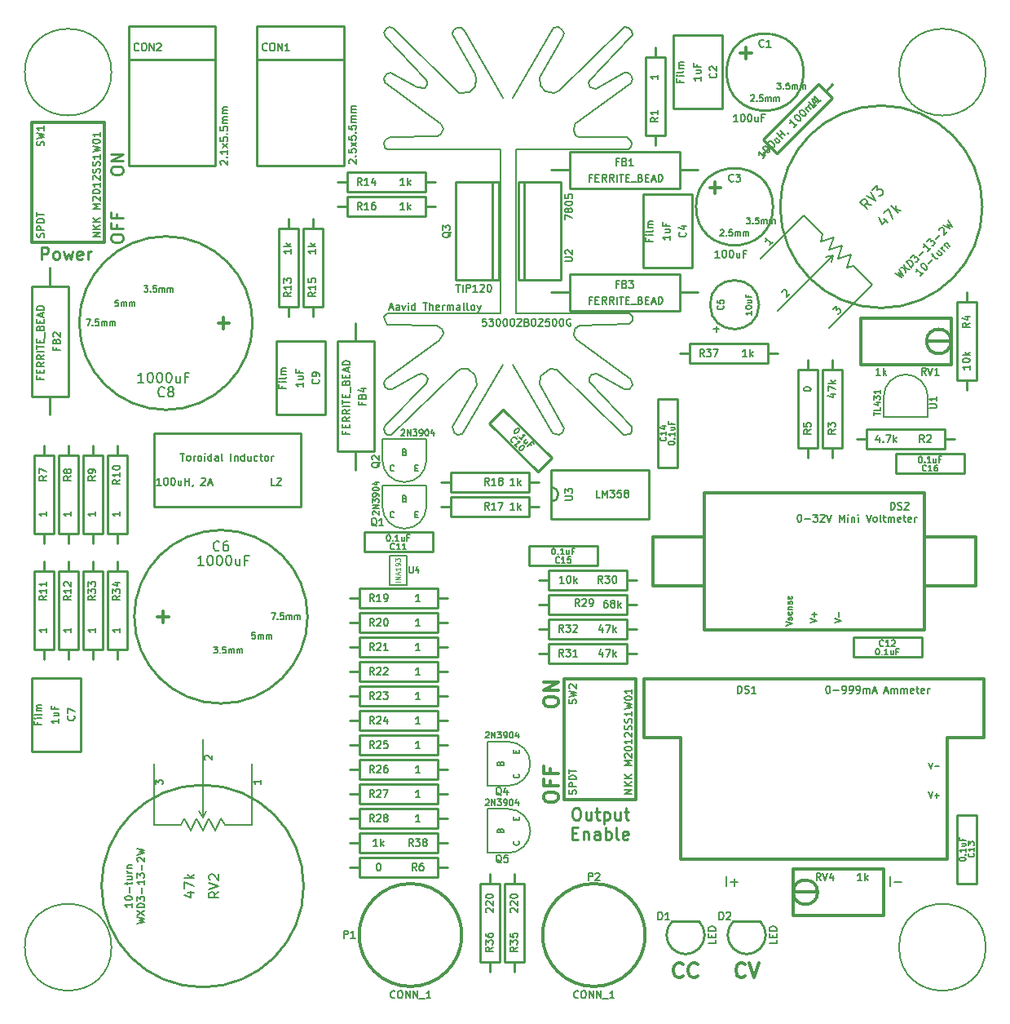
<source format=gto>
G04 (created by PCBNEW (2013-07-07 BZR 4022)-stable) date 7/6/2014 5:52:28 PM*
%MOIN*%
G04 Gerber Fmt 3.4, Leading zero omitted, Abs format*
%FSLAX34Y34*%
G01*
G70*
G90*
G04 APERTURE LIST*
%ADD10C,0.00590551*%
%ADD11C,0.012*%
%ADD12C,0.01*%
%ADD13C,0.006*%
%ADD14C,0.005*%
%ADD15C,0.008*%
%ADD16C,0.004*%
G04 APERTURE END LIST*
G54D10*
G54D11*
X76135Y-77935D02*
X76107Y-77964D01*
X76021Y-77992D01*
X75964Y-77992D01*
X75878Y-77964D01*
X75821Y-77907D01*
X75792Y-77850D01*
X75764Y-77735D01*
X75764Y-77650D01*
X75792Y-77535D01*
X75821Y-77478D01*
X75878Y-77421D01*
X75964Y-77392D01*
X76021Y-77392D01*
X76107Y-77421D01*
X76135Y-77450D01*
X76735Y-77935D02*
X76707Y-77964D01*
X76621Y-77992D01*
X76564Y-77992D01*
X76478Y-77964D01*
X76421Y-77907D01*
X76392Y-77850D01*
X76364Y-77735D01*
X76364Y-77650D01*
X76392Y-77535D01*
X76421Y-77478D01*
X76478Y-77421D01*
X76564Y-77392D01*
X76621Y-77392D01*
X76707Y-77421D01*
X76735Y-77450D01*
X78678Y-77935D02*
X78650Y-77964D01*
X78564Y-77992D01*
X78507Y-77992D01*
X78421Y-77964D01*
X78364Y-77907D01*
X78335Y-77850D01*
X78307Y-77735D01*
X78307Y-77650D01*
X78335Y-77535D01*
X78364Y-77478D01*
X78421Y-77421D01*
X78507Y-77392D01*
X78564Y-77392D01*
X78650Y-77421D01*
X78678Y-77450D01*
X78850Y-77392D02*
X79050Y-77992D01*
X79250Y-77392D01*
G54D12*
X52752Y-45059D02*
X52752Y-44964D01*
X52776Y-44916D01*
X52823Y-44869D01*
X52919Y-44845D01*
X53085Y-44845D01*
X53180Y-44869D01*
X53228Y-44916D01*
X53252Y-44964D01*
X53252Y-45059D01*
X53228Y-45107D01*
X53180Y-45154D01*
X53085Y-45178D01*
X52919Y-45178D01*
X52823Y-45154D01*
X52776Y-45107D01*
X52752Y-45059D01*
X53252Y-44630D02*
X52752Y-44630D01*
X53252Y-44345D01*
X52752Y-44345D01*
X52752Y-47826D02*
X52752Y-47730D01*
X52776Y-47683D01*
X52823Y-47635D01*
X52919Y-47611D01*
X53085Y-47611D01*
X53180Y-47635D01*
X53228Y-47683D01*
X53252Y-47730D01*
X53252Y-47826D01*
X53228Y-47873D01*
X53180Y-47921D01*
X53085Y-47945D01*
X52919Y-47945D01*
X52823Y-47921D01*
X52776Y-47873D01*
X52752Y-47826D01*
X52990Y-47230D02*
X52990Y-47397D01*
X53252Y-47397D02*
X52752Y-47397D01*
X52752Y-47159D01*
X52990Y-46802D02*
X52990Y-46969D01*
X53252Y-46969D02*
X52752Y-46969D01*
X52752Y-46730D01*
X49911Y-48652D02*
X49911Y-48152D01*
X50102Y-48152D01*
X50150Y-48176D01*
X50173Y-48200D01*
X50197Y-48247D01*
X50197Y-48319D01*
X50173Y-48366D01*
X50150Y-48390D01*
X50102Y-48414D01*
X49911Y-48414D01*
X50483Y-48652D02*
X50435Y-48628D01*
X50411Y-48604D01*
X50388Y-48557D01*
X50388Y-48414D01*
X50411Y-48366D01*
X50435Y-48342D01*
X50483Y-48319D01*
X50554Y-48319D01*
X50602Y-48342D01*
X50626Y-48366D01*
X50650Y-48414D01*
X50650Y-48557D01*
X50626Y-48604D01*
X50602Y-48628D01*
X50554Y-48652D01*
X50483Y-48652D01*
X50816Y-48319D02*
X50911Y-48652D01*
X51007Y-48414D01*
X51102Y-48652D01*
X51197Y-48319D01*
X51578Y-48628D02*
X51530Y-48652D01*
X51435Y-48652D01*
X51388Y-48628D01*
X51364Y-48580D01*
X51364Y-48390D01*
X51388Y-48342D01*
X51435Y-48319D01*
X51530Y-48319D01*
X51578Y-48342D01*
X51602Y-48390D01*
X51602Y-48438D01*
X51364Y-48485D01*
X51816Y-48652D02*
X51816Y-48319D01*
X51816Y-48414D02*
X51840Y-48366D01*
X51864Y-48342D01*
X51911Y-48319D01*
X51959Y-48319D01*
G54D11*
X70442Y-70671D02*
X70442Y-70557D01*
X70471Y-70500D01*
X70528Y-70442D01*
X70642Y-70414D01*
X70842Y-70414D01*
X70957Y-70442D01*
X71014Y-70500D01*
X71042Y-70557D01*
X71042Y-70671D01*
X71014Y-70728D01*
X70957Y-70785D01*
X70842Y-70814D01*
X70642Y-70814D01*
X70528Y-70785D01*
X70471Y-70728D01*
X70442Y-70671D01*
X70728Y-69957D02*
X70728Y-70157D01*
X71042Y-70157D02*
X70442Y-70157D01*
X70442Y-69871D01*
X70728Y-69442D02*
X70728Y-69642D01*
X71042Y-69642D02*
X70442Y-69642D01*
X70442Y-69357D01*
X70442Y-66771D02*
X70442Y-66657D01*
X70471Y-66600D01*
X70528Y-66542D01*
X70642Y-66514D01*
X70842Y-66514D01*
X70957Y-66542D01*
X71014Y-66600D01*
X71042Y-66657D01*
X71042Y-66771D01*
X71014Y-66828D01*
X70957Y-66885D01*
X70842Y-66914D01*
X70642Y-66914D01*
X70528Y-66885D01*
X70471Y-66828D01*
X70442Y-66771D01*
X71042Y-66257D02*
X70442Y-66257D01*
X71042Y-65914D01*
X70442Y-65914D01*
G54D12*
X71738Y-71052D02*
X71833Y-71052D01*
X71880Y-71076D01*
X71928Y-71123D01*
X71952Y-71219D01*
X71952Y-71385D01*
X71928Y-71480D01*
X71880Y-71528D01*
X71833Y-71552D01*
X71738Y-71552D01*
X71690Y-71528D01*
X71642Y-71480D01*
X71619Y-71385D01*
X71619Y-71219D01*
X71642Y-71123D01*
X71690Y-71076D01*
X71738Y-71052D01*
X72380Y-71219D02*
X72380Y-71552D01*
X72166Y-71219D02*
X72166Y-71480D01*
X72190Y-71528D01*
X72238Y-71552D01*
X72309Y-71552D01*
X72357Y-71528D01*
X72380Y-71504D01*
X72547Y-71219D02*
X72738Y-71219D01*
X72619Y-71052D02*
X72619Y-71480D01*
X72642Y-71528D01*
X72690Y-71552D01*
X72738Y-71552D01*
X72904Y-71219D02*
X72904Y-71719D01*
X72904Y-71242D02*
X72952Y-71219D01*
X73047Y-71219D01*
X73095Y-71242D01*
X73119Y-71266D01*
X73142Y-71314D01*
X73142Y-71457D01*
X73119Y-71504D01*
X73095Y-71528D01*
X73047Y-71552D01*
X72952Y-71552D01*
X72904Y-71528D01*
X73571Y-71219D02*
X73571Y-71552D01*
X73357Y-71219D02*
X73357Y-71480D01*
X73380Y-71528D01*
X73428Y-71552D01*
X73500Y-71552D01*
X73547Y-71528D01*
X73571Y-71504D01*
X73738Y-71219D02*
X73928Y-71219D01*
X73809Y-71052D02*
X73809Y-71480D01*
X73833Y-71528D01*
X73880Y-71552D01*
X73928Y-71552D01*
X71619Y-72090D02*
X71785Y-72090D01*
X71857Y-72352D02*
X71619Y-72352D01*
X71619Y-71852D01*
X71857Y-71852D01*
X72071Y-72019D02*
X72071Y-72352D01*
X72071Y-72066D02*
X72095Y-72042D01*
X72142Y-72019D01*
X72214Y-72019D01*
X72261Y-72042D01*
X72285Y-72090D01*
X72285Y-72352D01*
X72738Y-72352D02*
X72738Y-72090D01*
X72714Y-72042D01*
X72666Y-72019D01*
X72571Y-72019D01*
X72523Y-72042D01*
X72738Y-72328D02*
X72690Y-72352D01*
X72571Y-72352D01*
X72523Y-72328D01*
X72500Y-72280D01*
X72500Y-72233D01*
X72523Y-72185D01*
X72571Y-72161D01*
X72690Y-72161D01*
X72738Y-72138D01*
X72976Y-72352D02*
X72976Y-71852D01*
X72976Y-72042D02*
X73023Y-72019D01*
X73119Y-72019D01*
X73166Y-72042D01*
X73190Y-72066D01*
X73214Y-72114D01*
X73214Y-72257D01*
X73190Y-72304D01*
X73166Y-72328D01*
X73119Y-72352D01*
X73023Y-72352D01*
X72976Y-72328D01*
X73500Y-72352D02*
X73452Y-72328D01*
X73428Y-72280D01*
X73428Y-71852D01*
X73880Y-72328D02*
X73833Y-72352D01*
X73738Y-72352D01*
X73690Y-72328D01*
X73666Y-72280D01*
X73666Y-72090D01*
X73690Y-72042D01*
X73738Y-72019D01*
X73833Y-72019D01*
X73880Y-72042D01*
X73904Y-72090D01*
X73904Y-72138D01*
X73666Y-72185D01*
G54D13*
X82270Y-48479D02*
X82199Y-48762D01*
X82270Y-48479D02*
X81987Y-48550D01*
X80007Y-50742D02*
X82270Y-48479D01*
X82659Y-48090D02*
X82482Y-48621D01*
X82482Y-48621D02*
X83012Y-48444D01*
X83012Y-48444D02*
X82835Y-48974D01*
X82835Y-48974D02*
X83118Y-48904D01*
X83118Y-48904D02*
X83896Y-49681D01*
X82659Y-48090D02*
X82128Y-48267D01*
X82128Y-48267D02*
X82305Y-47737D01*
X82305Y-47737D02*
X81775Y-47914D01*
X81775Y-47914D02*
X81845Y-47631D01*
X81845Y-47631D02*
X81068Y-46853D01*
X82128Y-51449D02*
X83896Y-49681D01*
X79300Y-48621D02*
X81068Y-46853D01*
G54D12*
X88383Y-46500D02*
G75*
G03X88383Y-46500I-4133J0D01*
G74*
G01*
G54D13*
X56500Y-71450D02*
X56350Y-71200D01*
X56500Y-71450D02*
X56650Y-71200D01*
X56500Y-68250D02*
X56500Y-71450D01*
X56500Y-72000D02*
X56250Y-71500D01*
X56250Y-71500D02*
X56000Y-72000D01*
X56000Y-72000D02*
X55750Y-71500D01*
X55750Y-71500D02*
X55600Y-71750D01*
X55600Y-71750D02*
X54500Y-71750D01*
X56500Y-72000D02*
X56750Y-71500D01*
X56750Y-71500D02*
X57000Y-72000D01*
X57000Y-72000D02*
X57250Y-71500D01*
X57250Y-71500D02*
X57400Y-71750D01*
X57400Y-71750D02*
X58500Y-71750D01*
X54500Y-69250D02*
X54500Y-71750D01*
X58500Y-69250D02*
X58500Y-71750D01*
G54D12*
X60633Y-74250D02*
G75*
G03X60633Y-74250I-4133J0D01*
G74*
G01*
G54D10*
X65650Y-56850D02*
X65650Y-56000D01*
X65650Y-56000D02*
X63850Y-56000D01*
X63850Y-56000D02*
X63850Y-56850D01*
X63850Y-56850D02*
G75*
G03X64750Y-57750I900J0D01*
G74*
G01*
X64750Y-57750D02*
G75*
G03X65650Y-56850I0J900D01*
G74*
G01*
X65650Y-58750D02*
X65650Y-57900D01*
X65650Y-57900D02*
X63850Y-57900D01*
X63850Y-57900D02*
X63850Y-58750D01*
X63850Y-58750D02*
G75*
G03X64750Y-59650I900J0D01*
G74*
G01*
X64750Y-59650D02*
G75*
G03X65650Y-58750I0J900D01*
G74*
G01*
G54D12*
X68350Y-45500D02*
X68600Y-45500D01*
X68600Y-45500D02*
X68600Y-49500D01*
X68600Y-49500D02*
X68350Y-49500D01*
X66850Y-45500D02*
X68350Y-45500D01*
X68350Y-45500D02*
X68350Y-49500D01*
X68350Y-49500D02*
X66850Y-49500D01*
X66850Y-49500D02*
X66850Y-45500D01*
X69650Y-49500D02*
X69400Y-49500D01*
X69400Y-49500D02*
X69400Y-45500D01*
X69400Y-45500D02*
X69650Y-45500D01*
X71150Y-49500D02*
X69650Y-49500D01*
X69650Y-49500D02*
X69650Y-45500D01*
X69650Y-45500D02*
X71150Y-45500D01*
X71150Y-45500D02*
X71150Y-49500D01*
X82250Y-41500D02*
X81967Y-41782D01*
X81967Y-41782D02*
X82250Y-42065D01*
X82250Y-42065D02*
X79987Y-44328D01*
X79987Y-44328D02*
X79421Y-43762D01*
X79421Y-43762D02*
X81684Y-41500D01*
X81684Y-41500D02*
X81967Y-41782D01*
X79421Y-44328D02*
X79704Y-44045D01*
X62500Y-71500D02*
X62900Y-71500D01*
X62900Y-71500D02*
X62900Y-71100D01*
X62900Y-71100D02*
X66100Y-71100D01*
X66100Y-71100D02*
X66100Y-71900D01*
X66100Y-71900D02*
X62900Y-71900D01*
X62900Y-71900D02*
X62900Y-71500D01*
X66500Y-71500D02*
X66100Y-71500D01*
X62500Y-70500D02*
X62900Y-70500D01*
X62900Y-70500D02*
X62900Y-70100D01*
X62900Y-70100D02*
X66100Y-70100D01*
X66100Y-70100D02*
X66100Y-70900D01*
X66100Y-70900D02*
X62900Y-70900D01*
X62900Y-70900D02*
X62900Y-70500D01*
X66500Y-70500D02*
X66100Y-70500D01*
X62500Y-65500D02*
X62900Y-65500D01*
X62900Y-65500D02*
X62900Y-65100D01*
X62900Y-65100D02*
X66100Y-65100D01*
X66100Y-65100D02*
X66100Y-65900D01*
X66100Y-65900D02*
X62900Y-65900D01*
X62900Y-65900D02*
X62900Y-65500D01*
X66500Y-65500D02*
X66100Y-65500D01*
X62500Y-66500D02*
X62900Y-66500D01*
X62900Y-66500D02*
X62900Y-66100D01*
X62900Y-66100D02*
X66100Y-66100D01*
X66100Y-66100D02*
X66100Y-66900D01*
X66100Y-66900D02*
X62900Y-66900D01*
X62900Y-66900D02*
X62900Y-66500D01*
X66500Y-66500D02*
X66100Y-66500D01*
X62500Y-69500D02*
X62900Y-69500D01*
X62900Y-69500D02*
X62900Y-69100D01*
X62900Y-69100D02*
X66100Y-69100D01*
X66100Y-69100D02*
X66100Y-69900D01*
X66100Y-69900D02*
X62900Y-69900D01*
X62900Y-69900D02*
X62900Y-69500D01*
X66500Y-69500D02*
X66100Y-69500D01*
X62500Y-68500D02*
X62900Y-68500D01*
X62900Y-68500D02*
X62900Y-68100D01*
X62900Y-68100D02*
X66100Y-68100D01*
X66100Y-68100D02*
X66100Y-68900D01*
X66100Y-68900D02*
X62900Y-68900D01*
X62900Y-68900D02*
X62900Y-68500D01*
X66500Y-68500D02*
X66100Y-68500D01*
X62500Y-67500D02*
X62900Y-67500D01*
X62900Y-67500D02*
X62900Y-67100D01*
X62900Y-67100D02*
X66100Y-67100D01*
X66100Y-67100D02*
X66100Y-67900D01*
X66100Y-67900D02*
X62900Y-67900D01*
X62900Y-67900D02*
X62900Y-67500D01*
X66500Y-67500D02*
X66100Y-67500D01*
X75000Y-44000D02*
X75000Y-43600D01*
X75000Y-43600D02*
X74600Y-43600D01*
X74600Y-43600D02*
X74600Y-40400D01*
X74600Y-40400D02*
X75400Y-40400D01*
X75400Y-40400D02*
X75400Y-43600D01*
X75400Y-43600D02*
X75000Y-43600D01*
X75000Y-40000D02*
X75000Y-40400D01*
X51000Y-61000D02*
X51000Y-61400D01*
X51000Y-61400D02*
X51400Y-61400D01*
X51400Y-61400D02*
X51400Y-64600D01*
X51400Y-64600D02*
X50600Y-64600D01*
X50600Y-64600D02*
X50600Y-61400D01*
X50600Y-61400D02*
X51000Y-61400D01*
X51000Y-65000D02*
X51000Y-64600D01*
X81250Y-56750D02*
X81250Y-56350D01*
X81250Y-56350D02*
X80850Y-56350D01*
X80850Y-56350D02*
X80850Y-53150D01*
X80850Y-53150D02*
X81650Y-53150D01*
X81650Y-53150D02*
X81650Y-56350D01*
X81650Y-56350D02*
X81250Y-56350D01*
X81250Y-52750D02*
X81250Y-53150D01*
X66500Y-73500D02*
X66100Y-73500D01*
X66100Y-73500D02*
X66100Y-73900D01*
X66100Y-73900D02*
X62900Y-73900D01*
X62900Y-73900D02*
X62900Y-73100D01*
X62900Y-73100D02*
X66100Y-73100D01*
X66100Y-73100D02*
X66100Y-73500D01*
X62500Y-73500D02*
X62900Y-73500D01*
X50000Y-56250D02*
X50000Y-56650D01*
X50000Y-56650D02*
X50400Y-56650D01*
X50400Y-56650D02*
X50400Y-59850D01*
X50400Y-59850D02*
X49600Y-59850D01*
X49600Y-59850D02*
X49600Y-56650D01*
X49600Y-56650D02*
X50000Y-56650D01*
X50000Y-60250D02*
X50000Y-59850D01*
X51000Y-56250D02*
X51000Y-56650D01*
X51000Y-56650D02*
X51400Y-56650D01*
X51400Y-56650D02*
X51400Y-59850D01*
X51400Y-59850D02*
X50600Y-59850D01*
X50600Y-59850D02*
X50600Y-56650D01*
X50600Y-56650D02*
X51000Y-56650D01*
X51000Y-60250D02*
X51000Y-59850D01*
X52000Y-56250D02*
X52000Y-56650D01*
X52000Y-56650D02*
X52400Y-56650D01*
X52400Y-56650D02*
X52400Y-59850D01*
X52400Y-59850D02*
X51600Y-59850D01*
X51600Y-59850D02*
X51600Y-56650D01*
X51600Y-56650D02*
X52000Y-56650D01*
X52000Y-60250D02*
X52000Y-59850D01*
X53000Y-56250D02*
X53000Y-56650D01*
X53000Y-56650D02*
X53400Y-56650D01*
X53400Y-56650D02*
X53400Y-59850D01*
X53400Y-59850D02*
X52600Y-59850D01*
X52600Y-59850D02*
X52600Y-56650D01*
X52600Y-56650D02*
X53000Y-56650D01*
X53000Y-60250D02*
X53000Y-59850D01*
X50000Y-61000D02*
X50000Y-61400D01*
X50000Y-61400D02*
X50400Y-61400D01*
X50400Y-61400D02*
X50400Y-64600D01*
X50400Y-64600D02*
X49600Y-64600D01*
X49600Y-64600D02*
X49600Y-61400D01*
X49600Y-61400D02*
X50000Y-61400D01*
X50000Y-65000D02*
X50000Y-64600D01*
X70250Y-63750D02*
X70650Y-63750D01*
X70650Y-63750D02*
X70650Y-63350D01*
X70650Y-63350D02*
X73850Y-63350D01*
X73850Y-63350D02*
X73850Y-64150D01*
X73850Y-64150D02*
X70650Y-64150D01*
X70650Y-64150D02*
X70650Y-63750D01*
X74250Y-63750D02*
X73850Y-63750D01*
X74250Y-61750D02*
X73850Y-61750D01*
X73850Y-61750D02*
X73850Y-62150D01*
X73850Y-62150D02*
X70650Y-62150D01*
X70650Y-62150D02*
X70650Y-61350D01*
X70650Y-61350D02*
X73850Y-61350D01*
X73850Y-61350D02*
X73850Y-61750D01*
X70250Y-61750D02*
X70650Y-61750D01*
X66250Y-57750D02*
X66650Y-57750D01*
X66650Y-57750D02*
X66650Y-57350D01*
X66650Y-57350D02*
X69850Y-57350D01*
X69850Y-57350D02*
X69850Y-58150D01*
X69850Y-58150D02*
X66650Y-58150D01*
X66650Y-58150D02*
X66650Y-57750D01*
X70250Y-57750D02*
X69850Y-57750D01*
X66250Y-58750D02*
X66650Y-58750D01*
X66650Y-58750D02*
X66650Y-58350D01*
X66650Y-58350D02*
X69850Y-58350D01*
X69850Y-58350D02*
X69850Y-59150D01*
X69850Y-59150D02*
X66650Y-59150D01*
X66650Y-59150D02*
X66650Y-58750D01*
X70250Y-58750D02*
X69850Y-58750D01*
X62000Y-45500D02*
X62400Y-45500D01*
X62400Y-45500D02*
X62400Y-45100D01*
X62400Y-45100D02*
X65600Y-45100D01*
X65600Y-45100D02*
X65600Y-45900D01*
X65600Y-45900D02*
X62400Y-45900D01*
X62400Y-45900D02*
X62400Y-45500D01*
X66000Y-45500D02*
X65600Y-45500D01*
X70250Y-62750D02*
X70650Y-62750D01*
X70650Y-62750D02*
X70650Y-62350D01*
X70650Y-62350D02*
X73850Y-62350D01*
X73850Y-62350D02*
X73850Y-63150D01*
X73850Y-63150D02*
X70650Y-63150D01*
X70650Y-63150D02*
X70650Y-62750D01*
X74250Y-62750D02*
X73850Y-62750D01*
X60000Y-51000D02*
X60000Y-50600D01*
X60000Y-50600D02*
X59600Y-50600D01*
X59600Y-50600D02*
X59600Y-47400D01*
X59600Y-47400D02*
X60400Y-47400D01*
X60400Y-47400D02*
X60400Y-50600D01*
X60400Y-50600D02*
X60000Y-50600D01*
X60000Y-47000D02*
X60000Y-47400D01*
X61000Y-51000D02*
X61000Y-50600D01*
X61000Y-50600D02*
X60600Y-50600D01*
X60600Y-50600D02*
X60600Y-47400D01*
X60600Y-47400D02*
X61400Y-47400D01*
X61400Y-47400D02*
X61400Y-50600D01*
X61400Y-50600D02*
X61000Y-50600D01*
X61000Y-47000D02*
X61000Y-47400D01*
X62000Y-46500D02*
X62400Y-46500D01*
X62400Y-46500D02*
X62400Y-46100D01*
X62400Y-46100D02*
X65600Y-46100D01*
X65600Y-46100D02*
X65600Y-46900D01*
X65600Y-46900D02*
X62400Y-46900D01*
X62400Y-46900D02*
X62400Y-46500D01*
X66000Y-46500D02*
X65600Y-46500D01*
X62500Y-62500D02*
X62900Y-62500D01*
X62900Y-62500D02*
X62900Y-62100D01*
X62900Y-62100D02*
X66100Y-62100D01*
X66100Y-62100D02*
X66100Y-62900D01*
X66100Y-62900D02*
X62900Y-62900D01*
X62900Y-62900D02*
X62900Y-62500D01*
X66500Y-62500D02*
X66100Y-62500D01*
X62500Y-63500D02*
X62900Y-63500D01*
X62900Y-63500D02*
X62900Y-63100D01*
X62900Y-63100D02*
X66100Y-63100D01*
X66100Y-63100D02*
X66100Y-63900D01*
X66100Y-63900D02*
X62900Y-63900D01*
X62900Y-63900D02*
X62900Y-63500D01*
X66500Y-63500D02*
X66100Y-63500D01*
X82250Y-56750D02*
X82250Y-56350D01*
X82250Y-56350D02*
X81850Y-56350D01*
X81850Y-56350D02*
X81850Y-53150D01*
X81850Y-53150D02*
X82650Y-53150D01*
X82650Y-53150D02*
X82650Y-56350D01*
X82650Y-56350D02*
X82250Y-56350D01*
X82250Y-52750D02*
X82250Y-53150D01*
X87750Y-50000D02*
X87750Y-50400D01*
X87750Y-50400D02*
X88150Y-50400D01*
X88150Y-50400D02*
X88150Y-53600D01*
X88150Y-53600D02*
X87350Y-53600D01*
X87350Y-53600D02*
X87350Y-50400D01*
X87350Y-50400D02*
X87750Y-50400D01*
X87750Y-54000D02*
X87750Y-53600D01*
X87250Y-56000D02*
X86850Y-56000D01*
X86850Y-56000D02*
X86850Y-56400D01*
X86850Y-56400D02*
X83650Y-56400D01*
X83650Y-56400D02*
X83650Y-55600D01*
X83650Y-55600D02*
X86850Y-55600D01*
X86850Y-55600D02*
X86850Y-56000D01*
X83250Y-56000D02*
X83650Y-56000D01*
X62500Y-64500D02*
X62900Y-64500D01*
X62900Y-64500D02*
X62900Y-64100D01*
X62900Y-64100D02*
X66100Y-64100D01*
X66100Y-64100D02*
X66100Y-64900D01*
X66100Y-64900D02*
X62900Y-64900D01*
X62900Y-64900D02*
X62900Y-64500D01*
X66500Y-64500D02*
X66100Y-64500D01*
X70250Y-64750D02*
X70650Y-64750D01*
X70650Y-64750D02*
X70650Y-64350D01*
X70650Y-64350D02*
X73850Y-64350D01*
X73850Y-64350D02*
X73850Y-65150D01*
X73850Y-65150D02*
X70650Y-65150D01*
X70650Y-65150D02*
X70650Y-64750D01*
X74250Y-64750D02*
X73850Y-64750D01*
G54D11*
X49523Y-47960D02*
X49523Y-43039D01*
X49523Y-43039D02*
X52476Y-43039D01*
X52476Y-43039D02*
X52476Y-47960D01*
X52476Y-47960D02*
X49523Y-47960D01*
X71273Y-70710D02*
X71273Y-65789D01*
X71273Y-65789D02*
X74226Y-65789D01*
X74226Y-65789D02*
X74226Y-70710D01*
X74226Y-70710D02*
X71273Y-70710D01*
G54D10*
X52771Y-76750D02*
G75*
G03X52771Y-76750I-1771J0D01*
G74*
G01*
X52771Y-41000D02*
G75*
G03X52771Y-41000I-1771J0D01*
G74*
G01*
X88521Y-41000D02*
G75*
G03X88521Y-41000I-1771J0D01*
G74*
G01*
X88521Y-76750D02*
G75*
G03X88521Y-76750I-1771J0D01*
G74*
G01*
G54D11*
X76050Y-68200D02*
X76050Y-73150D01*
X76050Y-73150D02*
X86950Y-73150D01*
X86950Y-73150D02*
X86950Y-68200D01*
X88450Y-68200D02*
X86950Y-68200D01*
X74550Y-68200D02*
X76050Y-68200D01*
X88450Y-65800D02*
X74550Y-65800D01*
X88450Y-65800D02*
X88450Y-68200D01*
X74550Y-65800D02*
X74550Y-68200D01*
G54D12*
X71050Y-58250D02*
G75*
G03X70750Y-57950I-300J0D01*
G74*
G01*
X70750Y-58550D02*
G75*
G03X71050Y-58250I0J300D01*
G74*
G01*
X70750Y-57250D02*
X74750Y-57250D01*
X74750Y-57250D02*
X74750Y-59250D01*
X74750Y-59250D02*
X70750Y-59250D01*
X70750Y-59250D02*
X70750Y-57250D01*
X88150Y-71350D02*
X88150Y-74150D01*
X88150Y-74150D02*
X87350Y-74150D01*
X87350Y-74150D02*
X87350Y-71350D01*
X87350Y-71350D02*
X88150Y-71350D01*
X83100Y-64100D02*
X85900Y-64100D01*
X85900Y-64100D02*
X85900Y-64900D01*
X85900Y-64900D02*
X83100Y-64900D01*
X83100Y-64900D02*
X83100Y-64100D01*
X65900Y-60600D02*
X63100Y-60600D01*
X63100Y-60600D02*
X63100Y-59800D01*
X63100Y-59800D02*
X65900Y-59800D01*
X65900Y-59800D02*
X65900Y-60600D01*
X70207Y-57322D02*
X68227Y-55342D01*
X68227Y-55342D02*
X68792Y-54777D01*
X68792Y-54777D02*
X70772Y-56757D01*
X70772Y-56757D02*
X70207Y-57322D01*
X62272Y-40485D02*
X58728Y-40485D01*
X62272Y-39107D02*
X58728Y-39107D01*
X58728Y-39107D02*
X58728Y-44816D01*
X58728Y-44816D02*
X62272Y-44816D01*
X62272Y-44816D02*
X62272Y-39107D01*
X57022Y-40485D02*
X53478Y-40485D01*
X57022Y-39107D02*
X53478Y-39107D01*
X53478Y-39107D02*
X53478Y-44816D01*
X53478Y-44816D02*
X57022Y-44816D01*
X57022Y-44816D02*
X57022Y-39107D01*
G54D11*
X80650Y-74500D02*
X81650Y-74500D01*
X81650Y-74500D02*
G75*
G03X81650Y-74500I-500J0D01*
G74*
G01*
X80650Y-75450D02*
X80650Y-73550D01*
X84350Y-73550D02*
X84350Y-75450D01*
X84350Y-75450D02*
X80650Y-75450D01*
X80650Y-73550D02*
X84350Y-73550D01*
X87100Y-52000D02*
X86100Y-52000D01*
X87100Y-52000D02*
G75*
G03X87100Y-52000I-500J0D01*
G74*
G01*
X87100Y-51050D02*
X87100Y-52950D01*
X83400Y-52950D02*
X83400Y-51050D01*
X83400Y-51050D02*
X87100Y-51050D01*
X87100Y-52950D02*
X83400Y-52950D01*
X67100Y-76250D02*
G75*
G03X67100Y-76250I-2100J0D01*
G74*
G01*
X74600Y-76250D02*
G75*
G03X74600Y-76250I-2100J0D01*
G74*
G01*
G54D10*
X63930Y-51000D02*
X64050Y-50850D01*
X68690Y-50850D02*
X64050Y-50850D01*
X74070Y-50990D02*
X73950Y-50850D01*
X69310Y-50850D02*
X73950Y-50850D01*
X63960Y-44070D02*
X64050Y-44150D01*
X68690Y-44150D02*
X64050Y-44150D01*
X73900Y-44150D02*
X74030Y-44050D01*
X69310Y-44150D02*
X73900Y-44150D01*
X69171Y-42060D02*
X70861Y-39200D01*
X70861Y-39200D02*
X71041Y-39160D01*
X71041Y-39160D02*
X71221Y-39280D01*
X71221Y-39280D02*
X71271Y-39430D01*
X71271Y-39430D02*
X71231Y-39570D01*
X71231Y-39570D02*
X70281Y-41220D01*
X70281Y-41220D02*
X70301Y-41550D01*
X70301Y-41550D02*
X70521Y-41790D01*
X70521Y-41790D02*
X70891Y-41860D01*
X70891Y-41860D02*
X71091Y-41760D01*
X71091Y-41760D02*
X73761Y-39150D01*
X73761Y-39150D02*
X73931Y-39170D01*
X73931Y-39170D02*
X74061Y-39330D01*
X74061Y-39330D02*
X74071Y-39470D01*
X74071Y-39470D02*
X73991Y-39590D01*
X73991Y-39590D02*
X72301Y-41340D01*
X72301Y-41340D02*
X72291Y-41460D01*
X72291Y-41460D02*
X72351Y-41610D01*
X72351Y-41610D02*
X72571Y-41670D01*
X72571Y-41670D02*
X73761Y-41020D01*
X73761Y-41020D02*
X73891Y-41020D01*
X73891Y-41020D02*
X74031Y-41130D01*
X74031Y-41130D02*
X74071Y-41290D01*
X74071Y-41290D02*
X74031Y-41440D01*
X74031Y-41440D02*
X71731Y-43120D01*
X71731Y-43120D02*
X71681Y-43370D01*
X71681Y-43370D02*
X71761Y-43580D01*
X71761Y-43580D02*
X71891Y-43650D01*
X71891Y-43650D02*
X73851Y-43650D01*
X73851Y-43650D02*
X74031Y-43810D01*
X74031Y-43810D02*
X74061Y-43930D01*
X74061Y-43930D02*
X74031Y-44050D01*
X63960Y-44070D02*
X63921Y-43900D01*
X63921Y-43900D02*
X63981Y-43760D01*
X63981Y-43760D02*
X64181Y-43660D01*
X64181Y-43660D02*
X66111Y-43630D01*
X66111Y-43630D02*
X66261Y-43510D01*
X66261Y-43510D02*
X66341Y-43310D01*
X66341Y-43310D02*
X66241Y-43110D01*
X66241Y-43110D02*
X63951Y-41420D01*
X63951Y-41420D02*
X63921Y-41250D01*
X63921Y-41250D02*
X64001Y-41080D01*
X64001Y-41080D02*
X64181Y-41010D01*
X64181Y-41010D02*
X65291Y-41620D01*
X65291Y-41620D02*
X65571Y-41650D01*
X65571Y-41650D02*
X65691Y-41520D01*
X65691Y-41520D02*
X65691Y-41370D01*
X65691Y-41370D02*
X65621Y-41270D01*
X65621Y-41270D02*
X63971Y-39550D01*
X63971Y-39550D02*
X63921Y-39370D01*
X63921Y-39370D02*
X64001Y-39230D01*
X64001Y-39230D02*
X64161Y-39150D01*
X64161Y-39150D02*
X64311Y-39220D01*
X64311Y-39220D02*
X66981Y-41840D01*
X66981Y-41840D02*
X67431Y-41810D01*
X67431Y-41810D02*
X67651Y-41580D01*
X67651Y-41580D02*
X67691Y-41280D01*
X67691Y-41280D02*
X67641Y-41080D01*
X67641Y-41080D02*
X66711Y-39450D01*
X66711Y-39450D02*
X66761Y-39290D01*
X66761Y-39290D02*
X66901Y-39170D01*
X66901Y-39170D02*
X67071Y-39180D01*
X67071Y-39180D02*
X67221Y-39320D01*
X67221Y-39320D02*
X68781Y-42060D01*
X68771Y-52940D02*
X67111Y-55790D01*
X67111Y-55790D02*
X66911Y-55820D01*
X66911Y-55820D02*
X66781Y-55730D01*
X66781Y-55730D02*
X66731Y-55500D01*
X66731Y-55500D02*
X67721Y-53770D01*
X67721Y-53770D02*
X67661Y-53400D01*
X67661Y-53400D02*
X67341Y-53120D01*
X67341Y-53120D02*
X67081Y-53120D01*
X67081Y-53120D02*
X66901Y-53210D01*
X66901Y-53210D02*
X64231Y-55830D01*
X64231Y-55830D02*
X64041Y-55810D01*
X64041Y-55810D02*
X63941Y-55710D01*
X63941Y-55710D02*
X63911Y-55540D01*
X63911Y-55540D02*
X63981Y-55430D01*
X63981Y-55430D02*
X65651Y-53710D01*
X65651Y-53710D02*
X65701Y-53530D01*
X65701Y-53530D02*
X65631Y-53380D01*
X65631Y-53380D02*
X65471Y-53320D01*
X65471Y-53320D02*
X65301Y-53360D01*
X65301Y-53360D02*
X64251Y-53950D01*
X64251Y-53950D02*
X64091Y-53950D01*
X64091Y-53950D02*
X63961Y-53860D01*
X63961Y-53860D02*
X63911Y-53680D01*
X63911Y-53680D02*
X63981Y-53540D01*
X63981Y-53540D02*
X66181Y-51940D01*
X66181Y-51940D02*
X66351Y-51680D01*
X66351Y-51680D02*
X66301Y-51520D01*
X66301Y-51520D02*
X66091Y-51340D01*
X66091Y-51340D02*
X64061Y-51310D01*
X64061Y-51310D02*
X63941Y-51130D01*
X63941Y-51130D02*
X63931Y-51000D01*
X74071Y-51140D02*
X73941Y-51300D01*
X73941Y-51300D02*
X71911Y-51340D01*
X71911Y-51340D02*
X71711Y-51470D01*
X71711Y-51470D02*
X71681Y-51760D01*
X71681Y-51760D02*
X71791Y-51920D01*
X71791Y-51920D02*
X74021Y-53550D01*
X74021Y-53550D02*
X74071Y-53800D01*
X74071Y-53800D02*
X73961Y-53940D01*
X73961Y-53940D02*
X73741Y-53960D01*
X73741Y-53960D02*
X72611Y-53320D01*
X72611Y-53320D02*
X72401Y-53340D01*
X72401Y-53340D02*
X72301Y-53470D01*
X72301Y-53470D02*
X72311Y-53660D01*
X72311Y-53660D02*
X74061Y-55480D01*
X74061Y-55480D02*
X74061Y-55690D01*
X74061Y-55690D02*
X73971Y-55790D01*
X73971Y-55790D02*
X73721Y-55810D01*
X73721Y-55810D02*
X70971Y-53150D01*
X70971Y-53150D02*
X70701Y-53120D01*
X70701Y-53120D02*
X70321Y-53410D01*
X70321Y-53410D02*
X70271Y-53740D01*
X70271Y-53740D02*
X71271Y-55540D01*
X71271Y-55540D02*
X71231Y-55710D01*
X71231Y-55710D02*
X71091Y-55810D01*
X71091Y-55810D02*
X70811Y-55740D01*
X70811Y-55740D02*
X69191Y-52950D01*
X74071Y-50990D02*
X74071Y-51140D01*
X68690Y-44150D02*
X68690Y-50850D01*
X69310Y-44150D02*
X69310Y-50850D01*
G54D12*
X60500Y-58750D02*
X54500Y-58750D01*
X54500Y-58750D02*
X54500Y-55750D01*
X54500Y-55750D02*
X60500Y-55750D01*
X60500Y-55750D02*
X60500Y-58750D01*
X51500Y-68750D02*
X49500Y-68750D01*
X49500Y-68750D02*
X49500Y-65750D01*
X49500Y-65750D02*
X51500Y-65750D01*
X51500Y-65750D02*
X51500Y-68750D01*
X61500Y-55000D02*
X59500Y-55000D01*
X59500Y-55000D02*
X59500Y-52000D01*
X59500Y-52000D02*
X61500Y-52000D01*
X61500Y-52000D02*
X61500Y-55000D01*
X77750Y-42500D02*
X75750Y-42500D01*
X75750Y-42500D02*
X75750Y-39500D01*
X75750Y-39500D02*
X77750Y-39500D01*
X77750Y-39500D02*
X77750Y-42500D01*
X76500Y-49000D02*
X74500Y-49000D01*
X74500Y-49000D02*
X74500Y-46000D01*
X74500Y-46000D02*
X76500Y-46000D01*
X76500Y-46000D02*
X76500Y-49000D01*
X50250Y-49750D02*
X51000Y-49750D01*
X51000Y-49750D02*
X51000Y-54250D01*
X51000Y-54250D02*
X49500Y-54250D01*
X49500Y-54250D02*
X49500Y-49750D01*
X49500Y-49750D02*
X50250Y-49750D01*
X50250Y-55000D02*
X50250Y-54250D01*
X50250Y-49000D02*
X50250Y-49750D01*
X71500Y-45000D02*
X71500Y-44250D01*
X71500Y-44250D02*
X76000Y-44250D01*
X76000Y-44250D02*
X76000Y-45750D01*
X76000Y-45750D02*
X71500Y-45750D01*
X71500Y-45750D02*
X71500Y-45000D01*
X76750Y-45000D02*
X76000Y-45000D01*
X70750Y-45000D02*
X71500Y-45000D01*
X71500Y-50000D02*
X71500Y-49250D01*
X71500Y-49250D02*
X76000Y-49250D01*
X76000Y-49250D02*
X76000Y-50750D01*
X76000Y-50750D02*
X71500Y-50750D01*
X71500Y-50750D02*
X71500Y-50000D01*
X76750Y-50000D02*
X76000Y-50000D01*
X70750Y-50000D02*
X71500Y-50000D01*
X62750Y-52000D02*
X63500Y-52000D01*
X63500Y-52000D02*
X63500Y-56500D01*
X63500Y-56500D02*
X62000Y-56500D01*
X62000Y-56500D02*
X62000Y-52000D01*
X62000Y-52000D02*
X62750Y-52000D01*
X62750Y-57250D02*
X62750Y-56500D01*
X62750Y-51250D02*
X62750Y-52000D01*
G54D10*
X69000Y-71100D02*
X68150Y-71100D01*
X68150Y-71100D02*
X68150Y-72900D01*
X68150Y-72900D02*
X69000Y-72900D01*
X69000Y-72900D02*
G75*
G03X69900Y-72000I0J900D01*
G74*
G01*
X69900Y-72000D02*
G75*
G03X69000Y-71100I-900J0D01*
G74*
G01*
X69000Y-68350D02*
X68150Y-68350D01*
X68150Y-68350D02*
X68150Y-70150D01*
X68150Y-70150D02*
X69000Y-70150D01*
X69000Y-70150D02*
G75*
G03X69900Y-69250I0J900D01*
G74*
G01*
X69900Y-69250D02*
G75*
G03X69000Y-68350I-900J0D01*
G74*
G01*
G54D12*
X68250Y-77750D02*
X68250Y-77350D01*
X68250Y-77350D02*
X67850Y-77350D01*
X67850Y-77350D02*
X67850Y-74150D01*
X67850Y-74150D02*
X68650Y-74150D01*
X68650Y-74150D02*
X68650Y-77350D01*
X68650Y-77350D02*
X68250Y-77350D01*
X68250Y-73750D02*
X68250Y-74150D01*
X69250Y-77750D02*
X69250Y-77350D01*
X69250Y-77350D02*
X68850Y-77350D01*
X68850Y-77350D02*
X68850Y-74150D01*
X68850Y-74150D02*
X69650Y-74150D01*
X69650Y-74150D02*
X69650Y-77350D01*
X69650Y-77350D02*
X69250Y-77350D01*
X69250Y-73750D02*
X69250Y-74150D01*
X52000Y-61000D02*
X52000Y-61400D01*
X52000Y-61400D02*
X52400Y-61400D01*
X52400Y-61400D02*
X52400Y-64600D01*
X52400Y-64600D02*
X51600Y-64600D01*
X51600Y-64600D02*
X51600Y-61400D01*
X51600Y-61400D02*
X52000Y-61400D01*
X52000Y-65000D02*
X52000Y-64600D01*
X53000Y-61000D02*
X53000Y-61400D01*
X53000Y-61400D02*
X53400Y-61400D01*
X53400Y-61400D02*
X53400Y-64600D01*
X53400Y-64600D02*
X52600Y-64600D01*
X52600Y-64600D02*
X52600Y-61400D01*
X52600Y-61400D02*
X53000Y-61400D01*
X53000Y-65000D02*
X53000Y-64600D01*
G54D10*
X84350Y-54250D02*
X84350Y-55100D01*
X84350Y-55100D02*
X86150Y-55100D01*
X86150Y-55100D02*
X86150Y-54250D01*
X86150Y-54250D02*
G75*
G03X85250Y-53350I-900J0D01*
G74*
G01*
X85250Y-53350D02*
G75*
G03X84350Y-54250I0J-900D01*
G74*
G01*
G54D14*
X64850Y-61950D02*
X64150Y-61950D01*
X64150Y-61950D02*
X64150Y-60750D01*
X64150Y-60750D02*
X64850Y-60750D01*
X64850Y-60750D02*
X64850Y-61950D01*
G54D12*
X58543Y-51250D02*
G75*
G03X58543Y-51250I-3543J0D01*
G74*
G01*
X79824Y-46500D02*
G75*
G03X79824Y-46500I-1574J0D01*
G74*
G01*
X81074Y-41000D02*
G75*
G03X81074Y-41000I-1574J0D01*
G74*
G01*
X79250Y-50500D02*
G75*
G03X79250Y-50500I-1000J0D01*
G74*
G01*
X78198Y-75698D02*
X79301Y-75698D01*
X79301Y-76801D02*
G75*
G03X79301Y-75698I-551J551D01*
G74*
G01*
X78198Y-76801D02*
G75*
G03X79301Y-76801I551J551D01*
G74*
G01*
X78198Y-75698D02*
G75*
G03X78198Y-76801I551J-551D01*
G74*
G01*
X75698Y-75698D02*
X76801Y-75698D01*
X76801Y-76801D02*
G75*
G03X76801Y-75698I-551J551D01*
G74*
G01*
X75698Y-76801D02*
G75*
G03X76801Y-76801I551J551D01*
G74*
G01*
X75698Y-75698D02*
G75*
G03X75698Y-76801I551J-551D01*
G74*
G01*
X60793Y-63250D02*
G75*
G03X60793Y-63250I-3543J0D01*
G74*
G01*
X66500Y-72500D02*
X66100Y-72500D01*
X66100Y-72500D02*
X66100Y-72900D01*
X66100Y-72900D02*
X62900Y-72900D01*
X62900Y-72900D02*
X62900Y-72100D01*
X62900Y-72100D02*
X66100Y-72100D01*
X66100Y-72100D02*
X66100Y-72500D01*
X62500Y-72500D02*
X62900Y-72500D01*
X76000Y-52500D02*
X76400Y-52500D01*
X76400Y-52500D02*
X76400Y-52100D01*
X76400Y-52100D02*
X79600Y-52100D01*
X79600Y-52100D02*
X79600Y-52900D01*
X79600Y-52900D02*
X76400Y-52900D01*
X76400Y-52900D02*
X76400Y-52500D01*
X80000Y-52500D02*
X79600Y-52500D01*
X75100Y-57150D02*
X75100Y-54350D01*
X75100Y-54350D02*
X75900Y-54350D01*
X75900Y-54350D02*
X75900Y-57150D01*
X75900Y-57150D02*
X75100Y-57150D01*
X72650Y-61150D02*
X69850Y-61150D01*
X69850Y-61150D02*
X69850Y-60350D01*
X69850Y-60350D02*
X72650Y-60350D01*
X72650Y-60350D02*
X72650Y-61150D01*
X87650Y-57400D02*
X84850Y-57400D01*
X84850Y-57400D02*
X84850Y-56600D01*
X84850Y-56600D02*
X87650Y-56600D01*
X87650Y-56600D02*
X87650Y-57400D01*
G54D11*
X86000Y-60000D02*
X88100Y-60000D01*
X88100Y-60000D02*
X88100Y-62000D01*
X88100Y-62000D02*
X86000Y-62000D01*
X74900Y-60000D02*
X74900Y-62000D01*
X74900Y-62000D02*
X77000Y-62000D01*
X74900Y-60000D02*
X77000Y-60000D01*
X77000Y-58200D02*
X86000Y-58200D01*
X86000Y-58200D02*
X86000Y-63800D01*
X86000Y-63800D02*
X77000Y-63800D01*
X77000Y-63800D02*
X77000Y-58200D01*
G54D15*
X83842Y-46429D02*
X83613Y-46388D01*
X83680Y-46590D02*
X83398Y-46308D01*
X83505Y-46200D01*
X83546Y-46186D01*
X83573Y-46186D01*
X83613Y-46200D01*
X83654Y-46240D01*
X83667Y-46281D01*
X83667Y-46308D01*
X83654Y-46348D01*
X83546Y-46456D01*
X83640Y-46065D02*
X84017Y-46254D01*
X83829Y-45877D01*
X83896Y-45809D02*
X84071Y-45634D01*
X84085Y-45836D01*
X84125Y-45796D01*
X84165Y-45782D01*
X84192Y-45782D01*
X84233Y-45796D01*
X84300Y-45863D01*
X84313Y-45904D01*
X84313Y-45930D01*
X84300Y-45971D01*
X84219Y-46052D01*
X84179Y-46065D01*
X84152Y-46065D01*
X84334Y-46974D02*
X84522Y-47163D01*
X84159Y-46934D02*
X84293Y-47203D01*
X84468Y-47028D01*
X84361Y-46759D02*
X84549Y-46570D01*
X84711Y-46974D01*
X84940Y-46745D02*
X84657Y-46462D01*
X84859Y-46611D02*
X85048Y-46638D01*
X84859Y-46449D02*
X84859Y-46664D01*
G54D13*
X82285Y-50687D02*
X82416Y-50555D01*
X82426Y-50707D01*
X82456Y-50676D01*
X82487Y-50666D01*
X82507Y-50666D01*
X82537Y-50676D01*
X82588Y-50727D01*
X82598Y-50757D01*
X82598Y-50777D01*
X82588Y-50808D01*
X82527Y-50868D01*
X82497Y-50879D01*
X82477Y-50879D01*
X80194Y-49990D02*
X80194Y-49969D01*
X80204Y-49939D01*
X80254Y-49889D01*
X80285Y-49878D01*
X80305Y-49878D01*
X80335Y-49889D01*
X80355Y-49909D01*
X80376Y-49949D01*
X80376Y-50192D01*
X80507Y-50060D01*
X79800Y-47939D02*
X79679Y-48060D01*
X79739Y-48000D02*
X79527Y-47787D01*
X79537Y-47838D01*
X79537Y-47878D01*
X79527Y-47909D01*
X85967Y-49197D02*
X85846Y-49318D01*
X85906Y-49257D02*
X85694Y-49045D01*
X85704Y-49096D01*
X85704Y-49136D01*
X85694Y-49166D01*
X85886Y-48853D02*
X85906Y-48833D01*
X85936Y-48823D01*
X85957Y-48823D01*
X85987Y-48833D01*
X86037Y-48863D01*
X86088Y-48914D01*
X86118Y-48964D01*
X86128Y-48995D01*
X86128Y-49015D01*
X86118Y-49045D01*
X86098Y-49065D01*
X86068Y-49075D01*
X86048Y-49075D01*
X86017Y-49065D01*
X85967Y-49035D01*
X85916Y-48984D01*
X85886Y-48934D01*
X85876Y-48904D01*
X85876Y-48883D01*
X85886Y-48853D01*
X86179Y-48823D02*
X86341Y-48661D01*
X86351Y-48530D02*
X86431Y-48449D01*
X86310Y-48429D02*
X86492Y-48611D01*
X86522Y-48621D01*
X86553Y-48611D01*
X86573Y-48591D01*
X86593Y-48287D02*
X86734Y-48429D01*
X86502Y-48378D02*
X86613Y-48490D01*
X86644Y-48500D01*
X86674Y-48490D01*
X86704Y-48459D01*
X86714Y-48429D01*
X86714Y-48409D01*
X86835Y-48328D02*
X86694Y-48186D01*
X86734Y-48227D02*
X86724Y-48197D01*
X86724Y-48176D01*
X86734Y-48146D01*
X86755Y-48126D01*
X86825Y-48055D02*
X86967Y-48197D01*
X86846Y-48075D02*
X86846Y-48055D01*
X86856Y-48025D01*
X86886Y-47995D01*
X86916Y-47984D01*
X86947Y-47995D01*
X87058Y-48106D01*
X84805Y-49227D02*
X85068Y-49389D01*
X84957Y-49197D01*
X85149Y-49308D01*
X84987Y-49045D01*
X85048Y-48984D02*
X85401Y-49055D01*
X85189Y-48843D02*
X85260Y-49197D01*
X85482Y-48974D02*
X85270Y-48762D01*
X85320Y-48712D01*
X85361Y-48692D01*
X85401Y-48692D01*
X85431Y-48702D01*
X85482Y-48732D01*
X85512Y-48762D01*
X85542Y-48813D01*
X85553Y-48843D01*
X85553Y-48883D01*
X85532Y-48924D01*
X85482Y-48974D01*
X85462Y-48570D02*
X85593Y-48439D01*
X85603Y-48591D01*
X85633Y-48560D01*
X85664Y-48550D01*
X85684Y-48550D01*
X85714Y-48560D01*
X85765Y-48611D01*
X85775Y-48641D01*
X85775Y-48661D01*
X85765Y-48692D01*
X85704Y-48752D01*
X85674Y-48762D01*
X85654Y-48762D01*
X85815Y-48479D02*
X85977Y-48318D01*
X86270Y-48186D02*
X86149Y-48308D01*
X86209Y-48247D02*
X85997Y-48035D01*
X86007Y-48085D01*
X86007Y-48126D01*
X85997Y-48156D01*
X86128Y-47904D02*
X86260Y-47772D01*
X86270Y-47924D01*
X86300Y-47894D01*
X86330Y-47883D01*
X86351Y-47883D01*
X86381Y-47894D01*
X86431Y-47944D01*
X86442Y-47974D01*
X86442Y-47995D01*
X86431Y-48025D01*
X86371Y-48085D01*
X86341Y-48096D01*
X86320Y-48096D01*
X86482Y-47813D02*
X86644Y-47651D01*
X86623Y-47449D02*
X86623Y-47429D01*
X86633Y-47399D01*
X86684Y-47348D01*
X86714Y-47338D01*
X86734Y-47338D01*
X86765Y-47348D01*
X86785Y-47368D01*
X86805Y-47409D01*
X86805Y-47651D01*
X86937Y-47520D01*
X86795Y-47237D02*
X87058Y-47399D01*
X86947Y-47207D01*
X87139Y-47318D01*
X86977Y-47055D01*
G54D15*
X57161Y-74488D02*
X56971Y-74621D01*
X57161Y-74716D02*
X56761Y-74716D01*
X56761Y-74564D01*
X56780Y-74526D01*
X56800Y-74507D01*
X56838Y-74488D01*
X56895Y-74488D01*
X56933Y-74507D01*
X56952Y-74526D01*
X56971Y-74564D01*
X56971Y-74716D01*
X56761Y-74373D02*
X57161Y-74240D01*
X56761Y-74107D01*
X56800Y-73992D02*
X56780Y-73973D01*
X56761Y-73935D01*
X56761Y-73840D01*
X56780Y-73802D01*
X56800Y-73783D01*
X56838Y-73764D01*
X56876Y-73764D01*
X56933Y-73783D01*
X57161Y-74011D01*
X57161Y-73764D01*
X55895Y-74526D02*
X56161Y-74526D01*
X55742Y-74621D02*
X56028Y-74716D01*
X56028Y-74469D01*
X55761Y-74354D02*
X55761Y-74088D01*
X56161Y-74259D01*
X56161Y-73935D02*
X55761Y-73935D01*
X56009Y-73897D02*
X56161Y-73783D01*
X55895Y-73783D02*
X56047Y-73935D01*
G54D13*
X54571Y-70100D02*
X54571Y-69914D01*
X54685Y-70014D01*
X54685Y-69971D01*
X54700Y-69942D01*
X54714Y-69928D01*
X54742Y-69914D01*
X54814Y-69914D01*
X54842Y-69928D01*
X54857Y-69942D01*
X54871Y-69971D01*
X54871Y-70057D01*
X54857Y-70085D01*
X54842Y-70100D01*
X56600Y-69085D02*
X56585Y-69071D01*
X56571Y-69042D01*
X56571Y-68971D01*
X56585Y-68942D01*
X56600Y-68928D01*
X56628Y-68914D01*
X56657Y-68914D01*
X56700Y-68928D01*
X56871Y-69100D01*
X56871Y-68914D01*
X58871Y-69914D02*
X58871Y-70085D01*
X58871Y-70000D02*
X58571Y-70000D01*
X58614Y-70028D01*
X58642Y-70057D01*
X58657Y-70085D01*
X53621Y-74942D02*
X53621Y-75114D01*
X53621Y-75028D02*
X53321Y-75028D01*
X53364Y-75057D01*
X53392Y-75085D01*
X53407Y-75114D01*
X53321Y-74757D02*
X53321Y-74728D01*
X53335Y-74700D01*
X53350Y-74685D01*
X53378Y-74671D01*
X53435Y-74657D01*
X53507Y-74657D01*
X53564Y-74671D01*
X53592Y-74685D01*
X53607Y-74700D01*
X53621Y-74728D01*
X53621Y-74757D01*
X53607Y-74785D01*
X53592Y-74800D01*
X53564Y-74814D01*
X53507Y-74828D01*
X53435Y-74828D01*
X53378Y-74814D01*
X53350Y-74800D01*
X53335Y-74785D01*
X53321Y-74757D01*
X53507Y-74528D02*
X53507Y-74300D01*
X53421Y-74200D02*
X53421Y-74085D01*
X53321Y-74157D02*
X53578Y-74157D01*
X53607Y-74142D01*
X53621Y-74114D01*
X53621Y-74085D01*
X53421Y-73857D02*
X53621Y-73857D01*
X53421Y-73985D02*
X53578Y-73985D01*
X53607Y-73971D01*
X53621Y-73942D01*
X53621Y-73900D01*
X53607Y-73871D01*
X53592Y-73857D01*
X53621Y-73714D02*
X53421Y-73714D01*
X53478Y-73714D02*
X53450Y-73700D01*
X53435Y-73685D01*
X53421Y-73657D01*
X53421Y-73628D01*
X53421Y-73528D02*
X53621Y-73528D01*
X53450Y-73528D02*
X53435Y-73514D01*
X53421Y-73485D01*
X53421Y-73442D01*
X53435Y-73414D01*
X53464Y-73400D01*
X53621Y-73400D01*
X53821Y-75785D02*
X54121Y-75714D01*
X53907Y-75657D01*
X54121Y-75600D01*
X53821Y-75528D01*
X53821Y-75442D02*
X54121Y-75242D01*
X53821Y-75242D02*
X54121Y-75442D01*
X54121Y-75128D02*
X53821Y-75128D01*
X53821Y-75057D01*
X53835Y-75014D01*
X53864Y-74985D01*
X53892Y-74971D01*
X53950Y-74957D01*
X53992Y-74957D01*
X54050Y-74971D01*
X54078Y-74985D01*
X54107Y-75014D01*
X54121Y-75057D01*
X54121Y-75128D01*
X53821Y-74857D02*
X53821Y-74671D01*
X53935Y-74771D01*
X53935Y-74728D01*
X53950Y-74700D01*
X53964Y-74685D01*
X53992Y-74671D01*
X54064Y-74671D01*
X54092Y-74685D01*
X54107Y-74700D01*
X54121Y-74728D01*
X54121Y-74814D01*
X54107Y-74842D01*
X54092Y-74857D01*
X54007Y-74542D02*
X54007Y-74314D01*
X54121Y-74014D02*
X54121Y-74185D01*
X54121Y-74100D02*
X53821Y-74100D01*
X53864Y-74128D01*
X53892Y-74157D01*
X53907Y-74185D01*
X53821Y-73914D02*
X53821Y-73728D01*
X53935Y-73828D01*
X53935Y-73785D01*
X53950Y-73757D01*
X53964Y-73742D01*
X53992Y-73728D01*
X54064Y-73728D01*
X54092Y-73742D01*
X54107Y-73757D01*
X54121Y-73785D01*
X54121Y-73871D01*
X54107Y-73900D01*
X54092Y-73914D01*
X54007Y-73600D02*
X54007Y-73371D01*
X53850Y-73242D02*
X53835Y-73228D01*
X53821Y-73200D01*
X53821Y-73128D01*
X53835Y-73100D01*
X53850Y-73085D01*
X53878Y-73071D01*
X53907Y-73071D01*
X53950Y-73085D01*
X54121Y-73257D01*
X54121Y-73071D01*
X53821Y-72971D02*
X54121Y-72900D01*
X53907Y-72842D01*
X54121Y-72785D01*
X53821Y-72714D01*
X63750Y-56928D02*
X63735Y-56957D01*
X63707Y-56985D01*
X63664Y-57028D01*
X63650Y-57057D01*
X63650Y-57085D01*
X63721Y-57071D02*
X63707Y-57100D01*
X63678Y-57128D01*
X63621Y-57142D01*
X63521Y-57142D01*
X63464Y-57128D01*
X63435Y-57100D01*
X63421Y-57071D01*
X63421Y-57014D01*
X63435Y-56985D01*
X63464Y-56957D01*
X63521Y-56942D01*
X63621Y-56942D01*
X63678Y-56957D01*
X63707Y-56985D01*
X63721Y-57014D01*
X63721Y-57071D01*
X63450Y-56828D02*
X63435Y-56814D01*
X63421Y-56785D01*
X63421Y-56714D01*
X63435Y-56685D01*
X63450Y-56671D01*
X63478Y-56657D01*
X63507Y-56657D01*
X63550Y-56671D01*
X63721Y-56842D01*
X63721Y-56657D01*
G54D14*
X64621Y-55625D02*
X64633Y-55613D01*
X64657Y-55601D01*
X64716Y-55601D01*
X64740Y-55613D01*
X64752Y-55625D01*
X64764Y-55648D01*
X64764Y-55672D01*
X64752Y-55708D01*
X64609Y-55851D01*
X64764Y-55851D01*
X64871Y-55851D02*
X64871Y-55601D01*
X65014Y-55851D01*
X65014Y-55601D01*
X65109Y-55601D02*
X65264Y-55601D01*
X65180Y-55696D01*
X65216Y-55696D01*
X65240Y-55708D01*
X65252Y-55720D01*
X65264Y-55744D01*
X65264Y-55803D01*
X65252Y-55827D01*
X65240Y-55839D01*
X65216Y-55851D01*
X65145Y-55851D01*
X65121Y-55839D01*
X65109Y-55827D01*
X65383Y-55851D02*
X65430Y-55851D01*
X65454Y-55839D01*
X65466Y-55827D01*
X65490Y-55791D01*
X65502Y-55744D01*
X65502Y-55648D01*
X65490Y-55625D01*
X65478Y-55613D01*
X65454Y-55601D01*
X65407Y-55601D01*
X65383Y-55613D01*
X65371Y-55625D01*
X65359Y-55648D01*
X65359Y-55708D01*
X65371Y-55732D01*
X65383Y-55744D01*
X65407Y-55755D01*
X65454Y-55755D01*
X65478Y-55744D01*
X65490Y-55732D01*
X65502Y-55708D01*
X65657Y-55601D02*
X65680Y-55601D01*
X65704Y-55613D01*
X65716Y-55625D01*
X65728Y-55648D01*
X65740Y-55696D01*
X65740Y-55755D01*
X65728Y-55803D01*
X65716Y-55827D01*
X65704Y-55839D01*
X65680Y-55851D01*
X65657Y-55851D01*
X65633Y-55839D01*
X65621Y-55827D01*
X65609Y-55803D01*
X65597Y-55755D01*
X65597Y-55696D01*
X65609Y-55648D01*
X65621Y-55625D01*
X65633Y-55613D01*
X65657Y-55601D01*
X65954Y-55684D02*
X65954Y-55851D01*
X65895Y-55589D02*
X65835Y-55767D01*
X65990Y-55767D01*
X65196Y-57170D02*
X65279Y-57170D01*
X65315Y-57301D02*
X65196Y-57301D01*
X65196Y-57051D01*
X65315Y-57051D01*
X64767Y-56520D02*
X64803Y-56532D01*
X64815Y-56544D01*
X64827Y-56567D01*
X64827Y-56603D01*
X64815Y-56627D01*
X64803Y-56639D01*
X64779Y-56651D01*
X64684Y-56651D01*
X64684Y-56401D01*
X64767Y-56401D01*
X64791Y-56413D01*
X64803Y-56425D01*
X64815Y-56448D01*
X64815Y-56472D01*
X64803Y-56496D01*
X64791Y-56508D01*
X64767Y-56520D01*
X64684Y-56520D01*
X64327Y-57277D02*
X64315Y-57289D01*
X64279Y-57301D01*
X64255Y-57301D01*
X64220Y-57289D01*
X64196Y-57265D01*
X64184Y-57241D01*
X64172Y-57194D01*
X64172Y-57158D01*
X64184Y-57110D01*
X64196Y-57086D01*
X64220Y-57063D01*
X64255Y-57051D01*
X64279Y-57051D01*
X64315Y-57063D01*
X64327Y-57075D01*
G54D13*
X63621Y-59550D02*
X63592Y-59535D01*
X63564Y-59507D01*
X63521Y-59464D01*
X63492Y-59450D01*
X63464Y-59450D01*
X63478Y-59521D02*
X63450Y-59507D01*
X63421Y-59478D01*
X63407Y-59421D01*
X63407Y-59321D01*
X63421Y-59264D01*
X63450Y-59235D01*
X63478Y-59221D01*
X63535Y-59221D01*
X63564Y-59235D01*
X63592Y-59264D01*
X63607Y-59321D01*
X63607Y-59421D01*
X63592Y-59478D01*
X63564Y-59507D01*
X63535Y-59521D01*
X63478Y-59521D01*
X63892Y-59521D02*
X63721Y-59521D01*
X63807Y-59521D02*
X63807Y-59221D01*
X63778Y-59264D01*
X63750Y-59292D01*
X63721Y-59307D01*
G54D14*
X63475Y-59078D02*
X63463Y-59066D01*
X63451Y-59042D01*
X63451Y-58983D01*
X63463Y-58959D01*
X63475Y-58947D01*
X63498Y-58935D01*
X63522Y-58935D01*
X63558Y-58947D01*
X63701Y-59090D01*
X63701Y-58935D01*
X63701Y-58828D02*
X63451Y-58828D01*
X63701Y-58685D01*
X63451Y-58685D01*
X63451Y-58590D02*
X63451Y-58435D01*
X63546Y-58519D01*
X63546Y-58483D01*
X63558Y-58459D01*
X63570Y-58447D01*
X63594Y-58435D01*
X63653Y-58435D01*
X63677Y-58447D01*
X63689Y-58459D01*
X63701Y-58483D01*
X63701Y-58554D01*
X63689Y-58578D01*
X63677Y-58590D01*
X63701Y-58316D02*
X63701Y-58269D01*
X63689Y-58245D01*
X63677Y-58233D01*
X63641Y-58209D01*
X63594Y-58197D01*
X63498Y-58197D01*
X63475Y-58209D01*
X63463Y-58221D01*
X63451Y-58245D01*
X63451Y-58292D01*
X63463Y-58316D01*
X63475Y-58328D01*
X63498Y-58340D01*
X63558Y-58340D01*
X63582Y-58328D01*
X63594Y-58316D01*
X63605Y-58292D01*
X63605Y-58245D01*
X63594Y-58221D01*
X63582Y-58209D01*
X63558Y-58197D01*
X63451Y-58042D02*
X63451Y-58019D01*
X63463Y-57995D01*
X63475Y-57983D01*
X63498Y-57971D01*
X63546Y-57959D01*
X63605Y-57959D01*
X63653Y-57971D01*
X63677Y-57983D01*
X63689Y-57995D01*
X63701Y-58019D01*
X63701Y-58042D01*
X63689Y-58066D01*
X63677Y-58078D01*
X63653Y-58090D01*
X63605Y-58102D01*
X63546Y-58102D01*
X63498Y-58090D01*
X63475Y-58078D01*
X63463Y-58066D01*
X63451Y-58042D01*
X63534Y-57745D02*
X63701Y-57745D01*
X63439Y-57804D02*
X63617Y-57864D01*
X63617Y-57709D01*
X65196Y-59070D02*
X65279Y-59070D01*
X65315Y-59201D02*
X65196Y-59201D01*
X65196Y-58951D01*
X65315Y-58951D01*
X64767Y-58420D02*
X64803Y-58432D01*
X64815Y-58444D01*
X64827Y-58467D01*
X64827Y-58503D01*
X64815Y-58527D01*
X64803Y-58539D01*
X64779Y-58551D01*
X64684Y-58551D01*
X64684Y-58301D01*
X64767Y-58301D01*
X64791Y-58313D01*
X64803Y-58325D01*
X64815Y-58348D01*
X64815Y-58372D01*
X64803Y-58396D01*
X64791Y-58408D01*
X64767Y-58420D01*
X64684Y-58420D01*
X64327Y-59177D02*
X64315Y-59189D01*
X64279Y-59201D01*
X64255Y-59201D01*
X64220Y-59189D01*
X64196Y-59165D01*
X64184Y-59141D01*
X64172Y-59094D01*
X64172Y-59058D01*
X64184Y-59010D01*
X64196Y-58986D01*
X64220Y-58963D01*
X64255Y-58951D01*
X64279Y-58951D01*
X64315Y-58963D01*
X64327Y-58975D01*
G54D13*
X66650Y-47528D02*
X66635Y-47557D01*
X66607Y-47585D01*
X66564Y-47628D01*
X66550Y-47657D01*
X66550Y-47685D01*
X66621Y-47671D02*
X66607Y-47700D01*
X66578Y-47728D01*
X66521Y-47742D01*
X66421Y-47742D01*
X66364Y-47728D01*
X66335Y-47700D01*
X66321Y-47671D01*
X66321Y-47614D01*
X66335Y-47585D01*
X66364Y-47557D01*
X66421Y-47542D01*
X66521Y-47542D01*
X66578Y-47557D01*
X66607Y-47585D01*
X66621Y-47614D01*
X66621Y-47671D01*
X66321Y-47442D02*
X66321Y-47257D01*
X66435Y-47357D01*
X66435Y-47314D01*
X66450Y-47285D01*
X66464Y-47271D01*
X66492Y-47257D01*
X66564Y-47257D01*
X66592Y-47271D01*
X66607Y-47285D01*
X66621Y-47314D01*
X66621Y-47400D01*
X66607Y-47428D01*
X66592Y-47442D01*
X66864Y-49671D02*
X67035Y-49671D01*
X66950Y-49971D02*
X66950Y-49671D01*
X67135Y-49971D02*
X67135Y-49671D01*
X67278Y-49971D02*
X67278Y-49671D01*
X67392Y-49671D01*
X67421Y-49685D01*
X67435Y-49700D01*
X67450Y-49728D01*
X67450Y-49771D01*
X67435Y-49800D01*
X67421Y-49814D01*
X67392Y-49828D01*
X67278Y-49828D01*
X67735Y-49971D02*
X67564Y-49971D01*
X67650Y-49971D02*
X67650Y-49671D01*
X67621Y-49714D01*
X67592Y-49742D01*
X67564Y-49757D01*
X67850Y-49700D02*
X67864Y-49685D01*
X67892Y-49671D01*
X67964Y-49671D01*
X67992Y-49685D01*
X68007Y-49700D01*
X68021Y-49728D01*
X68021Y-49757D01*
X68007Y-49800D01*
X67835Y-49971D01*
X68021Y-49971D01*
X68207Y-49671D02*
X68235Y-49671D01*
X68264Y-49685D01*
X68278Y-49700D01*
X68292Y-49728D01*
X68307Y-49785D01*
X68307Y-49857D01*
X68292Y-49914D01*
X68278Y-49942D01*
X68264Y-49957D01*
X68235Y-49971D01*
X68207Y-49971D01*
X68178Y-49957D01*
X68164Y-49942D01*
X68150Y-49914D01*
X68135Y-49857D01*
X68135Y-49785D01*
X68150Y-49728D01*
X68164Y-49700D01*
X68178Y-49685D01*
X68207Y-49671D01*
X71321Y-48728D02*
X71564Y-48728D01*
X71592Y-48714D01*
X71607Y-48700D01*
X71621Y-48671D01*
X71621Y-48614D01*
X71607Y-48585D01*
X71592Y-48571D01*
X71564Y-48557D01*
X71321Y-48557D01*
X71350Y-48428D02*
X71335Y-48414D01*
X71321Y-48385D01*
X71321Y-48314D01*
X71335Y-48285D01*
X71350Y-48271D01*
X71378Y-48257D01*
X71407Y-48257D01*
X71450Y-48271D01*
X71621Y-48442D01*
X71621Y-48257D01*
X71321Y-47028D02*
X71321Y-46828D01*
X71621Y-46957D01*
X71450Y-46671D02*
X71435Y-46700D01*
X71421Y-46714D01*
X71392Y-46728D01*
X71378Y-46728D01*
X71350Y-46714D01*
X71335Y-46700D01*
X71321Y-46671D01*
X71321Y-46614D01*
X71335Y-46585D01*
X71350Y-46571D01*
X71378Y-46557D01*
X71392Y-46557D01*
X71421Y-46571D01*
X71435Y-46585D01*
X71450Y-46614D01*
X71450Y-46671D01*
X71464Y-46700D01*
X71478Y-46714D01*
X71507Y-46728D01*
X71564Y-46728D01*
X71592Y-46714D01*
X71607Y-46700D01*
X71621Y-46671D01*
X71621Y-46614D01*
X71607Y-46585D01*
X71592Y-46571D01*
X71564Y-46557D01*
X71507Y-46557D01*
X71478Y-46571D01*
X71464Y-46585D01*
X71450Y-46614D01*
X71321Y-46371D02*
X71321Y-46342D01*
X71335Y-46314D01*
X71350Y-46300D01*
X71378Y-46285D01*
X71435Y-46271D01*
X71507Y-46271D01*
X71564Y-46285D01*
X71592Y-46300D01*
X71607Y-46314D01*
X71621Y-46342D01*
X71621Y-46371D01*
X71607Y-46400D01*
X71592Y-46414D01*
X71564Y-46428D01*
X71507Y-46442D01*
X71435Y-46442D01*
X71378Y-46428D01*
X71350Y-46414D01*
X71335Y-46400D01*
X71321Y-46371D01*
X71321Y-46000D02*
X71321Y-46142D01*
X71464Y-46157D01*
X71450Y-46142D01*
X71435Y-46114D01*
X71435Y-46042D01*
X71450Y-46014D01*
X71464Y-46000D01*
X71492Y-45985D01*
X71564Y-45985D01*
X71592Y-46000D01*
X71607Y-46014D01*
X71621Y-46042D01*
X71621Y-46114D01*
X71607Y-46142D01*
X71592Y-46157D01*
X81600Y-42321D02*
X81499Y-42422D01*
X81287Y-42210D01*
X81782Y-42139D02*
X81661Y-42260D01*
X81721Y-42200D02*
X81509Y-41987D01*
X81519Y-42038D01*
X81519Y-42078D01*
X81509Y-42109D01*
X79520Y-44401D02*
X79399Y-44522D01*
X79460Y-44461D02*
X79247Y-44249D01*
X79258Y-44300D01*
X79258Y-44340D01*
X79247Y-44370D01*
X79439Y-44057D02*
X79460Y-44037D01*
X79490Y-44027D01*
X79510Y-44027D01*
X79540Y-44037D01*
X79591Y-44067D01*
X79641Y-44118D01*
X79672Y-44168D01*
X79682Y-44199D01*
X79682Y-44219D01*
X79672Y-44249D01*
X79651Y-44269D01*
X79621Y-44279D01*
X79601Y-44279D01*
X79571Y-44269D01*
X79520Y-44239D01*
X79470Y-44188D01*
X79439Y-44138D01*
X79429Y-44108D01*
X79429Y-44087D01*
X79439Y-44057D01*
X79641Y-43855D02*
X79662Y-43835D01*
X79692Y-43825D01*
X79712Y-43825D01*
X79742Y-43835D01*
X79793Y-43865D01*
X79843Y-43916D01*
X79874Y-43966D01*
X79884Y-43997D01*
X79884Y-44017D01*
X79874Y-44047D01*
X79854Y-44067D01*
X79823Y-44077D01*
X79803Y-44077D01*
X79773Y-44067D01*
X79722Y-44037D01*
X79672Y-43986D01*
X79641Y-43936D01*
X79631Y-43906D01*
X79631Y-43885D01*
X79641Y-43855D01*
X79965Y-43673D02*
X80106Y-43815D01*
X79874Y-43764D02*
X79985Y-43875D01*
X80015Y-43885D01*
X80045Y-43875D01*
X80076Y-43845D01*
X80086Y-43815D01*
X80086Y-43794D01*
X80207Y-43714D02*
X79995Y-43502D01*
X80096Y-43603D02*
X80217Y-43481D01*
X80328Y-43592D02*
X80116Y-43380D01*
X80429Y-43471D02*
X80439Y-43481D01*
X80450Y-43512D01*
X80450Y-43532D01*
X80803Y-43118D02*
X80682Y-43239D01*
X80742Y-43178D02*
X80530Y-42966D01*
X80540Y-43017D01*
X80540Y-43057D01*
X80530Y-43087D01*
X80722Y-42774D02*
X80742Y-42754D01*
X80773Y-42744D01*
X80793Y-42744D01*
X80823Y-42754D01*
X80874Y-42784D01*
X80924Y-42835D01*
X80955Y-42885D01*
X80965Y-42916D01*
X80965Y-42936D01*
X80955Y-42966D01*
X80934Y-42986D01*
X80904Y-42996D01*
X80884Y-42996D01*
X80854Y-42986D01*
X80803Y-42956D01*
X80753Y-42906D01*
X80722Y-42855D01*
X80712Y-42825D01*
X80712Y-42805D01*
X80722Y-42774D01*
X80924Y-42572D02*
X80944Y-42552D01*
X80975Y-42542D01*
X80995Y-42542D01*
X81025Y-42552D01*
X81076Y-42582D01*
X81126Y-42633D01*
X81157Y-42683D01*
X81167Y-42714D01*
X81167Y-42734D01*
X81157Y-42764D01*
X81136Y-42784D01*
X81106Y-42794D01*
X81086Y-42794D01*
X81056Y-42784D01*
X81005Y-42754D01*
X80955Y-42704D01*
X80924Y-42653D01*
X80914Y-42623D01*
X80914Y-42602D01*
X80924Y-42572D01*
X81298Y-42623D02*
X81157Y-42481D01*
X81177Y-42501D02*
X81177Y-42481D01*
X81187Y-42451D01*
X81217Y-42421D01*
X81248Y-42411D01*
X81278Y-42421D01*
X81389Y-42532D01*
X81278Y-42421D02*
X81268Y-42390D01*
X81278Y-42360D01*
X81308Y-42330D01*
X81338Y-42320D01*
X81369Y-42330D01*
X81480Y-42441D01*
X81510Y-42289D02*
X81611Y-42188D01*
X81551Y-42370D02*
X81409Y-42087D01*
X81692Y-42229D01*
X63507Y-71621D02*
X63407Y-71478D01*
X63335Y-71621D02*
X63335Y-71321D01*
X63450Y-71321D01*
X63478Y-71335D01*
X63492Y-71350D01*
X63507Y-71378D01*
X63507Y-71421D01*
X63492Y-71450D01*
X63478Y-71464D01*
X63450Y-71478D01*
X63335Y-71478D01*
X63621Y-71350D02*
X63635Y-71335D01*
X63664Y-71321D01*
X63735Y-71321D01*
X63764Y-71335D01*
X63778Y-71350D01*
X63792Y-71378D01*
X63792Y-71407D01*
X63778Y-71450D01*
X63607Y-71621D01*
X63792Y-71621D01*
X63964Y-71450D02*
X63935Y-71435D01*
X63921Y-71421D01*
X63907Y-71392D01*
X63907Y-71378D01*
X63921Y-71350D01*
X63935Y-71335D01*
X63964Y-71321D01*
X64021Y-71321D01*
X64050Y-71335D01*
X64064Y-71350D01*
X64078Y-71378D01*
X64078Y-71392D01*
X64064Y-71421D01*
X64050Y-71435D01*
X64021Y-71450D01*
X63964Y-71450D01*
X63935Y-71464D01*
X63921Y-71478D01*
X63907Y-71507D01*
X63907Y-71564D01*
X63921Y-71592D01*
X63935Y-71607D01*
X63964Y-71621D01*
X64021Y-71621D01*
X64050Y-71607D01*
X64064Y-71592D01*
X64078Y-71564D01*
X64078Y-71507D01*
X64064Y-71478D01*
X64050Y-71464D01*
X64021Y-71450D01*
X65385Y-71621D02*
X65214Y-71621D01*
X65300Y-71621D02*
X65300Y-71321D01*
X65271Y-71364D01*
X65242Y-71392D01*
X65214Y-71407D01*
X63507Y-70621D02*
X63407Y-70478D01*
X63335Y-70621D02*
X63335Y-70321D01*
X63450Y-70321D01*
X63478Y-70335D01*
X63492Y-70350D01*
X63507Y-70378D01*
X63507Y-70421D01*
X63492Y-70450D01*
X63478Y-70464D01*
X63450Y-70478D01*
X63335Y-70478D01*
X63621Y-70350D02*
X63635Y-70335D01*
X63664Y-70321D01*
X63735Y-70321D01*
X63764Y-70335D01*
X63778Y-70350D01*
X63792Y-70378D01*
X63792Y-70407D01*
X63778Y-70450D01*
X63607Y-70621D01*
X63792Y-70621D01*
X63892Y-70321D02*
X64092Y-70321D01*
X63964Y-70621D01*
X65385Y-70621D02*
X65214Y-70621D01*
X65300Y-70621D02*
X65300Y-70321D01*
X65271Y-70364D01*
X65242Y-70392D01*
X65214Y-70407D01*
X63507Y-65621D02*
X63407Y-65478D01*
X63335Y-65621D02*
X63335Y-65321D01*
X63450Y-65321D01*
X63478Y-65335D01*
X63492Y-65350D01*
X63507Y-65378D01*
X63507Y-65421D01*
X63492Y-65450D01*
X63478Y-65464D01*
X63450Y-65478D01*
X63335Y-65478D01*
X63621Y-65350D02*
X63635Y-65335D01*
X63664Y-65321D01*
X63735Y-65321D01*
X63764Y-65335D01*
X63778Y-65350D01*
X63792Y-65378D01*
X63792Y-65407D01*
X63778Y-65450D01*
X63607Y-65621D01*
X63792Y-65621D01*
X63907Y-65350D02*
X63921Y-65335D01*
X63950Y-65321D01*
X64021Y-65321D01*
X64050Y-65335D01*
X64064Y-65350D01*
X64078Y-65378D01*
X64078Y-65407D01*
X64064Y-65450D01*
X63892Y-65621D01*
X64078Y-65621D01*
X65385Y-65621D02*
X65214Y-65621D01*
X65300Y-65621D02*
X65300Y-65321D01*
X65271Y-65364D01*
X65242Y-65392D01*
X65214Y-65407D01*
X63507Y-66621D02*
X63407Y-66478D01*
X63335Y-66621D02*
X63335Y-66321D01*
X63450Y-66321D01*
X63478Y-66335D01*
X63492Y-66350D01*
X63507Y-66378D01*
X63507Y-66421D01*
X63492Y-66450D01*
X63478Y-66464D01*
X63450Y-66478D01*
X63335Y-66478D01*
X63621Y-66350D02*
X63635Y-66335D01*
X63664Y-66321D01*
X63735Y-66321D01*
X63764Y-66335D01*
X63778Y-66350D01*
X63792Y-66378D01*
X63792Y-66407D01*
X63778Y-66450D01*
X63607Y-66621D01*
X63792Y-66621D01*
X63892Y-66321D02*
X64078Y-66321D01*
X63978Y-66435D01*
X64021Y-66435D01*
X64050Y-66450D01*
X64064Y-66464D01*
X64078Y-66492D01*
X64078Y-66564D01*
X64064Y-66592D01*
X64050Y-66607D01*
X64021Y-66621D01*
X63935Y-66621D01*
X63907Y-66607D01*
X63892Y-66592D01*
X65385Y-66621D02*
X65214Y-66621D01*
X65300Y-66621D02*
X65300Y-66321D01*
X65271Y-66364D01*
X65242Y-66392D01*
X65214Y-66407D01*
X63507Y-69621D02*
X63407Y-69478D01*
X63335Y-69621D02*
X63335Y-69321D01*
X63450Y-69321D01*
X63478Y-69335D01*
X63492Y-69350D01*
X63507Y-69378D01*
X63507Y-69421D01*
X63492Y-69450D01*
X63478Y-69464D01*
X63450Y-69478D01*
X63335Y-69478D01*
X63621Y-69350D02*
X63635Y-69335D01*
X63664Y-69321D01*
X63735Y-69321D01*
X63764Y-69335D01*
X63778Y-69350D01*
X63792Y-69378D01*
X63792Y-69407D01*
X63778Y-69450D01*
X63607Y-69621D01*
X63792Y-69621D01*
X64050Y-69321D02*
X63992Y-69321D01*
X63964Y-69335D01*
X63950Y-69350D01*
X63921Y-69392D01*
X63907Y-69450D01*
X63907Y-69564D01*
X63921Y-69592D01*
X63935Y-69607D01*
X63964Y-69621D01*
X64021Y-69621D01*
X64050Y-69607D01*
X64064Y-69592D01*
X64078Y-69564D01*
X64078Y-69492D01*
X64064Y-69464D01*
X64050Y-69450D01*
X64021Y-69435D01*
X63964Y-69435D01*
X63935Y-69450D01*
X63921Y-69464D01*
X63907Y-69492D01*
X65385Y-69621D02*
X65214Y-69621D01*
X65300Y-69621D02*
X65300Y-69321D01*
X65271Y-69364D01*
X65242Y-69392D01*
X65214Y-69407D01*
X63507Y-68621D02*
X63407Y-68478D01*
X63335Y-68621D02*
X63335Y-68321D01*
X63450Y-68321D01*
X63478Y-68335D01*
X63492Y-68350D01*
X63507Y-68378D01*
X63507Y-68421D01*
X63492Y-68450D01*
X63478Y-68464D01*
X63450Y-68478D01*
X63335Y-68478D01*
X63621Y-68350D02*
X63635Y-68335D01*
X63664Y-68321D01*
X63735Y-68321D01*
X63764Y-68335D01*
X63778Y-68350D01*
X63792Y-68378D01*
X63792Y-68407D01*
X63778Y-68450D01*
X63607Y-68621D01*
X63792Y-68621D01*
X64064Y-68321D02*
X63921Y-68321D01*
X63907Y-68464D01*
X63921Y-68450D01*
X63950Y-68435D01*
X64021Y-68435D01*
X64050Y-68450D01*
X64064Y-68464D01*
X64078Y-68492D01*
X64078Y-68564D01*
X64064Y-68592D01*
X64050Y-68607D01*
X64021Y-68621D01*
X63950Y-68621D01*
X63921Y-68607D01*
X63907Y-68592D01*
X65385Y-68621D02*
X65214Y-68621D01*
X65300Y-68621D02*
X65300Y-68321D01*
X65271Y-68364D01*
X65242Y-68392D01*
X65214Y-68407D01*
X63507Y-67621D02*
X63407Y-67478D01*
X63335Y-67621D02*
X63335Y-67321D01*
X63450Y-67321D01*
X63478Y-67335D01*
X63492Y-67350D01*
X63507Y-67378D01*
X63507Y-67421D01*
X63492Y-67450D01*
X63478Y-67464D01*
X63450Y-67478D01*
X63335Y-67478D01*
X63621Y-67350D02*
X63635Y-67335D01*
X63664Y-67321D01*
X63735Y-67321D01*
X63764Y-67335D01*
X63778Y-67350D01*
X63792Y-67378D01*
X63792Y-67407D01*
X63778Y-67450D01*
X63607Y-67621D01*
X63792Y-67621D01*
X64050Y-67421D02*
X64050Y-67621D01*
X63978Y-67307D02*
X63907Y-67521D01*
X64092Y-67521D01*
X65385Y-67621D02*
X65214Y-67621D01*
X65300Y-67621D02*
X65300Y-67321D01*
X65271Y-67364D01*
X65242Y-67392D01*
X65214Y-67407D01*
X75121Y-42850D02*
X74978Y-42950D01*
X75121Y-43021D02*
X74821Y-43021D01*
X74821Y-42907D01*
X74835Y-42878D01*
X74850Y-42864D01*
X74878Y-42850D01*
X74921Y-42850D01*
X74950Y-42864D01*
X74964Y-42878D01*
X74978Y-42907D01*
X74978Y-43021D01*
X75121Y-42564D02*
X75121Y-42735D01*
X75121Y-42650D02*
X74821Y-42650D01*
X74864Y-42678D01*
X74892Y-42707D01*
X74907Y-42735D01*
X75121Y-41114D02*
X75121Y-41285D01*
X75121Y-41200D02*
X74821Y-41200D01*
X74864Y-41228D01*
X74892Y-41257D01*
X74907Y-41285D01*
X51121Y-62392D02*
X50978Y-62492D01*
X51121Y-62564D02*
X50821Y-62564D01*
X50821Y-62450D01*
X50835Y-62421D01*
X50850Y-62407D01*
X50878Y-62392D01*
X50921Y-62392D01*
X50950Y-62407D01*
X50964Y-62421D01*
X50978Y-62450D01*
X50978Y-62564D01*
X51121Y-62107D02*
X51121Y-62278D01*
X51121Y-62192D02*
X50821Y-62192D01*
X50864Y-62221D01*
X50892Y-62250D01*
X50907Y-62278D01*
X50850Y-61992D02*
X50835Y-61978D01*
X50821Y-61950D01*
X50821Y-61878D01*
X50835Y-61850D01*
X50850Y-61835D01*
X50878Y-61821D01*
X50907Y-61821D01*
X50950Y-61835D01*
X51121Y-62007D01*
X51121Y-61821D01*
X51121Y-63714D02*
X51121Y-63885D01*
X51121Y-63800D02*
X50821Y-63800D01*
X50864Y-63828D01*
X50892Y-63857D01*
X50907Y-63885D01*
X81371Y-55600D02*
X81228Y-55700D01*
X81371Y-55771D02*
X81071Y-55771D01*
X81071Y-55657D01*
X81085Y-55628D01*
X81100Y-55614D01*
X81128Y-55600D01*
X81171Y-55600D01*
X81200Y-55614D01*
X81214Y-55628D01*
X81228Y-55657D01*
X81228Y-55771D01*
X81071Y-55328D02*
X81071Y-55471D01*
X81214Y-55485D01*
X81200Y-55471D01*
X81185Y-55442D01*
X81185Y-55371D01*
X81200Y-55342D01*
X81214Y-55328D01*
X81242Y-55314D01*
X81314Y-55314D01*
X81342Y-55328D01*
X81357Y-55342D01*
X81371Y-55371D01*
X81371Y-55442D01*
X81357Y-55471D01*
X81342Y-55485D01*
X81071Y-53964D02*
X81071Y-53935D01*
X81085Y-53907D01*
X81100Y-53892D01*
X81128Y-53878D01*
X81185Y-53864D01*
X81257Y-53864D01*
X81314Y-53878D01*
X81342Y-53892D01*
X81357Y-53907D01*
X81371Y-53935D01*
X81371Y-53964D01*
X81357Y-53992D01*
X81342Y-54007D01*
X81314Y-54021D01*
X81257Y-54035D01*
X81185Y-54035D01*
X81128Y-54021D01*
X81100Y-54007D01*
X81085Y-53992D01*
X81071Y-53964D01*
X65250Y-73621D02*
X65150Y-73478D01*
X65078Y-73621D02*
X65078Y-73321D01*
X65192Y-73321D01*
X65221Y-73335D01*
X65235Y-73350D01*
X65250Y-73378D01*
X65250Y-73421D01*
X65235Y-73450D01*
X65221Y-73464D01*
X65192Y-73478D01*
X65078Y-73478D01*
X65507Y-73321D02*
X65450Y-73321D01*
X65421Y-73335D01*
X65407Y-73350D01*
X65378Y-73392D01*
X65364Y-73450D01*
X65364Y-73564D01*
X65378Y-73592D01*
X65392Y-73607D01*
X65421Y-73621D01*
X65478Y-73621D01*
X65507Y-73607D01*
X65521Y-73592D01*
X65535Y-73564D01*
X65535Y-73492D01*
X65521Y-73464D01*
X65507Y-73450D01*
X65478Y-73435D01*
X65421Y-73435D01*
X65392Y-73450D01*
X65378Y-73464D01*
X65364Y-73492D01*
X63685Y-73321D02*
X63714Y-73321D01*
X63742Y-73335D01*
X63757Y-73350D01*
X63771Y-73378D01*
X63785Y-73435D01*
X63785Y-73507D01*
X63771Y-73564D01*
X63757Y-73592D01*
X63742Y-73607D01*
X63714Y-73621D01*
X63685Y-73621D01*
X63657Y-73607D01*
X63642Y-73592D01*
X63628Y-73564D01*
X63614Y-73507D01*
X63614Y-73435D01*
X63628Y-73378D01*
X63642Y-73350D01*
X63657Y-73335D01*
X63685Y-73321D01*
X50121Y-57500D02*
X49978Y-57600D01*
X50121Y-57671D02*
X49821Y-57671D01*
X49821Y-57557D01*
X49835Y-57528D01*
X49850Y-57514D01*
X49878Y-57500D01*
X49921Y-57500D01*
X49950Y-57514D01*
X49964Y-57528D01*
X49978Y-57557D01*
X49978Y-57671D01*
X49821Y-57400D02*
X49821Y-57200D01*
X50121Y-57328D01*
X50121Y-58964D02*
X50121Y-59135D01*
X50121Y-59050D02*
X49821Y-59050D01*
X49864Y-59078D01*
X49892Y-59107D01*
X49907Y-59135D01*
X51121Y-57500D02*
X50978Y-57600D01*
X51121Y-57671D02*
X50821Y-57671D01*
X50821Y-57557D01*
X50835Y-57528D01*
X50850Y-57514D01*
X50878Y-57500D01*
X50921Y-57500D01*
X50950Y-57514D01*
X50964Y-57528D01*
X50978Y-57557D01*
X50978Y-57671D01*
X50950Y-57328D02*
X50935Y-57357D01*
X50921Y-57371D01*
X50892Y-57385D01*
X50878Y-57385D01*
X50850Y-57371D01*
X50835Y-57357D01*
X50821Y-57328D01*
X50821Y-57271D01*
X50835Y-57242D01*
X50850Y-57228D01*
X50878Y-57214D01*
X50892Y-57214D01*
X50921Y-57228D01*
X50935Y-57242D01*
X50950Y-57271D01*
X50950Y-57328D01*
X50964Y-57357D01*
X50978Y-57371D01*
X51007Y-57385D01*
X51064Y-57385D01*
X51092Y-57371D01*
X51107Y-57357D01*
X51121Y-57328D01*
X51121Y-57271D01*
X51107Y-57242D01*
X51092Y-57228D01*
X51064Y-57214D01*
X51007Y-57214D01*
X50978Y-57228D01*
X50964Y-57242D01*
X50950Y-57271D01*
X51121Y-58964D02*
X51121Y-59135D01*
X51121Y-59050D02*
X50821Y-59050D01*
X50864Y-59078D01*
X50892Y-59107D01*
X50907Y-59135D01*
X52121Y-57500D02*
X51978Y-57600D01*
X52121Y-57671D02*
X51821Y-57671D01*
X51821Y-57557D01*
X51835Y-57528D01*
X51850Y-57514D01*
X51878Y-57500D01*
X51921Y-57500D01*
X51950Y-57514D01*
X51964Y-57528D01*
X51978Y-57557D01*
X51978Y-57671D01*
X52121Y-57357D02*
X52121Y-57300D01*
X52107Y-57271D01*
X52092Y-57257D01*
X52050Y-57228D01*
X51992Y-57214D01*
X51878Y-57214D01*
X51850Y-57228D01*
X51835Y-57242D01*
X51821Y-57271D01*
X51821Y-57328D01*
X51835Y-57357D01*
X51850Y-57371D01*
X51878Y-57385D01*
X51950Y-57385D01*
X51978Y-57371D01*
X51992Y-57357D01*
X52007Y-57328D01*
X52007Y-57271D01*
X51992Y-57242D01*
X51978Y-57228D01*
X51950Y-57214D01*
X52121Y-58964D02*
X52121Y-59135D01*
X52121Y-59050D02*
X51821Y-59050D01*
X51864Y-59078D01*
X51892Y-59107D01*
X51907Y-59135D01*
X53121Y-57642D02*
X52978Y-57742D01*
X53121Y-57814D02*
X52821Y-57814D01*
X52821Y-57700D01*
X52835Y-57671D01*
X52850Y-57657D01*
X52878Y-57642D01*
X52921Y-57642D01*
X52950Y-57657D01*
X52964Y-57671D01*
X52978Y-57700D01*
X52978Y-57814D01*
X53121Y-57357D02*
X53121Y-57528D01*
X53121Y-57442D02*
X52821Y-57442D01*
X52864Y-57471D01*
X52892Y-57500D01*
X52907Y-57528D01*
X52821Y-57171D02*
X52821Y-57142D01*
X52835Y-57114D01*
X52850Y-57100D01*
X52878Y-57085D01*
X52935Y-57071D01*
X53007Y-57071D01*
X53064Y-57085D01*
X53092Y-57100D01*
X53107Y-57114D01*
X53121Y-57142D01*
X53121Y-57171D01*
X53107Y-57200D01*
X53092Y-57214D01*
X53064Y-57228D01*
X53007Y-57242D01*
X52935Y-57242D01*
X52878Y-57228D01*
X52850Y-57214D01*
X52835Y-57200D01*
X52821Y-57171D01*
X53121Y-58964D02*
X53121Y-59135D01*
X53121Y-59050D02*
X52821Y-59050D01*
X52864Y-59078D01*
X52892Y-59107D01*
X52907Y-59135D01*
X50121Y-62392D02*
X49978Y-62492D01*
X50121Y-62564D02*
X49821Y-62564D01*
X49821Y-62450D01*
X49835Y-62421D01*
X49850Y-62407D01*
X49878Y-62392D01*
X49921Y-62392D01*
X49950Y-62407D01*
X49964Y-62421D01*
X49978Y-62450D01*
X49978Y-62564D01*
X50121Y-62107D02*
X50121Y-62278D01*
X50121Y-62192D02*
X49821Y-62192D01*
X49864Y-62221D01*
X49892Y-62250D01*
X49907Y-62278D01*
X50121Y-61821D02*
X50121Y-61992D01*
X50121Y-61907D02*
X49821Y-61907D01*
X49864Y-61935D01*
X49892Y-61964D01*
X49907Y-61992D01*
X50121Y-63714D02*
X50121Y-63885D01*
X50121Y-63800D02*
X49821Y-63800D01*
X49864Y-63828D01*
X49892Y-63857D01*
X49907Y-63885D01*
X71257Y-63871D02*
X71157Y-63728D01*
X71085Y-63871D02*
X71085Y-63571D01*
X71200Y-63571D01*
X71228Y-63585D01*
X71242Y-63600D01*
X71257Y-63628D01*
X71257Y-63671D01*
X71242Y-63700D01*
X71228Y-63714D01*
X71200Y-63728D01*
X71085Y-63728D01*
X71357Y-63571D02*
X71542Y-63571D01*
X71442Y-63685D01*
X71485Y-63685D01*
X71514Y-63700D01*
X71528Y-63714D01*
X71542Y-63742D01*
X71542Y-63814D01*
X71528Y-63842D01*
X71514Y-63857D01*
X71485Y-63871D01*
X71400Y-63871D01*
X71371Y-63857D01*
X71357Y-63842D01*
X71657Y-63600D02*
X71671Y-63585D01*
X71700Y-63571D01*
X71771Y-63571D01*
X71800Y-63585D01*
X71814Y-63600D01*
X71828Y-63628D01*
X71828Y-63657D01*
X71814Y-63700D01*
X71642Y-63871D01*
X71828Y-63871D01*
X72842Y-63671D02*
X72842Y-63871D01*
X72771Y-63557D02*
X72700Y-63771D01*
X72885Y-63771D01*
X72971Y-63571D02*
X73171Y-63571D01*
X73042Y-63871D01*
X73285Y-63871D02*
X73285Y-63571D01*
X73314Y-63757D02*
X73400Y-63871D01*
X73400Y-63671D02*
X73285Y-63785D01*
X72857Y-61871D02*
X72757Y-61728D01*
X72685Y-61871D02*
X72685Y-61571D01*
X72800Y-61571D01*
X72828Y-61585D01*
X72842Y-61600D01*
X72857Y-61628D01*
X72857Y-61671D01*
X72842Y-61700D01*
X72828Y-61714D01*
X72800Y-61728D01*
X72685Y-61728D01*
X72957Y-61571D02*
X73142Y-61571D01*
X73042Y-61685D01*
X73085Y-61685D01*
X73114Y-61700D01*
X73128Y-61714D01*
X73142Y-61742D01*
X73142Y-61814D01*
X73128Y-61842D01*
X73114Y-61857D01*
X73085Y-61871D01*
X73000Y-61871D01*
X72971Y-61857D01*
X72957Y-61842D01*
X73328Y-61571D02*
X73357Y-61571D01*
X73385Y-61585D01*
X73400Y-61600D01*
X73414Y-61628D01*
X73428Y-61685D01*
X73428Y-61757D01*
X73414Y-61814D01*
X73400Y-61842D01*
X73385Y-61857D01*
X73357Y-61871D01*
X73328Y-61871D01*
X73300Y-61857D01*
X73285Y-61842D01*
X73271Y-61814D01*
X73257Y-61757D01*
X73257Y-61685D01*
X73271Y-61628D01*
X73285Y-61600D01*
X73300Y-61585D01*
X73328Y-61571D01*
X71271Y-61871D02*
X71100Y-61871D01*
X71185Y-61871D02*
X71185Y-61571D01*
X71157Y-61614D01*
X71128Y-61642D01*
X71100Y-61657D01*
X71457Y-61571D02*
X71485Y-61571D01*
X71514Y-61585D01*
X71528Y-61600D01*
X71542Y-61628D01*
X71557Y-61685D01*
X71557Y-61757D01*
X71542Y-61814D01*
X71528Y-61842D01*
X71514Y-61857D01*
X71485Y-61871D01*
X71457Y-61871D01*
X71428Y-61857D01*
X71414Y-61842D01*
X71400Y-61814D01*
X71385Y-61757D01*
X71385Y-61685D01*
X71400Y-61628D01*
X71414Y-61600D01*
X71428Y-61585D01*
X71457Y-61571D01*
X71685Y-61871D02*
X71685Y-61571D01*
X71714Y-61757D02*
X71800Y-61871D01*
X71800Y-61671D02*
X71685Y-61785D01*
X68207Y-57871D02*
X68107Y-57728D01*
X68035Y-57871D02*
X68035Y-57571D01*
X68150Y-57571D01*
X68178Y-57585D01*
X68192Y-57600D01*
X68207Y-57628D01*
X68207Y-57671D01*
X68192Y-57700D01*
X68178Y-57714D01*
X68150Y-57728D01*
X68035Y-57728D01*
X68492Y-57871D02*
X68321Y-57871D01*
X68407Y-57871D02*
X68407Y-57571D01*
X68378Y-57614D01*
X68350Y-57642D01*
X68321Y-57657D01*
X68664Y-57700D02*
X68635Y-57685D01*
X68621Y-57671D01*
X68607Y-57642D01*
X68607Y-57628D01*
X68621Y-57600D01*
X68635Y-57585D01*
X68664Y-57571D01*
X68721Y-57571D01*
X68750Y-57585D01*
X68764Y-57600D01*
X68778Y-57628D01*
X68778Y-57642D01*
X68764Y-57671D01*
X68750Y-57685D01*
X68721Y-57700D01*
X68664Y-57700D01*
X68635Y-57714D01*
X68621Y-57728D01*
X68607Y-57757D01*
X68607Y-57814D01*
X68621Y-57842D01*
X68635Y-57857D01*
X68664Y-57871D01*
X68721Y-57871D01*
X68750Y-57857D01*
X68764Y-57842D01*
X68778Y-57814D01*
X68778Y-57757D01*
X68764Y-57728D01*
X68750Y-57714D01*
X68721Y-57700D01*
X69264Y-57871D02*
X69092Y-57871D01*
X69178Y-57871D02*
X69178Y-57571D01*
X69150Y-57614D01*
X69121Y-57642D01*
X69092Y-57657D01*
X69392Y-57871D02*
X69392Y-57571D01*
X69421Y-57757D02*
X69507Y-57871D01*
X69507Y-57671D02*
X69392Y-57785D01*
X68207Y-58871D02*
X68107Y-58728D01*
X68035Y-58871D02*
X68035Y-58571D01*
X68150Y-58571D01*
X68178Y-58585D01*
X68192Y-58600D01*
X68207Y-58628D01*
X68207Y-58671D01*
X68192Y-58700D01*
X68178Y-58714D01*
X68150Y-58728D01*
X68035Y-58728D01*
X68492Y-58871D02*
X68321Y-58871D01*
X68407Y-58871D02*
X68407Y-58571D01*
X68378Y-58614D01*
X68350Y-58642D01*
X68321Y-58657D01*
X68592Y-58571D02*
X68792Y-58571D01*
X68664Y-58871D01*
X69264Y-58871D02*
X69092Y-58871D01*
X69178Y-58871D02*
X69178Y-58571D01*
X69150Y-58614D01*
X69121Y-58642D01*
X69092Y-58657D01*
X69392Y-58871D02*
X69392Y-58571D01*
X69421Y-58757D02*
X69507Y-58871D01*
X69507Y-58671D02*
X69392Y-58785D01*
X63007Y-45621D02*
X62907Y-45478D01*
X62835Y-45621D02*
X62835Y-45321D01*
X62950Y-45321D01*
X62978Y-45335D01*
X62992Y-45350D01*
X63007Y-45378D01*
X63007Y-45421D01*
X62992Y-45450D01*
X62978Y-45464D01*
X62950Y-45478D01*
X62835Y-45478D01*
X63292Y-45621D02*
X63121Y-45621D01*
X63207Y-45621D02*
X63207Y-45321D01*
X63178Y-45364D01*
X63150Y-45392D01*
X63121Y-45407D01*
X63550Y-45421D02*
X63550Y-45621D01*
X63478Y-45307D02*
X63407Y-45521D01*
X63592Y-45521D01*
X64764Y-45621D02*
X64592Y-45621D01*
X64678Y-45621D02*
X64678Y-45321D01*
X64650Y-45364D01*
X64621Y-45392D01*
X64592Y-45407D01*
X64892Y-45621D02*
X64892Y-45321D01*
X64921Y-45507D02*
X65007Y-45621D01*
X65007Y-45421D02*
X64892Y-45535D01*
X71907Y-62821D02*
X71807Y-62678D01*
X71735Y-62821D02*
X71735Y-62521D01*
X71850Y-62521D01*
X71878Y-62535D01*
X71892Y-62550D01*
X71907Y-62578D01*
X71907Y-62621D01*
X71892Y-62650D01*
X71878Y-62664D01*
X71850Y-62678D01*
X71735Y-62678D01*
X72021Y-62550D02*
X72035Y-62535D01*
X72064Y-62521D01*
X72135Y-62521D01*
X72164Y-62535D01*
X72178Y-62550D01*
X72192Y-62578D01*
X72192Y-62607D01*
X72178Y-62650D01*
X72007Y-62821D01*
X72192Y-62821D01*
X72335Y-62821D02*
X72392Y-62821D01*
X72421Y-62807D01*
X72435Y-62792D01*
X72464Y-62750D01*
X72478Y-62692D01*
X72478Y-62578D01*
X72464Y-62550D01*
X72450Y-62535D01*
X72421Y-62521D01*
X72364Y-62521D01*
X72335Y-62535D01*
X72321Y-62550D01*
X72307Y-62578D01*
X72307Y-62650D01*
X72321Y-62678D01*
X72335Y-62692D01*
X72364Y-62707D01*
X72421Y-62707D01*
X72450Y-62692D01*
X72464Y-62678D01*
X72478Y-62650D01*
X73042Y-62571D02*
X72985Y-62571D01*
X72957Y-62585D01*
X72942Y-62600D01*
X72914Y-62642D01*
X72900Y-62700D01*
X72900Y-62814D01*
X72914Y-62842D01*
X72928Y-62857D01*
X72957Y-62871D01*
X73014Y-62871D01*
X73042Y-62857D01*
X73057Y-62842D01*
X73071Y-62814D01*
X73071Y-62742D01*
X73057Y-62714D01*
X73042Y-62700D01*
X73014Y-62685D01*
X72957Y-62685D01*
X72928Y-62700D01*
X72914Y-62714D01*
X72900Y-62742D01*
X73242Y-62700D02*
X73214Y-62685D01*
X73200Y-62671D01*
X73185Y-62642D01*
X73185Y-62628D01*
X73200Y-62600D01*
X73214Y-62585D01*
X73242Y-62571D01*
X73300Y-62571D01*
X73328Y-62585D01*
X73342Y-62600D01*
X73357Y-62628D01*
X73357Y-62642D01*
X73342Y-62671D01*
X73328Y-62685D01*
X73300Y-62700D01*
X73242Y-62700D01*
X73214Y-62714D01*
X73200Y-62728D01*
X73185Y-62757D01*
X73185Y-62814D01*
X73200Y-62842D01*
X73214Y-62857D01*
X73242Y-62871D01*
X73300Y-62871D01*
X73328Y-62857D01*
X73342Y-62842D01*
X73357Y-62814D01*
X73357Y-62757D01*
X73342Y-62728D01*
X73328Y-62714D01*
X73300Y-62700D01*
X73485Y-62871D02*
X73485Y-62571D01*
X73514Y-62757D02*
X73600Y-62871D01*
X73600Y-62671D02*
X73485Y-62785D01*
X60121Y-49992D02*
X59978Y-50092D01*
X60121Y-50164D02*
X59821Y-50164D01*
X59821Y-50050D01*
X59835Y-50021D01*
X59850Y-50007D01*
X59878Y-49992D01*
X59921Y-49992D01*
X59950Y-50007D01*
X59964Y-50021D01*
X59978Y-50050D01*
X59978Y-50164D01*
X60121Y-49707D02*
X60121Y-49878D01*
X60121Y-49792D02*
X59821Y-49792D01*
X59864Y-49821D01*
X59892Y-49850D01*
X59907Y-49878D01*
X59821Y-49607D02*
X59821Y-49421D01*
X59935Y-49521D01*
X59935Y-49478D01*
X59950Y-49450D01*
X59964Y-49435D01*
X59992Y-49421D01*
X60064Y-49421D01*
X60092Y-49435D01*
X60107Y-49450D01*
X60121Y-49478D01*
X60121Y-49564D01*
X60107Y-49592D01*
X60092Y-49607D01*
X60121Y-48235D02*
X60121Y-48407D01*
X60121Y-48321D02*
X59821Y-48321D01*
X59864Y-48349D01*
X59892Y-48378D01*
X59907Y-48407D01*
X60121Y-48107D02*
X59821Y-48107D01*
X60007Y-48078D02*
X60121Y-47992D01*
X59921Y-47992D02*
X60035Y-48107D01*
X61121Y-49992D02*
X60978Y-50092D01*
X61121Y-50164D02*
X60821Y-50164D01*
X60821Y-50050D01*
X60835Y-50021D01*
X60850Y-50007D01*
X60878Y-49992D01*
X60921Y-49992D01*
X60950Y-50007D01*
X60964Y-50021D01*
X60978Y-50050D01*
X60978Y-50164D01*
X61121Y-49707D02*
X61121Y-49878D01*
X61121Y-49792D02*
X60821Y-49792D01*
X60864Y-49821D01*
X60892Y-49850D01*
X60907Y-49878D01*
X60821Y-49435D02*
X60821Y-49578D01*
X60964Y-49592D01*
X60950Y-49578D01*
X60935Y-49550D01*
X60935Y-49478D01*
X60950Y-49450D01*
X60964Y-49435D01*
X60992Y-49421D01*
X61064Y-49421D01*
X61092Y-49435D01*
X61107Y-49450D01*
X61121Y-49478D01*
X61121Y-49550D01*
X61107Y-49578D01*
X61092Y-49592D01*
X61121Y-48235D02*
X61121Y-48407D01*
X61121Y-48321D02*
X60821Y-48321D01*
X60864Y-48349D01*
X60892Y-48378D01*
X60907Y-48407D01*
X61121Y-48107D02*
X60821Y-48107D01*
X61007Y-48078D02*
X61121Y-47992D01*
X60921Y-47992D02*
X61035Y-48107D01*
X63007Y-46621D02*
X62907Y-46478D01*
X62835Y-46621D02*
X62835Y-46321D01*
X62950Y-46321D01*
X62978Y-46335D01*
X62992Y-46350D01*
X63007Y-46378D01*
X63007Y-46421D01*
X62992Y-46450D01*
X62978Y-46464D01*
X62950Y-46478D01*
X62835Y-46478D01*
X63292Y-46621D02*
X63121Y-46621D01*
X63207Y-46621D02*
X63207Y-46321D01*
X63178Y-46364D01*
X63150Y-46392D01*
X63121Y-46407D01*
X63550Y-46321D02*
X63492Y-46321D01*
X63464Y-46335D01*
X63450Y-46350D01*
X63421Y-46392D01*
X63407Y-46450D01*
X63407Y-46564D01*
X63421Y-46592D01*
X63435Y-46607D01*
X63464Y-46621D01*
X63521Y-46621D01*
X63550Y-46607D01*
X63564Y-46592D01*
X63578Y-46564D01*
X63578Y-46492D01*
X63564Y-46464D01*
X63550Y-46450D01*
X63521Y-46435D01*
X63464Y-46435D01*
X63435Y-46450D01*
X63421Y-46464D01*
X63407Y-46492D01*
X64764Y-46621D02*
X64592Y-46621D01*
X64678Y-46621D02*
X64678Y-46321D01*
X64650Y-46364D01*
X64621Y-46392D01*
X64592Y-46407D01*
X64892Y-46621D02*
X64892Y-46321D01*
X64921Y-46507D02*
X65007Y-46621D01*
X65007Y-46421D02*
X64892Y-46535D01*
X63507Y-62621D02*
X63407Y-62478D01*
X63335Y-62621D02*
X63335Y-62321D01*
X63450Y-62321D01*
X63478Y-62335D01*
X63492Y-62350D01*
X63507Y-62378D01*
X63507Y-62421D01*
X63492Y-62450D01*
X63478Y-62464D01*
X63450Y-62478D01*
X63335Y-62478D01*
X63792Y-62621D02*
X63621Y-62621D01*
X63707Y-62621D02*
X63707Y-62321D01*
X63678Y-62364D01*
X63650Y-62392D01*
X63621Y-62407D01*
X63935Y-62621D02*
X63992Y-62621D01*
X64021Y-62607D01*
X64035Y-62592D01*
X64064Y-62550D01*
X64078Y-62492D01*
X64078Y-62378D01*
X64064Y-62350D01*
X64050Y-62335D01*
X64021Y-62321D01*
X63964Y-62321D01*
X63935Y-62335D01*
X63921Y-62350D01*
X63907Y-62378D01*
X63907Y-62450D01*
X63921Y-62478D01*
X63935Y-62492D01*
X63964Y-62507D01*
X64021Y-62507D01*
X64050Y-62492D01*
X64064Y-62478D01*
X64078Y-62450D01*
X65385Y-62621D02*
X65214Y-62621D01*
X65300Y-62621D02*
X65300Y-62321D01*
X65271Y-62364D01*
X65242Y-62392D01*
X65214Y-62407D01*
X63507Y-63621D02*
X63407Y-63478D01*
X63335Y-63621D02*
X63335Y-63321D01*
X63450Y-63321D01*
X63478Y-63335D01*
X63492Y-63350D01*
X63507Y-63378D01*
X63507Y-63421D01*
X63492Y-63450D01*
X63478Y-63464D01*
X63450Y-63478D01*
X63335Y-63478D01*
X63621Y-63350D02*
X63635Y-63335D01*
X63664Y-63321D01*
X63735Y-63321D01*
X63764Y-63335D01*
X63778Y-63350D01*
X63792Y-63378D01*
X63792Y-63407D01*
X63778Y-63450D01*
X63607Y-63621D01*
X63792Y-63621D01*
X63978Y-63321D02*
X64007Y-63321D01*
X64035Y-63335D01*
X64050Y-63350D01*
X64064Y-63378D01*
X64078Y-63435D01*
X64078Y-63507D01*
X64064Y-63564D01*
X64050Y-63592D01*
X64035Y-63607D01*
X64007Y-63621D01*
X63978Y-63621D01*
X63950Y-63607D01*
X63935Y-63592D01*
X63921Y-63564D01*
X63907Y-63507D01*
X63907Y-63435D01*
X63921Y-63378D01*
X63935Y-63350D01*
X63950Y-63335D01*
X63978Y-63321D01*
X65385Y-63621D02*
X65214Y-63621D01*
X65300Y-63621D02*
X65300Y-63321D01*
X65271Y-63364D01*
X65242Y-63392D01*
X65214Y-63407D01*
X82371Y-55600D02*
X82228Y-55700D01*
X82371Y-55771D02*
X82071Y-55771D01*
X82071Y-55657D01*
X82085Y-55628D01*
X82100Y-55614D01*
X82128Y-55600D01*
X82171Y-55600D01*
X82200Y-55614D01*
X82214Y-55628D01*
X82228Y-55657D01*
X82228Y-55771D01*
X82071Y-55500D02*
X82071Y-55314D01*
X82185Y-55414D01*
X82185Y-55371D01*
X82200Y-55342D01*
X82214Y-55328D01*
X82242Y-55314D01*
X82314Y-55314D01*
X82342Y-55328D01*
X82357Y-55342D01*
X82371Y-55371D01*
X82371Y-55457D01*
X82357Y-55485D01*
X82342Y-55500D01*
X82171Y-54157D02*
X82371Y-54157D01*
X82057Y-54228D02*
X82271Y-54299D01*
X82271Y-54114D01*
X82071Y-54028D02*
X82071Y-53828D01*
X82371Y-53957D01*
X82371Y-53714D02*
X82071Y-53714D01*
X82257Y-53685D02*
X82371Y-53600D01*
X82171Y-53600D02*
X82285Y-53714D01*
X87871Y-51250D02*
X87728Y-51350D01*
X87871Y-51421D02*
X87571Y-51421D01*
X87571Y-51307D01*
X87585Y-51278D01*
X87600Y-51264D01*
X87628Y-51250D01*
X87671Y-51250D01*
X87700Y-51264D01*
X87714Y-51278D01*
X87728Y-51307D01*
X87728Y-51421D01*
X87671Y-50992D02*
X87871Y-50992D01*
X87557Y-51064D02*
X87771Y-51135D01*
X87771Y-50950D01*
X87871Y-52978D02*
X87871Y-53149D01*
X87871Y-53064D02*
X87571Y-53064D01*
X87614Y-53092D01*
X87642Y-53121D01*
X87657Y-53149D01*
X87571Y-52792D02*
X87571Y-52764D01*
X87585Y-52735D01*
X87600Y-52721D01*
X87628Y-52707D01*
X87685Y-52692D01*
X87757Y-52692D01*
X87814Y-52707D01*
X87842Y-52721D01*
X87857Y-52735D01*
X87871Y-52764D01*
X87871Y-52792D01*
X87857Y-52821D01*
X87842Y-52835D01*
X87814Y-52849D01*
X87757Y-52864D01*
X87685Y-52864D01*
X87628Y-52849D01*
X87600Y-52835D01*
X87585Y-52821D01*
X87571Y-52792D01*
X87871Y-52564D02*
X87571Y-52564D01*
X87757Y-52535D02*
X87871Y-52450D01*
X87671Y-52450D02*
X87785Y-52564D01*
X86000Y-56121D02*
X85900Y-55978D01*
X85828Y-56121D02*
X85828Y-55821D01*
X85942Y-55821D01*
X85971Y-55835D01*
X85985Y-55850D01*
X86000Y-55878D01*
X86000Y-55921D01*
X85985Y-55950D01*
X85971Y-55964D01*
X85942Y-55978D01*
X85828Y-55978D01*
X86114Y-55850D02*
X86128Y-55835D01*
X86157Y-55821D01*
X86228Y-55821D01*
X86257Y-55835D01*
X86271Y-55850D01*
X86285Y-55878D01*
X86285Y-55907D01*
X86271Y-55950D01*
X86100Y-56121D01*
X86285Y-56121D01*
X84171Y-55921D02*
X84171Y-56121D01*
X84100Y-55807D02*
X84028Y-56021D01*
X84214Y-56021D01*
X84328Y-56092D02*
X84342Y-56107D01*
X84328Y-56121D01*
X84314Y-56107D01*
X84328Y-56092D01*
X84328Y-56121D01*
X84442Y-55821D02*
X84642Y-55821D01*
X84514Y-56121D01*
X84757Y-56121D02*
X84757Y-55821D01*
X84785Y-56007D02*
X84871Y-56121D01*
X84871Y-55921D02*
X84757Y-56035D01*
X63507Y-64621D02*
X63407Y-64478D01*
X63335Y-64621D02*
X63335Y-64321D01*
X63450Y-64321D01*
X63478Y-64335D01*
X63492Y-64350D01*
X63507Y-64378D01*
X63507Y-64421D01*
X63492Y-64450D01*
X63478Y-64464D01*
X63450Y-64478D01*
X63335Y-64478D01*
X63621Y-64350D02*
X63635Y-64335D01*
X63664Y-64321D01*
X63735Y-64321D01*
X63764Y-64335D01*
X63778Y-64350D01*
X63792Y-64378D01*
X63792Y-64407D01*
X63778Y-64450D01*
X63607Y-64621D01*
X63792Y-64621D01*
X64078Y-64621D02*
X63907Y-64621D01*
X63992Y-64621D02*
X63992Y-64321D01*
X63964Y-64364D01*
X63935Y-64392D01*
X63907Y-64407D01*
X65385Y-64621D02*
X65214Y-64621D01*
X65300Y-64621D02*
X65300Y-64321D01*
X65271Y-64364D01*
X65242Y-64392D01*
X65214Y-64407D01*
X71257Y-64871D02*
X71157Y-64728D01*
X71085Y-64871D02*
X71085Y-64571D01*
X71200Y-64571D01*
X71228Y-64585D01*
X71242Y-64600D01*
X71257Y-64628D01*
X71257Y-64671D01*
X71242Y-64700D01*
X71228Y-64714D01*
X71200Y-64728D01*
X71085Y-64728D01*
X71357Y-64571D02*
X71542Y-64571D01*
X71442Y-64685D01*
X71485Y-64685D01*
X71514Y-64700D01*
X71528Y-64714D01*
X71542Y-64742D01*
X71542Y-64814D01*
X71528Y-64842D01*
X71514Y-64857D01*
X71485Y-64871D01*
X71400Y-64871D01*
X71371Y-64857D01*
X71357Y-64842D01*
X71828Y-64871D02*
X71657Y-64871D01*
X71742Y-64871D02*
X71742Y-64571D01*
X71714Y-64614D01*
X71685Y-64642D01*
X71657Y-64657D01*
X72842Y-64671D02*
X72842Y-64871D01*
X72771Y-64557D02*
X72700Y-64771D01*
X72885Y-64771D01*
X72971Y-64571D02*
X73171Y-64571D01*
X73042Y-64871D01*
X73285Y-64871D02*
X73285Y-64571D01*
X73314Y-64757D02*
X73400Y-64871D01*
X73400Y-64671D02*
X73285Y-64785D01*
X50007Y-43999D02*
X50021Y-43957D01*
X50021Y-43885D01*
X50007Y-43857D01*
X49992Y-43842D01*
X49964Y-43828D01*
X49935Y-43828D01*
X49907Y-43842D01*
X49892Y-43857D01*
X49878Y-43885D01*
X49864Y-43942D01*
X49850Y-43971D01*
X49835Y-43985D01*
X49807Y-43999D01*
X49778Y-43999D01*
X49750Y-43985D01*
X49735Y-43971D01*
X49721Y-43942D01*
X49721Y-43871D01*
X49735Y-43828D01*
X49721Y-43728D02*
X50021Y-43657D01*
X49807Y-43599D01*
X50021Y-43542D01*
X49721Y-43471D01*
X50021Y-43200D02*
X50021Y-43371D01*
X50021Y-43285D02*
X49721Y-43285D01*
X49764Y-43314D01*
X49792Y-43342D01*
X49807Y-43371D01*
X50007Y-47749D02*
X50021Y-47707D01*
X50021Y-47635D01*
X50007Y-47607D01*
X49992Y-47592D01*
X49964Y-47578D01*
X49935Y-47578D01*
X49907Y-47592D01*
X49892Y-47607D01*
X49878Y-47635D01*
X49864Y-47692D01*
X49850Y-47721D01*
X49835Y-47735D01*
X49807Y-47749D01*
X49778Y-47749D01*
X49750Y-47735D01*
X49735Y-47721D01*
X49721Y-47692D01*
X49721Y-47621D01*
X49735Y-47578D01*
X50021Y-47449D02*
X49721Y-47449D01*
X49721Y-47335D01*
X49735Y-47307D01*
X49750Y-47292D01*
X49778Y-47278D01*
X49821Y-47278D01*
X49850Y-47292D01*
X49864Y-47307D01*
X49878Y-47335D01*
X49878Y-47449D01*
X50021Y-47149D02*
X49721Y-47149D01*
X49721Y-47078D01*
X49735Y-47035D01*
X49764Y-47007D01*
X49792Y-46992D01*
X49850Y-46978D01*
X49892Y-46978D01*
X49950Y-46992D01*
X49978Y-47007D01*
X50007Y-47035D01*
X50021Y-47078D01*
X50021Y-47149D01*
X49721Y-46892D02*
X49721Y-46721D01*
X50021Y-46807D02*
X49721Y-46807D01*
X52302Y-47726D02*
X52002Y-47726D01*
X52302Y-47555D01*
X52002Y-47555D01*
X52302Y-47412D02*
X52002Y-47412D01*
X52302Y-47241D02*
X52131Y-47369D01*
X52002Y-47241D02*
X52173Y-47412D01*
X52302Y-47112D02*
X52002Y-47112D01*
X52302Y-46941D02*
X52131Y-47069D01*
X52002Y-46941D02*
X52173Y-47112D01*
X52302Y-46584D02*
X52002Y-46584D01*
X52216Y-46484D01*
X52002Y-46384D01*
X52302Y-46384D01*
X52031Y-46255D02*
X52016Y-46241D01*
X52002Y-46212D01*
X52002Y-46141D01*
X52016Y-46112D01*
X52031Y-46098D01*
X52059Y-46084D01*
X52088Y-46084D01*
X52131Y-46098D01*
X52302Y-46269D01*
X52302Y-46084D01*
X52002Y-45898D02*
X52002Y-45869D01*
X52016Y-45841D01*
X52031Y-45826D01*
X52059Y-45812D01*
X52116Y-45798D01*
X52188Y-45798D01*
X52245Y-45812D01*
X52273Y-45826D01*
X52288Y-45841D01*
X52302Y-45869D01*
X52302Y-45898D01*
X52288Y-45926D01*
X52273Y-45941D01*
X52245Y-45955D01*
X52188Y-45969D01*
X52116Y-45969D01*
X52059Y-45955D01*
X52031Y-45941D01*
X52016Y-45926D01*
X52002Y-45898D01*
X52302Y-45512D02*
X52302Y-45684D01*
X52302Y-45598D02*
X52002Y-45598D01*
X52045Y-45626D01*
X52073Y-45655D01*
X52088Y-45684D01*
X52031Y-45398D02*
X52016Y-45384D01*
X52002Y-45355D01*
X52002Y-45284D01*
X52016Y-45255D01*
X52031Y-45241D01*
X52059Y-45226D01*
X52088Y-45226D01*
X52131Y-45241D01*
X52302Y-45412D01*
X52302Y-45226D01*
X52288Y-45112D02*
X52302Y-45069D01*
X52302Y-44998D01*
X52288Y-44969D01*
X52273Y-44955D01*
X52245Y-44941D01*
X52216Y-44941D01*
X52188Y-44955D01*
X52173Y-44969D01*
X52159Y-44998D01*
X52145Y-45055D01*
X52131Y-45084D01*
X52116Y-45098D01*
X52088Y-45112D01*
X52059Y-45112D01*
X52031Y-45098D01*
X52016Y-45084D01*
X52002Y-45055D01*
X52002Y-44984D01*
X52016Y-44941D01*
X52288Y-44826D02*
X52302Y-44784D01*
X52302Y-44712D01*
X52288Y-44684D01*
X52273Y-44669D01*
X52245Y-44655D01*
X52216Y-44655D01*
X52188Y-44669D01*
X52173Y-44684D01*
X52159Y-44712D01*
X52145Y-44769D01*
X52131Y-44798D01*
X52116Y-44812D01*
X52088Y-44826D01*
X52059Y-44826D01*
X52031Y-44812D01*
X52016Y-44798D01*
X52002Y-44769D01*
X52002Y-44698D01*
X52016Y-44655D01*
X52302Y-44369D02*
X52302Y-44541D01*
X52302Y-44455D02*
X52002Y-44455D01*
X52045Y-44484D01*
X52073Y-44512D01*
X52088Y-44541D01*
X52002Y-44269D02*
X52302Y-44198D01*
X52088Y-44141D01*
X52302Y-44084D01*
X52002Y-44012D01*
X52002Y-43841D02*
X52002Y-43812D01*
X52016Y-43784D01*
X52031Y-43769D01*
X52059Y-43755D01*
X52116Y-43741D01*
X52188Y-43741D01*
X52245Y-43755D01*
X52273Y-43769D01*
X52288Y-43784D01*
X52302Y-43812D01*
X52302Y-43841D01*
X52288Y-43869D01*
X52273Y-43884D01*
X52245Y-43898D01*
X52188Y-43912D01*
X52116Y-43912D01*
X52059Y-43898D01*
X52031Y-43884D01*
X52016Y-43869D01*
X52002Y-43841D01*
X52302Y-43455D02*
X52302Y-43626D01*
X52302Y-43541D02*
X52002Y-43541D01*
X52045Y-43569D01*
X52073Y-43598D01*
X52088Y-43626D01*
X71757Y-66799D02*
X71771Y-66757D01*
X71771Y-66685D01*
X71757Y-66657D01*
X71742Y-66642D01*
X71714Y-66628D01*
X71685Y-66628D01*
X71657Y-66642D01*
X71642Y-66657D01*
X71628Y-66685D01*
X71614Y-66742D01*
X71600Y-66771D01*
X71585Y-66785D01*
X71557Y-66799D01*
X71528Y-66799D01*
X71500Y-66785D01*
X71485Y-66771D01*
X71471Y-66742D01*
X71471Y-66671D01*
X71485Y-66628D01*
X71471Y-66528D02*
X71771Y-66457D01*
X71557Y-66399D01*
X71771Y-66342D01*
X71471Y-66271D01*
X71500Y-66171D02*
X71485Y-66157D01*
X71471Y-66128D01*
X71471Y-66057D01*
X71485Y-66028D01*
X71500Y-66014D01*
X71528Y-66000D01*
X71557Y-66000D01*
X71600Y-66014D01*
X71771Y-66185D01*
X71771Y-66000D01*
X71757Y-70499D02*
X71771Y-70457D01*
X71771Y-70385D01*
X71757Y-70357D01*
X71742Y-70342D01*
X71714Y-70328D01*
X71685Y-70328D01*
X71657Y-70342D01*
X71642Y-70357D01*
X71628Y-70385D01*
X71614Y-70442D01*
X71600Y-70471D01*
X71585Y-70485D01*
X71557Y-70499D01*
X71528Y-70499D01*
X71500Y-70485D01*
X71485Y-70471D01*
X71471Y-70442D01*
X71471Y-70371D01*
X71485Y-70328D01*
X71771Y-70199D02*
X71471Y-70199D01*
X71471Y-70085D01*
X71485Y-70057D01*
X71500Y-70042D01*
X71528Y-70028D01*
X71571Y-70028D01*
X71600Y-70042D01*
X71614Y-70057D01*
X71628Y-70085D01*
X71628Y-70199D01*
X71771Y-69899D02*
X71471Y-69899D01*
X71471Y-69828D01*
X71485Y-69785D01*
X71514Y-69757D01*
X71542Y-69742D01*
X71600Y-69728D01*
X71642Y-69728D01*
X71700Y-69742D01*
X71728Y-69757D01*
X71757Y-69785D01*
X71771Y-69828D01*
X71771Y-69899D01*
X71471Y-69642D02*
X71471Y-69471D01*
X71771Y-69557D02*
X71471Y-69557D01*
X74052Y-70476D02*
X73752Y-70476D01*
X74052Y-70305D01*
X73752Y-70305D01*
X74052Y-70162D02*
X73752Y-70162D01*
X74052Y-69991D02*
X73881Y-70119D01*
X73752Y-69991D02*
X73923Y-70162D01*
X74052Y-69862D02*
X73752Y-69862D01*
X74052Y-69691D02*
X73881Y-69819D01*
X73752Y-69691D02*
X73923Y-69862D01*
X74052Y-69334D02*
X73752Y-69334D01*
X73966Y-69234D01*
X73752Y-69134D01*
X74052Y-69134D01*
X73781Y-69005D02*
X73766Y-68991D01*
X73752Y-68962D01*
X73752Y-68891D01*
X73766Y-68862D01*
X73781Y-68848D01*
X73809Y-68834D01*
X73838Y-68834D01*
X73881Y-68848D01*
X74052Y-69019D01*
X74052Y-68834D01*
X73752Y-68648D02*
X73752Y-68619D01*
X73766Y-68591D01*
X73781Y-68576D01*
X73809Y-68562D01*
X73866Y-68548D01*
X73938Y-68548D01*
X73995Y-68562D01*
X74023Y-68576D01*
X74038Y-68591D01*
X74052Y-68619D01*
X74052Y-68648D01*
X74038Y-68676D01*
X74023Y-68691D01*
X73995Y-68705D01*
X73938Y-68719D01*
X73866Y-68719D01*
X73809Y-68705D01*
X73781Y-68691D01*
X73766Y-68676D01*
X73752Y-68648D01*
X74052Y-68262D02*
X74052Y-68434D01*
X74052Y-68348D02*
X73752Y-68348D01*
X73795Y-68376D01*
X73823Y-68405D01*
X73838Y-68434D01*
X73781Y-68148D02*
X73766Y-68134D01*
X73752Y-68105D01*
X73752Y-68034D01*
X73766Y-68005D01*
X73781Y-67991D01*
X73809Y-67976D01*
X73838Y-67976D01*
X73881Y-67991D01*
X74052Y-68162D01*
X74052Y-67976D01*
X74038Y-67862D02*
X74052Y-67819D01*
X74052Y-67748D01*
X74038Y-67719D01*
X74023Y-67705D01*
X73995Y-67691D01*
X73966Y-67691D01*
X73938Y-67705D01*
X73923Y-67719D01*
X73909Y-67748D01*
X73895Y-67805D01*
X73881Y-67834D01*
X73866Y-67848D01*
X73838Y-67862D01*
X73809Y-67862D01*
X73781Y-67848D01*
X73766Y-67834D01*
X73752Y-67805D01*
X73752Y-67734D01*
X73766Y-67691D01*
X74038Y-67576D02*
X74052Y-67534D01*
X74052Y-67462D01*
X74038Y-67434D01*
X74023Y-67419D01*
X73995Y-67405D01*
X73966Y-67405D01*
X73938Y-67419D01*
X73923Y-67434D01*
X73909Y-67462D01*
X73895Y-67519D01*
X73881Y-67548D01*
X73866Y-67562D01*
X73838Y-67576D01*
X73809Y-67576D01*
X73781Y-67562D01*
X73766Y-67548D01*
X73752Y-67519D01*
X73752Y-67448D01*
X73766Y-67405D01*
X74052Y-67119D02*
X74052Y-67291D01*
X74052Y-67205D02*
X73752Y-67205D01*
X73795Y-67234D01*
X73823Y-67262D01*
X73838Y-67291D01*
X73752Y-67019D02*
X74052Y-66948D01*
X73838Y-66891D01*
X74052Y-66834D01*
X73752Y-66762D01*
X73752Y-66591D02*
X73752Y-66562D01*
X73766Y-66534D01*
X73781Y-66519D01*
X73809Y-66505D01*
X73866Y-66491D01*
X73938Y-66491D01*
X73995Y-66505D01*
X74023Y-66519D01*
X74038Y-66534D01*
X74052Y-66562D01*
X74052Y-66591D01*
X74038Y-66619D01*
X74023Y-66634D01*
X73995Y-66648D01*
X73938Y-66662D01*
X73866Y-66662D01*
X73809Y-66648D01*
X73781Y-66634D01*
X73766Y-66619D01*
X73752Y-66591D01*
X74052Y-66205D02*
X74052Y-66376D01*
X74052Y-66291D02*
X73752Y-66291D01*
X73795Y-66319D01*
X73823Y-66348D01*
X73838Y-66376D01*
X78385Y-66371D02*
X78385Y-66071D01*
X78457Y-66071D01*
X78500Y-66085D01*
X78528Y-66114D01*
X78542Y-66142D01*
X78557Y-66200D01*
X78557Y-66242D01*
X78542Y-66300D01*
X78528Y-66328D01*
X78500Y-66357D01*
X78457Y-66371D01*
X78385Y-66371D01*
X78671Y-66357D02*
X78714Y-66371D01*
X78785Y-66371D01*
X78814Y-66357D01*
X78828Y-66342D01*
X78842Y-66314D01*
X78842Y-66285D01*
X78828Y-66257D01*
X78814Y-66242D01*
X78785Y-66228D01*
X78728Y-66214D01*
X78700Y-66200D01*
X78685Y-66185D01*
X78671Y-66157D01*
X78671Y-66128D01*
X78685Y-66100D01*
X78700Y-66085D01*
X78728Y-66071D01*
X78800Y-66071D01*
X78842Y-66085D01*
X79128Y-66371D02*
X78957Y-66371D01*
X79042Y-66371D02*
X79042Y-66071D01*
X79014Y-66114D01*
X78985Y-66142D01*
X78957Y-66157D01*
G54D10*
X84602Y-74245D02*
X84602Y-73852D01*
X84790Y-74095D02*
X85090Y-74095D01*
X77909Y-74245D02*
X77909Y-73852D01*
X78097Y-74095D02*
X78397Y-74095D01*
X78247Y-74245D02*
X78247Y-73946D01*
G54D14*
X86183Y-69213D02*
X86266Y-69463D01*
X86349Y-69213D01*
X86433Y-69368D02*
X86623Y-69368D01*
X86183Y-70394D02*
X86266Y-70644D01*
X86349Y-70394D01*
X86433Y-70549D02*
X86623Y-70549D01*
X86528Y-70644D02*
X86528Y-70454D01*
G54D13*
X82064Y-66071D02*
X82092Y-66071D01*
X82121Y-66085D01*
X82135Y-66100D01*
X82150Y-66128D01*
X82164Y-66185D01*
X82164Y-66257D01*
X82150Y-66314D01*
X82135Y-66342D01*
X82121Y-66357D01*
X82092Y-66371D01*
X82064Y-66371D01*
X82035Y-66357D01*
X82021Y-66342D01*
X82007Y-66314D01*
X81992Y-66257D01*
X81992Y-66185D01*
X82007Y-66128D01*
X82021Y-66100D01*
X82035Y-66085D01*
X82064Y-66071D01*
X82292Y-66257D02*
X82521Y-66257D01*
X82678Y-66371D02*
X82735Y-66371D01*
X82764Y-66357D01*
X82778Y-66342D01*
X82807Y-66300D01*
X82821Y-66242D01*
X82821Y-66128D01*
X82807Y-66100D01*
X82792Y-66085D01*
X82764Y-66071D01*
X82707Y-66071D01*
X82678Y-66085D01*
X82664Y-66100D01*
X82650Y-66128D01*
X82650Y-66200D01*
X82664Y-66228D01*
X82678Y-66242D01*
X82707Y-66257D01*
X82764Y-66257D01*
X82792Y-66242D01*
X82807Y-66228D01*
X82821Y-66200D01*
X82964Y-66371D02*
X83021Y-66371D01*
X83050Y-66357D01*
X83064Y-66342D01*
X83092Y-66300D01*
X83107Y-66242D01*
X83107Y-66128D01*
X83092Y-66100D01*
X83078Y-66085D01*
X83050Y-66071D01*
X82992Y-66071D01*
X82964Y-66085D01*
X82950Y-66100D01*
X82935Y-66128D01*
X82935Y-66200D01*
X82950Y-66228D01*
X82964Y-66242D01*
X82992Y-66257D01*
X83050Y-66257D01*
X83078Y-66242D01*
X83092Y-66228D01*
X83107Y-66200D01*
X83250Y-66371D02*
X83307Y-66371D01*
X83335Y-66357D01*
X83350Y-66342D01*
X83378Y-66300D01*
X83392Y-66242D01*
X83392Y-66128D01*
X83378Y-66100D01*
X83364Y-66085D01*
X83335Y-66071D01*
X83278Y-66071D01*
X83250Y-66085D01*
X83235Y-66100D01*
X83221Y-66128D01*
X83221Y-66200D01*
X83235Y-66228D01*
X83250Y-66242D01*
X83278Y-66257D01*
X83335Y-66257D01*
X83364Y-66242D01*
X83378Y-66228D01*
X83392Y-66200D01*
X83521Y-66371D02*
X83521Y-66171D01*
X83521Y-66200D02*
X83535Y-66185D01*
X83564Y-66171D01*
X83607Y-66171D01*
X83635Y-66185D01*
X83650Y-66214D01*
X83650Y-66371D01*
X83650Y-66214D02*
X83664Y-66185D01*
X83692Y-66171D01*
X83735Y-66171D01*
X83764Y-66185D01*
X83778Y-66214D01*
X83778Y-66371D01*
X83907Y-66285D02*
X84050Y-66285D01*
X83878Y-66371D02*
X83978Y-66071D01*
X84078Y-66371D01*
X84392Y-66285D02*
X84535Y-66285D01*
X84364Y-66371D02*
X84464Y-66071D01*
X84564Y-66371D01*
X84664Y-66371D02*
X84664Y-66171D01*
X84664Y-66200D02*
X84678Y-66185D01*
X84707Y-66171D01*
X84750Y-66171D01*
X84778Y-66185D01*
X84792Y-66214D01*
X84792Y-66371D01*
X84792Y-66214D02*
X84807Y-66185D01*
X84835Y-66171D01*
X84878Y-66171D01*
X84907Y-66185D01*
X84921Y-66214D01*
X84921Y-66371D01*
X85064Y-66371D02*
X85064Y-66171D01*
X85064Y-66200D02*
X85078Y-66185D01*
X85107Y-66171D01*
X85150Y-66171D01*
X85178Y-66185D01*
X85192Y-66214D01*
X85192Y-66371D01*
X85192Y-66214D02*
X85207Y-66185D01*
X85235Y-66171D01*
X85278Y-66171D01*
X85307Y-66185D01*
X85321Y-66214D01*
X85321Y-66371D01*
X85578Y-66357D02*
X85550Y-66371D01*
X85492Y-66371D01*
X85464Y-66357D01*
X85450Y-66328D01*
X85450Y-66214D01*
X85464Y-66185D01*
X85492Y-66171D01*
X85550Y-66171D01*
X85578Y-66185D01*
X85592Y-66214D01*
X85592Y-66242D01*
X85450Y-66271D01*
X85678Y-66171D02*
X85792Y-66171D01*
X85721Y-66071D02*
X85721Y-66328D01*
X85735Y-66357D01*
X85764Y-66371D01*
X85792Y-66371D01*
X86007Y-66357D02*
X85978Y-66371D01*
X85921Y-66371D01*
X85892Y-66357D01*
X85878Y-66328D01*
X85878Y-66214D01*
X85892Y-66185D01*
X85921Y-66171D01*
X85978Y-66171D01*
X86007Y-66185D01*
X86021Y-66214D01*
X86021Y-66242D01*
X85878Y-66271D01*
X86150Y-66371D02*
X86150Y-66171D01*
X86150Y-66228D02*
X86164Y-66200D01*
X86178Y-66185D01*
X86207Y-66171D01*
X86235Y-66171D01*
X71321Y-58478D02*
X71564Y-58478D01*
X71592Y-58464D01*
X71607Y-58450D01*
X71621Y-58421D01*
X71621Y-58364D01*
X71607Y-58335D01*
X71592Y-58321D01*
X71564Y-58307D01*
X71321Y-58307D01*
X71321Y-58192D02*
X71321Y-58007D01*
X71435Y-58107D01*
X71435Y-58064D01*
X71450Y-58035D01*
X71464Y-58021D01*
X71492Y-58007D01*
X71564Y-58007D01*
X71592Y-58021D01*
X71607Y-58035D01*
X71621Y-58064D01*
X71621Y-58150D01*
X71607Y-58178D01*
X71592Y-58192D01*
X72742Y-58371D02*
X72600Y-58371D01*
X72600Y-58071D01*
X72842Y-58371D02*
X72842Y-58071D01*
X72942Y-58285D01*
X73042Y-58071D01*
X73042Y-58371D01*
X73157Y-58071D02*
X73342Y-58071D01*
X73242Y-58185D01*
X73285Y-58185D01*
X73314Y-58200D01*
X73328Y-58214D01*
X73342Y-58242D01*
X73342Y-58314D01*
X73328Y-58342D01*
X73314Y-58357D01*
X73285Y-58371D01*
X73200Y-58371D01*
X73171Y-58357D01*
X73157Y-58342D01*
X73614Y-58071D02*
X73471Y-58071D01*
X73457Y-58214D01*
X73471Y-58200D01*
X73500Y-58185D01*
X73571Y-58185D01*
X73600Y-58200D01*
X73614Y-58214D01*
X73628Y-58242D01*
X73628Y-58314D01*
X73614Y-58342D01*
X73600Y-58357D01*
X73571Y-58371D01*
X73500Y-58371D01*
X73471Y-58357D01*
X73457Y-58342D01*
X73800Y-58200D02*
X73771Y-58185D01*
X73757Y-58171D01*
X73742Y-58142D01*
X73742Y-58128D01*
X73757Y-58100D01*
X73771Y-58085D01*
X73800Y-58071D01*
X73857Y-58071D01*
X73885Y-58085D01*
X73900Y-58100D01*
X73914Y-58128D01*
X73914Y-58142D01*
X73900Y-58171D01*
X73885Y-58185D01*
X73857Y-58200D01*
X73800Y-58200D01*
X73771Y-58214D01*
X73757Y-58228D01*
X73742Y-58257D01*
X73742Y-58314D01*
X73757Y-58342D01*
X73771Y-58357D01*
X73800Y-58371D01*
X73857Y-58371D01*
X73885Y-58357D01*
X73900Y-58342D01*
X73914Y-58314D01*
X73914Y-58257D01*
X73900Y-58228D01*
X73885Y-58214D01*
X73857Y-58200D01*
G54D14*
X88027Y-72910D02*
X88039Y-72922D01*
X88051Y-72958D01*
X88051Y-72982D01*
X88039Y-73017D01*
X88015Y-73041D01*
X87991Y-73053D01*
X87944Y-73065D01*
X87908Y-73065D01*
X87860Y-73053D01*
X87836Y-73041D01*
X87813Y-73017D01*
X87801Y-72982D01*
X87801Y-72958D01*
X87813Y-72922D01*
X87825Y-72910D01*
X88051Y-72672D02*
X88051Y-72815D01*
X88051Y-72744D02*
X87801Y-72744D01*
X87836Y-72767D01*
X87860Y-72791D01*
X87872Y-72815D01*
X87801Y-72589D02*
X87801Y-72434D01*
X87896Y-72517D01*
X87896Y-72482D01*
X87908Y-72458D01*
X87920Y-72446D01*
X87944Y-72434D01*
X88003Y-72434D01*
X88027Y-72446D01*
X88039Y-72458D01*
X88051Y-72482D01*
X88051Y-72553D01*
X88039Y-72577D01*
X88027Y-72589D01*
X87451Y-73160D02*
X87451Y-73136D01*
X87463Y-73113D01*
X87475Y-73101D01*
X87498Y-73089D01*
X87546Y-73077D01*
X87605Y-73077D01*
X87653Y-73089D01*
X87677Y-73101D01*
X87689Y-73113D01*
X87701Y-73136D01*
X87701Y-73160D01*
X87689Y-73184D01*
X87677Y-73196D01*
X87653Y-73208D01*
X87605Y-73220D01*
X87546Y-73220D01*
X87498Y-73208D01*
X87475Y-73196D01*
X87463Y-73184D01*
X87451Y-73160D01*
X87677Y-72970D02*
X87689Y-72958D01*
X87701Y-72970D01*
X87689Y-72982D01*
X87677Y-72970D01*
X87701Y-72970D01*
X87701Y-72720D02*
X87701Y-72863D01*
X87701Y-72791D02*
X87451Y-72791D01*
X87486Y-72815D01*
X87510Y-72839D01*
X87522Y-72863D01*
X87534Y-72505D02*
X87701Y-72505D01*
X87534Y-72613D02*
X87665Y-72613D01*
X87689Y-72601D01*
X87701Y-72577D01*
X87701Y-72541D01*
X87689Y-72517D01*
X87677Y-72505D01*
X87570Y-72303D02*
X87570Y-72386D01*
X87701Y-72386D02*
X87451Y-72386D01*
X87451Y-72267D01*
X84339Y-64427D02*
X84327Y-64439D01*
X84291Y-64451D01*
X84267Y-64451D01*
X84232Y-64439D01*
X84208Y-64415D01*
X84196Y-64391D01*
X84184Y-64344D01*
X84184Y-64308D01*
X84196Y-64260D01*
X84208Y-64236D01*
X84232Y-64213D01*
X84267Y-64201D01*
X84291Y-64201D01*
X84327Y-64213D01*
X84339Y-64225D01*
X84577Y-64451D02*
X84434Y-64451D01*
X84505Y-64451D02*
X84505Y-64201D01*
X84482Y-64236D01*
X84458Y-64260D01*
X84434Y-64272D01*
X84672Y-64225D02*
X84684Y-64213D01*
X84708Y-64201D01*
X84767Y-64201D01*
X84791Y-64213D01*
X84803Y-64225D01*
X84815Y-64248D01*
X84815Y-64272D01*
X84803Y-64308D01*
X84660Y-64451D01*
X84815Y-64451D01*
X84089Y-64551D02*
X84113Y-64551D01*
X84136Y-64563D01*
X84148Y-64575D01*
X84160Y-64598D01*
X84172Y-64646D01*
X84172Y-64705D01*
X84160Y-64753D01*
X84148Y-64777D01*
X84136Y-64789D01*
X84113Y-64801D01*
X84089Y-64801D01*
X84065Y-64789D01*
X84053Y-64777D01*
X84041Y-64753D01*
X84029Y-64705D01*
X84029Y-64646D01*
X84041Y-64598D01*
X84053Y-64575D01*
X84065Y-64563D01*
X84089Y-64551D01*
X84279Y-64777D02*
X84291Y-64789D01*
X84279Y-64801D01*
X84267Y-64789D01*
X84279Y-64777D01*
X84279Y-64801D01*
X84529Y-64801D02*
X84386Y-64801D01*
X84458Y-64801D02*
X84458Y-64551D01*
X84434Y-64586D01*
X84410Y-64610D01*
X84386Y-64622D01*
X84744Y-64634D02*
X84744Y-64801D01*
X84636Y-64634D02*
X84636Y-64765D01*
X84648Y-64789D01*
X84672Y-64801D01*
X84708Y-64801D01*
X84732Y-64789D01*
X84744Y-64777D01*
X84946Y-64670D02*
X84863Y-64670D01*
X84863Y-64801D02*
X84863Y-64551D01*
X84982Y-64551D01*
X64339Y-60477D02*
X64327Y-60489D01*
X64291Y-60501D01*
X64267Y-60501D01*
X64232Y-60489D01*
X64208Y-60465D01*
X64196Y-60441D01*
X64184Y-60394D01*
X64184Y-60358D01*
X64196Y-60310D01*
X64208Y-60286D01*
X64232Y-60263D01*
X64267Y-60251D01*
X64291Y-60251D01*
X64327Y-60263D01*
X64339Y-60275D01*
X64577Y-60501D02*
X64434Y-60501D01*
X64505Y-60501D02*
X64505Y-60251D01*
X64482Y-60286D01*
X64458Y-60310D01*
X64434Y-60322D01*
X64815Y-60501D02*
X64672Y-60501D01*
X64744Y-60501D02*
X64744Y-60251D01*
X64720Y-60286D01*
X64696Y-60310D01*
X64672Y-60322D01*
X64089Y-59901D02*
X64113Y-59901D01*
X64136Y-59913D01*
X64148Y-59925D01*
X64160Y-59948D01*
X64172Y-59996D01*
X64172Y-60055D01*
X64160Y-60103D01*
X64148Y-60127D01*
X64136Y-60139D01*
X64113Y-60151D01*
X64089Y-60151D01*
X64065Y-60139D01*
X64053Y-60127D01*
X64041Y-60103D01*
X64029Y-60055D01*
X64029Y-59996D01*
X64041Y-59948D01*
X64053Y-59925D01*
X64065Y-59913D01*
X64089Y-59901D01*
X64279Y-60127D02*
X64291Y-60139D01*
X64279Y-60151D01*
X64267Y-60139D01*
X64279Y-60127D01*
X64279Y-60151D01*
X64529Y-60151D02*
X64386Y-60151D01*
X64458Y-60151D02*
X64458Y-59901D01*
X64434Y-59936D01*
X64410Y-59960D01*
X64386Y-59972D01*
X64744Y-59984D02*
X64744Y-60151D01*
X64636Y-59984D02*
X64636Y-60115D01*
X64648Y-60139D01*
X64672Y-60151D01*
X64708Y-60151D01*
X64732Y-60139D01*
X64744Y-60127D01*
X64946Y-60020D02*
X64863Y-60020D01*
X64863Y-60151D02*
X64863Y-59901D01*
X64982Y-59901D01*
X69190Y-56132D02*
X69173Y-56132D01*
X69139Y-56115D01*
X69122Y-56098D01*
X69106Y-56065D01*
X69106Y-56031D01*
X69114Y-56006D01*
X69139Y-55964D01*
X69164Y-55938D01*
X69207Y-55913D01*
X69232Y-55905D01*
X69265Y-55905D01*
X69299Y-55922D01*
X69316Y-55938D01*
X69333Y-55972D01*
X69333Y-55989D01*
X69341Y-56317D02*
X69240Y-56216D01*
X69291Y-56267D02*
X69468Y-56090D01*
X69425Y-56098D01*
X69392Y-56098D01*
X69366Y-56090D01*
X69627Y-56250D02*
X69644Y-56267D01*
X69653Y-56292D01*
X69653Y-56309D01*
X69644Y-56334D01*
X69619Y-56376D01*
X69577Y-56418D01*
X69535Y-56443D01*
X69510Y-56452D01*
X69493Y-56452D01*
X69468Y-56443D01*
X69451Y-56427D01*
X69442Y-56401D01*
X69442Y-56385D01*
X69451Y-56359D01*
X69476Y-56317D01*
X69518Y-56275D01*
X69560Y-56250D01*
X69585Y-56241D01*
X69602Y-56241D01*
X69627Y-56250D01*
X69420Y-55548D02*
X69437Y-55565D01*
X69446Y-55590D01*
X69446Y-55607D01*
X69437Y-55632D01*
X69412Y-55674D01*
X69370Y-55716D01*
X69328Y-55741D01*
X69303Y-55750D01*
X69286Y-55750D01*
X69260Y-55741D01*
X69244Y-55725D01*
X69235Y-55699D01*
X69235Y-55682D01*
X69244Y-55657D01*
X69269Y-55615D01*
X69311Y-55573D01*
X69353Y-55548D01*
X69378Y-55539D01*
X69395Y-55539D01*
X69420Y-55548D01*
X69395Y-55842D02*
X69395Y-55859D01*
X69378Y-55859D01*
X69378Y-55842D01*
X69395Y-55842D01*
X69378Y-55859D01*
X69555Y-56036D02*
X69454Y-55935D01*
X69505Y-55986D02*
X69681Y-55809D01*
X69639Y-55817D01*
X69606Y-55817D01*
X69580Y-55809D01*
X69824Y-56070D02*
X69707Y-56188D01*
X69749Y-55994D02*
X69656Y-56087D01*
X69648Y-56112D01*
X69656Y-56137D01*
X69681Y-56162D01*
X69707Y-56171D01*
X69723Y-56171D01*
X69942Y-56238D02*
X69883Y-56179D01*
X69791Y-56272D02*
X69968Y-56095D01*
X70052Y-56179D01*
G54D13*
X59135Y-40092D02*
X59121Y-40107D01*
X59078Y-40121D01*
X59050Y-40121D01*
X59007Y-40107D01*
X58978Y-40078D01*
X58964Y-40050D01*
X58950Y-39992D01*
X58950Y-39950D01*
X58964Y-39892D01*
X58978Y-39864D01*
X59007Y-39835D01*
X59050Y-39821D01*
X59078Y-39821D01*
X59121Y-39835D01*
X59135Y-39850D01*
X59321Y-39821D02*
X59378Y-39821D01*
X59407Y-39835D01*
X59435Y-39864D01*
X59450Y-39921D01*
X59450Y-40021D01*
X59435Y-40078D01*
X59407Y-40107D01*
X59378Y-40121D01*
X59321Y-40121D01*
X59292Y-40107D01*
X59264Y-40078D01*
X59250Y-40021D01*
X59250Y-39921D01*
X59264Y-39864D01*
X59292Y-39835D01*
X59321Y-39821D01*
X59578Y-40121D02*
X59578Y-39821D01*
X59750Y-40121D01*
X59750Y-39821D01*
X60050Y-40121D02*
X59878Y-40121D01*
X59964Y-40121D02*
X59964Y-39821D01*
X59935Y-39864D01*
X59907Y-39892D01*
X59878Y-39907D01*
X62500Y-44728D02*
X62485Y-44714D01*
X62471Y-44685D01*
X62471Y-44614D01*
X62485Y-44585D01*
X62500Y-44571D01*
X62528Y-44557D01*
X62557Y-44557D01*
X62600Y-44571D01*
X62771Y-44742D01*
X62771Y-44557D01*
X62742Y-44428D02*
X62757Y-44414D01*
X62771Y-44428D01*
X62757Y-44442D01*
X62742Y-44428D01*
X62771Y-44428D01*
X62471Y-44142D02*
X62471Y-44285D01*
X62614Y-44299D01*
X62600Y-44285D01*
X62585Y-44257D01*
X62585Y-44185D01*
X62600Y-44157D01*
X62614Y-44142D01*
X62642Y-44128D01*
X62714Y-44128D01*
X62742Y-44142D01*
X62757Y-44157D01*
X62771Y-44185D01*
X62771Y-44257D01*
X62757Y-44285D01*
X62742Y-44299D01*
X62771Y-44028D02*
X62571Y-43871D01*
X62571Y-44028D02*
X62771Y-43871D01*
X62471Y-43614D02*
X62471Y-43757D01*
X62614Y-43771D01*
X62600Y-43757D01*
X62585Y-43728D01*
X62585Y-43657D01*
X62600Y-43628D01*
X62614Y-43614D01*
X62642Y-43600D01*
X62714Y-43600D01*
X62742Y-43614D01*
X62757Y-43628D01*
X62771Y-43657D01*
X62771Y-43728D01*
X62757Y-43757D01*
X62742Y-43771D01*
X62742Y-43471D02*
X62757Y-43457D01*
X62771Y-43471D01*
X62757Y-43485D01*
X62742Y-43471D01*
X62771Y-43471D01*
X62471Y-43185D02*
X62471Y-43328D01*
X62614Y-43342D01*
X62600Y-43328D01*
X62585Y-43300D01*
X62585Y-43228D01*
X62600Y-43200D01*
X62614Y-43185D01*
X62642Y-43171D01*
X62714Y-43171D01*
X62742Y-43185D01*
X62757Y-43200D01*
X62771Y-43228D01*
X62771Y-43300D01*
X62757Y-43328D01*
X62742Y-43342D01*
X62771Y-43042D02*
X62571Y-43042D01*
X62600Y-43042D02*
X62585Y-43028D01*
X62571Y-43000D01*
X62571Y-42957D01*
X62585Y-42928D01*
X62614Y-42914D01*
X62771Y-42914D01*
X62614Y-42914D02*
X62585Y-42900D01*
X62571Y-42871D01*
X62571Y-42828D01*
X62585Y-42800D01*
X62614Y-42785D01*
X62771Y-42785D01*
X62771Y-42642D02*
X62571Y-42642D01*
X62600Y-42642D02*
X62585Y-42628D01*
X62571Y-42600D01*
X62571Y-42557D01*
X62585Y-42528D01*
X62614Y-42514D01*
X62771Y-42514D01*
X62614Y-42514D02*
X62585Y-42500D01*
X62571Y-42471D01*
X62571Y-42428D01*
X62585Y-42400D01*
X62614Y-42385D01*
X62771Y-42385D01*
X53885Y-40092D02*
X53871Y-40107D01*
X53828Y-40121D01*
X53800Y-40121D01*
X53757Y-40107D01*
X53728Y-40078D01*
X53714Y-40050D01*
X53700Y-39992D01*
X53700Y-39950D01*
X53714Y-39892D01*
X53728Y-39864D01*
X53757Y-39835D01*
X53800Y-39821D01*
X53828Y-39821D01*
X53871Y-39835D01*
X53885Y-39850D01*
X54071Y-39821D02*
X54128Y-39821D01*
X54157Y-39835D01*
X54185Y-39864D01*
X54200Y-39921D01*
X54200Y-40021D01*
X54185Y-40078D01*
X54157Y-40107D01*
X54128Y-40121D01*
X54071Y-40121D01*
X54042Y-40107D01*
X54014Y-40078D01*
X54000Y-40021D01*
X54000Y-39921D01*
X54014Y-39864D01*
X54042Y-39835D01*
X54071Y-39821D01*
X54328Y-40121D02*
X54328Y-39821D01*
X54500Y-40121D01*
X54500Y-39821D01*
X54628Y-39850D02*
X54642Y-39835D01*
X54671Y-39821D01*
X54742Y-39821D01*
X54771Y-39835D01*
X54785Y-39850D01*
X54800Y-39878D01*
X54800Y-39907D01*
X54785Y-39950D01*
X54614Y-40121D01*
X54800Y-40121D01*
X57250Y-44778D02*
X57235Y-44764D01*
X57221Y-44735D01*
X57221Y-44664D01*
X57235Y-44635D01*
X57250Y-44621D01*
X57278Y-44607D01*
X57307Y-44607D01*
X57350Y-44621D01*
X57521Y-44792D01*
X57521Y-44607D01*
X57492Y-44478D02*
X57507Y-44464D01*
X57521Y-44478D01*
X57507Y-44492D01*
X57492Y-44478D01*
X57521Y-44478D01*
X57521Y-44178D02*
X57521Y-44349D01*
X57521Y-44264D02*
X57221Y-44264D01*
X57264Y-44292D01*
X57292Y-44321D01*
X57307Y-44349D01*
X57521Y-44078D02*
X57321Y-43921D01*
X57321Y-44078D02*
X57521Y-43921D01*
X57221Y-43664D02*
X57221Y-43807D01*
X57364Y-43821D01*
X57350Y-43807D01*
X57335Y-43778D01*
X57335Y-43707D01*
X57350Y-43678D01*
X57364Y-43664D01*
X57392Y-43650D01*
X57464Y-43650D01*
X57492Y-43664D01*
X57507Y-43678D01*
X57521Y-43707D01*
X57521Y-43778D01*
X57507Y-43807D01*
X57492Y-43821D01*
X57492Y-43521D02*
X57507Y-43507D01*
X57521Y-43521D01*
X57507Y-43535D01*
X57492Y-43521D01*
X57521Y-43521D01*
X57221Y-43235D02*
X57221Y-43378D01*
X57364Y-43392D01*
X57350Y-43378D01*
X57335Y-43350D01*
X57335Y-43278D01*
X57350Y-43250D01*
X57364Y-43235D01*
X57392Y-43221D01*
X57464Y-43221D01*
X57492Y-43235D01*
X57507Y-43250D01*
X57521Y-43278D01*
X57521Y-43350D01*
X57507Y-43378D01*
X57492Y-43392D01*
X57521Y-43092D02*
X57321Y-43092D01*
X57350Y-43092D02*
X57335Y-43078D01*
X57321Y-43050D01*
X57321Y-43007D01*
X57335Y-42978D01*
X57364Y-42964D01*
X57521Y-42964D01*
X57364Y-42964D02*
X57335Y-42950D01*
X57321Y-42921D01*
X57321Y-42878D01*
X57335Y-42850D01*
X57364Y-42835D01*
X57521Y-42835D01*
X57521Y-42692D02*
X57321Y-42692D01*
X57350Y-42692D02*
X57335Y-42678D01*
X57321Y-42650D01*
X57321Y-42607D01*
X57335Y-42578D01*
X57364Y-42564D01*
X57521Y-42564D01*
X57364Y-42564D02*
X57335Y-42550D01*
X57321Y-42521D01*
X57321Y-42478D01*
X57335Y-42450D01*
X57364Y-42435D01*
X57521Y-42435D01*
X81771Y-74021D02*
X81671Y-73878D01*
X81600Y-74021D02*
X81600Y-73721D01*
X81714Y-73721D01*
X81742Y-73735D01*
X81757Y-73750D01*
X81771Y-73778D01*
X81771Y-73821D01*
X81757Y-73850D01*
X81742Y-73864D01*
X81714Y-73878D01*
X81600Y-73878D01*
X81857Y-73721D02*
X81957Y-74021D01*
X82057Y-73721D01*
X82285Y-73821D02*
X82285Y-74021D01*
X82214Y-73707D02*
X82142Y-73921D01*
X82328Y-73921D01*
X83464Y-74021D02*
X83292Y-74021D01*
X83378Y-74021D02*
X83378Y-73721D01*
X83350Y-73764D01*
X83321Y-73792D01*
X83292Y-73807D01*
X83592Y-74021D02*
X83592Y-73721D01*
X83621Y-73907D02*
X83707Y-74021D01*
X83707Y-73821D02*
X83592Y-73935D01*
X86071Y-53371D02*
X85971Y-53228D01*
X85900Y-53371D02*
X85900Y-53071D01*
X86014Y-53071D01*
X86042Y-53085D01*
X86057Y-53100D01*
X86071Y-53128D01*
X86071Y-53171D01*
X86057Y-53200D01*
X86042Y-53214D01*
X86014Y-53228D01*
X85900Y-53228D01*
X86157Y-53071D02*
X86257Y-53371D01*
X86357Y-53071D01*
X86614Y-53371D02*
X86442Y-53371D01*
X86528Y-53371D02*
X86528Y-53071D01*
X86500Y-53114D01*
X86471Y-53142D01*
X86442Y-53157D01*
X84214Y-53371D02*
X84042Y-53371D01*
X84128Y-53371D02*
X84128Y-53071D01*
X84100Y-53114D01*
X84071Y-53142D01*
X84042Y-53157D01*
X84342Y-53371D02*
X84342Y-53071D01*
X84371Y-53257D02*
X84457Y-53371D01*
X84457Y-53171D02*
X84342Y-53285D01*
X62278Y-76371D02*
X62278Y-76071D01*
X62392Y-76071D01*
X62421Y-76085D01*
X62435Y-76100D01*
X62450Y-76128D01*
X62450Y-76171D01*
X62435Y-76200D01*
X62421Y-76214D01*
X62392Y-76228D01*
X62278Y-76228D01*
X62735Y-76371D02*
X62564Y-76371D01*
X62650Y-76371D02*
X62650Y-76071D01*
X62621Y-76114D01*
X62592Y-76142D01*
X62564Y-76157D01*
X64364Y-78803D02*
X64350Y-78817D01*
X64307Y-78832D01*
X64278Y-78832D01*
X64235Y-78817D01*
X64207Y-78789D01*
X64192Y-78760D01*
X64178Y-78703D01*
X64178Y-78660D01*
X64192Y-78603D01*
X64207Y-78574D01*
X64235Y-78546D01*
X64278Y-78532D01*
X64307Y-78532D01*
X64350Y-78546D01*
X64364Y-78560D01*
X64550Y-78532D02*
X64607Y-78532D01*
X64635Y-78546D01*
X64664Y-78574D01*
X64678Y-78632D01*
X64678Y-78732D01*
X64664Y-78789D01*
X64635Y-78817D01*
X64607Y-78832D01*
X64550Y-78832D01*
X64521Y-78817D01*
X64492Y-78789D01*
X64478Y-78732D01*
X64478Y-78632D01*
X64492Y-78574D01*
X64521Y-78546D01*
X64550Y-78532D01*
X64807Y-78832D02*
X64807Y-78532D01*
X64978Y-78832D01*
X64978Y-78532D01*
X65121Y-78832D02*
X65121Y-78532D01*
X65292Y-78832D01*
X65292Y-78532D01*
X65364Y-78860D02*
X65592Y-78860D01*
X65821Y-78832D02*
X65650Y-78832D01*
X65735Y-78832D02*
X65735Y-78532D01*
X65707Y-78574D01*
X65678Y-78603D01*
X65650Y-78617D01*
X72278Y-74009D02*
X72278Y-73709D01*
X72392Y-73709D01*
X72421Y-73723D01*
X72435Y-73737D01*
X72450Y-73766D01*
X72450Y-73809D01*
X72435Y-73837D01*
X72421Y-73852D01*
X72392Y-73866D01*
X72278Y-73866D01*
X72564Y-73737D02*
X72578Y-73723D01*
X72607Y-73709D01*
X72678Y-73709D01*
X72707Y-73723D01*
X72721Y-73737D01*
X72735Y-73766D01*
X72735Y-73794D01*
X72721Y-73837D01*
X72550Y-74009D01*
X72735Y-74009D01*
X71864Y-78803D02*
X71850Y-78817D01*
X71807Y-78832D01*
X71778Y-78832D01*
X71735Y-78817D01*
X71707Y-78789D01*
X71692Y-78760D01*
X71678Y-78703D01*
X71678Y-78660D01*
X71692Y-78603D01*
X71707Y-78574D01*
X71735Y-78546D01*
X71778Y-78532D01*
X71807Y-78532D01*
X71850Y-78546D01*
X71864Y-78560D01*
X72050Y-78532D02*
X72107Y-78532D01*
X72135Y-78546D01*
X72164Y-78574D01*
X72178Y-78632D01*
X72178Y-78732D01*
X72164Y-78789D01*
X72135Y-78817D01*
X72107Y-78832D01*
X72050Y-78832D01*
X72021Y-78817D01*
X71992Y-78789D01*
X71978Y-78732D01*
X71978Y-78632D01*
X71992Y-78574D01*
X72021Y-78546D01*
X72050Y-78532D01*
X72307Y-78832D02*
X72307Y-78532D01*
X72478Y-78832D01*
X72478Y-78532D01*
X72621Y-78832D02*
X72621Y-78532D01*
X72792Y-78832D01*
X72792Y-78532D01*
X72864Y-78860D02*
X73092Y-78860D01*
X73321Y-78832D02*
X73150Y-78832D01*
X73235Y-78832D02*
X73235Y-78532D01*
X73207Y-78574D01*
X73178Y-78603D01*
X73150Y-78617D01*
X68092Y-51071D02*
X67950Y-51071D01*
X67935Y-51214D01*
X67950Y-51200D01*
X67978Y-51185D01*
X68050Y-51185D01*
X68078Y-51200D01*
X68092Y-51214D01*
X68107Y-51242D01*
X68107Y-51314D01*
X68092Y-51342D01*
X68078Y-51357D01*
X68050Y-51371D01*
X67978Y-51371D01*
X67950Y-51357D01*
X67935Y-51342D01*
X68207Y-51071D02*
X68392Y-51071D01*
X68292Y-51185D01*
X68335Y-51185D01*
X68364Y-51200D01*
X68378Y-51214D01*
X68392Y-51242D01*
X68392Y-51314D01*
X68378Y-51342D01*
X68364Y-51357D01*
X68335Y-51371D01*
X68250Y-51371D01*
X68221Y-51357D01*
X68207Y-51342D01*
X68578Y-51071D02*
X68607Y-51071D01*
X68635Y-51085D01*
X68650Y-51100D01*
X68664Y-51128D01*
X68678Y-51185D01*
X68678Y-51257D01*
X68664Y-51314D01*
X68650Y-51342D01*
X68635Y-51357D01*
X68607Y-51371D01*
X68578Y-51371D01*
X68550Y-51357D01*
X68535Y-51342D01*
X68521Y-51314D01*
X68507Y-51257D01*
X68507Y-51185D01*
X68521Y-51128D01*
X68535Y-51100D01*
X68550Y-51085D01*
X68578Y-51071D01*
X68864Y-51071D02*
X68892Y-51071D01*
X68921Y-51085D01*
X68935Y-51100D01*
X68950Y-51128D01*
X68964Y-51185D01*
X68964Y-51257D01*
X68950Y-51314D01*
X68935Y-51342D01*
X68921Y-51357D01*
X68892Y-51371D01*
X68864Y-51371D01*
X68835Y-51357D01*
X68821Y-51342D01*
X68807Y-51314D01*
X68792Y-51257D01*
X68792Y-51185D01*
X68807Y-51128D01*
X68821Y-51100D01*
X68835Y-51085D01*
X68864Y-51071D01*
X69150Y-51071D02*
X69178Y-51071D01*
X69207Y-51085D01*
X69221Y-51100D01*
X69235Y-51128D01*
X69250Y-51185D01*
X69250Y-51257D01*
X69235Y-51314D01*
X69221Y-51342D01*
X69207Y-51357D01*
X69178Y-51371D01*
X69150Y-51371D01*
X69121Y-51357D01*
X69107Y-51342D01*
X69092Y-51314D01*
X69078Y-51257D01*
X69078Y-51185D01*
X69092Y-51128D01*
X69107Y-51100D01*
X69121Y-51085D01*
X69150Y-51071D01*
X69364Y-51100D02*
X69378Y-51085D01*
X69407Y-51071D01*
X69478Y-51071D01*
X69507Y-51085D01*
X69521Y-51100D01*
X69535Y-51128D01*
X69535Y-51157D01*
X69521Y-51200D01*
X69350Y-51371D01*
X69535Y-51371D01*
X69764Y-51214D02*
X69807Y-51228D01*
X69821Y-51242D01*
X69835Y-51271D01*
X69835Y-51314D01*
X69821Y-51342D01*
X69807Y-51357D01*
X69778Y-51371D01*
X69664Y-51371D01*
X69664Y-51071D01*
X69764Y-51071D01*
X69792Y-51085D01*
X69807Y-51100D01*
X69821Y-51128D01*
X69821Y-51157D01*
X69807Y-51185D01*
X69792Y-51200D01*
X69764Y-51214D01*
X69664Y-51214D01*
X70021Y-51071D02*
X70050Y-51071D01*
X70078Y-51085D01*
X70092Y-51100D01*
X70107Y-51128D01*
X70121Y-51185D01*
X70121Y-51257D01*
X70107Y-51314D01*
X70092Y-51342D01*
X70078Y-51357D01*
X70050Y-51371D01*
X70021Y-51371D01*
X69992Y-51357D01*
X69978Y-51342D01*
X69964Y-51314D01*
X69950Y-51257D01*
X69950Y-51185D01*
X69964Y-51128D01*
X69978Y-51100D01*
X69992Y-51085D01*
X70021Y-51071D01*
X70235Y-51100D02*
X70250Y-51085D01*
X70278Y-51071D01*
X70350Y-51071D01*
X70378Y-51085D01*
X70392Y-51100D01*
X70407Y-51128D01*
X70407Y-51157D01*
X70392Y-51200D01*
X70221Y-51371D01*
X70407Y-51371D01*
X70678Y-51071D02*
X70535Y-51071D01*
X70521Y-51214D01*
X70535Y-51200D01*
X70564Y-51185D01*
X70635Y-51185D01*
X70664Y-51200D01*
X70678Y-51214D01*
X70692Y-51242D01*
X70692Y-51314D01*
X70678Y-51342D01*
X70664Y-51357D01*
X70635Y-51371D01*
X70564Y-51371D01*
X70535Y-51357D01*
X70521Y-51342D01*
X70878Y-51071D02*
X70907Y-51071D01*
X70935Y-51085D01*
X70949Y-51100D01*
X70964Y-51128D01*
X70978Y-51185D01*
X70978Y-51257D01*
X70964Y-51314D01*
X70949Y-51342D01*
X70935Y-51357D01*
X70907Y-51371D01*
X70878Y-51371D01*
X70849Y-51357D01*
X70835Y-51342D01*
X70821Y-51314D01*
X70807Y-51257D01*
X70807Y-51185D01*
X70821Y-51128D01*
X70835Y-51100D01*
X70849Y-51085D01*
X70878Y-51071D01*
X71164Y-51071D02*
X71192Y-51071D01*
X71221Y-51085D01*
X71235Y-51100D01*
X71249Y-51128D01*
X71264Y-51185D01*
X71264Y-51257D01*
X71249Y-51314D01*
X71235Y-51342D01*
X71221Y-51357D01*
X71192Y-51371D01*
X71164Y-51371D01*
X71135Y-51357D01*
X71121Y-51342D01*
X71107Y-51314D01*
X71092Y-51257D01*
X71092Y-51185D01*
X71107Y-51128D01*
X71121Y-51100D01*
X71135Y-51085D01*
X71164Y-51071D01*
X71549Y-51085D02*
X71521Y-51071D01*
X71478Y-51071D01*
X71435Y-51085D01*
X71407Y-51114D01*
X71392Y-51142D01*
X71378Y-51200D01*
X71378Y-51242D01*
X71392Y-51300D01*
X71407Y-51328D01*
X71435Y-51357D01*
X71478Y-51371D01*
X71507Y-51371D01*
X71549Y-51357D01*
X71564Y-51342D01*
X71564Y-51242D01*
X71507Y-51242D01*
X64142Y-50635D02*
X64285Y-50635D01*
X64114Y-50721D02*
X64214Y-50421D01*
X64314Y-50721D01*
X64542Y-50721D02*
X64542Y-50564D01*
X64528Y-50535D01*
X64500Y-50521D01*
X64442Y-50521D01*
X64414Y-50535D01*
X64542Y-50707D02*
X64514Y-50721D01*
X64442Y-50721D01*
X64414Y-50707D01*
X64400Y-50678D01*
X64400Y-50650D01*
X64414Y-50621D01*
X64442Y-50607D01*
X64514Y-50607D01*
X64542Y-50592D01*
X64657Y-50521D02*
X64728Y-50721D01*
X64800Y-50521D01*
X64914Y-50721D02*
X64914Y-50521D01*
X64914Y-50421D02*
X64900Y-50435D01*
X64914Y-50450D01*
X64928Y-50435D01*
X64914Y-50421D01*
X64914Y-50450D01*
X65185Y-50721D02*
X65185Y-50421D01*
X65185Y-50707D02*
X65157Y-50721D01*
X65100Y-50721D01*
X65071Y-50707D01*
X65057Y-50692D01*
X65042Y-50664D01*
X65042Y-50578D01*
X65057Y-50550D01*
X65071Y-50535D01*
X65100Y-50521D01*
X65157Y-50521D01*
X65185Y-50535D01*
X65514Y-50421D02*
X65685Y-50421D01*
X65600Y-50721D02*
X65600Y-50421D01*
X65785Y-50721D02*
X65785Y-50421D01*
X65914Y-50721D02*
X65914Y-50564D01*
X65899Y-50535D01*
X65871Y-50521D01*
X65828Y-50521D01*
X65799Y-50535D01*
X65785Y-50550D01*
X66171Y-50707D02*
X66142Y-50721D01*
X66085Y-50721D01*
X66057Y-50707D01*
X66042Y-50678D01*
X66042Y-50564D01*
X66057Y-50535D01*
X66085Y-50521D01*
X66142Y-50521D01*
X66171Y-50535D01*
X66185Y-50564D01*
X66185Y-50592D01*
X66042Y-50621D01*
X66314Y-50721D02*
X66314Y-50521D01*
X66314Y-50578D02*
X66328Y-50550D01*
X66342Y-50535D01*
X66371Y-50521D01*
X66400Y-50521D01*
X66500Y-50721D02*
X66500Y-50521D01*
X66500Y-50550D02*
X66514Y-50535D01*
X66542Y-50521D01*
X66585Y-50521D01*
X66614Y-50535D01*
X66628Y-50564D01*
X66628Y-50721D01*
X66628Y-50564D02*
X66642Y-50535D01*
X66671Y-50521D01*
X66714Y-50521D01*
X66742Y-50535D01*
X66757Y-50564D01*
X66757Y-50721D01*
X67028Y-50721D02*
X67028Y-50564D01*
X67014Y-50535D01*
X66985Y-50521D01*
X66928Y-50521D01*
X66900Y-50535D01*
X67028Y-50707D02*
X67000Y-50721D01*
X66928Y-50721D01*
X66900Y-50707D01*
X66885Y-50678D01*
X66885Y-50650D01*
X66900Y-50621D01*
X66928Y-50607D01*
X67000Y-50607D01*
X67028Y-50592D01*
X67214Y-50721D02*
X67185Y-50707D01*
X67171Y-50678D01*
X67171Y-50421D01*
X67371Y-50721D02*
X67342Y-50707D01*
X67328Y-50678D01*
X67328Y-50421D01*
X67528Y-50721D02*
X67500Y-50707D01*
X67485Y-50692D01*
X67471Y-50664D01*
X67471Y-50578D01*
X67485Y-50550D01*
X67500Y-50535D01*
X67528Y-50521D01*
X67571Y-50521D01*
X67600Y-50535D01*
X67614Y-50550D01*
X67628Y-50578D01*
X67628Y-50664D01*
X67614Y-50692D01*
X67600Y-50707D01*
X67571Y-50721D01*
X67528Y-50721D01*
X67728Y-50521D02*
X67800Y-50721D01*
X67871Y-50521D02*
X67800Y-50721D01*
X67771Y-50792D01*
X67757Y-50807D01*
X67728Y-50821D01*
X59450Y-57871D02*
X59307Y-57871D01*
X59307Y-57571D01*
X59535Y-57600D02*
X59550Y-57585D01*
X59578Y-57571D01*
X59650Y-57571D01*
X59678Y-57585D01*
X59692Y-57600D01*
X59707Y-57628D01*
X59707Y-57657D01*
X59692Y-57700D01*
X59521Y-57871D01*
X59707Y-57871D01*
X54800Y-57871D02*
X54628Y-57871D01*
X54714Y-57871D02*
X54714Y-57571D01*
X54685Y-57614D01*
X54657Y-57642D01*
X54628Y-57657D01*
X54985Y-57571D02*
X55014Y-57571D01*
X55042Y-57585D01*
X55057Y-57600D01*
X55071Y-57628D01*
X55085Y-57685D01*
X55085Y-57757D01*
X55071Y-57814D01*
X55057Y-57842D01*
X55042Y-57857D01*
X55014Y-57871D01*
X54985Y-57871D01*
X54957Y-57857D01*
X54942Y-57842D01*
X54928Y-57814D01*
X54914Y-57757D01*
X54914Y-57685D01*
X54928Y-57628D01*
X54942Y-57600D01*
X54957Y-57585D01*
X54985Y-57571D01*
X55271Y-57571D02*
X55300Y-57571D01*
X55328Y-57585D01*
X55342Y-57600D01*
X55357Y-57628D01*
X55371Y-57685D01*
X55371Y-57757D01*
X55357Y-57814D01*
X55342Y-57842D01*
X55328Y-57857D01*
X55300Y-57871D01*
X55271Y-57871D01*
X55242Y-57857D01*
X55228Y-57842D01*
X55214Y-57814D01*
X55200Y-57757D01*
X55200Y-57685D01*
X55214Y-57628D01*
X55228Y-57600D01*
X55242Y-57585D01*
X55271Y-57571D01*
X55628Y-57671D02*
X55628Y-57871D01*
X55500Y-57671D02*
X55500Y-57828D01*
X55514Y-57857D01*
X55542Y-57871D01*
X55585Y-57871D01*
X55614Y-57857D01*
X55628Y-57842D01*
X55771Y-57871D02*
X55771Y-57571D01*
X55771Y-57714D02*
X55942Y-57714D01*
X55942Y-57871D02*
X55942Y-57571D01*
X56100Y-57857D02*
X56100Y-57871D01*
X56085Y-57900D01*
X56071Y-57914D01*
X56442Y-57600D02*
X56457Y-57585D01*
X56485Y-57571D01*
X56557Y-57571D01*
X56585Y-57585D01*
X56600Y-57600D01*
X56614Y-57628D01*
X56614Y-57657D01*
X56600Y-57700D01*
X56428Y-57871D01*
X56614Y-57871D01*
X56728Y-57785D02*
X56871Y-57785D01*
X56699Y-57871D02*
X56799Y-57571D01*
X56899Y-57871D01*
X55592Y-56571D02*
X55764Y-56571D01*
X55678Y-56871D02*
X55678Y-56571D01*
X55907Y-56871D02*
X55878Y-56857D01*
X55864Y-56842D01*
X55849Y-56814D01*
X55849Y-56728D01*
X55864Y-56700D01*
X55878Y-56685D01*
X55907Y-56671D01*
X55949Y-56671D01*
X55978Y-56685D01*
X55992Y-56700D01*
X56007Y-56728D01*
X56007Y-56814D01*
X55992Y-56842D01*
X55978Y-56857D01*
X55949Y-56871D01*
X55907Y-56871D01*
X56135Y-56871D02*
X56135Y-56671D01*
X56135Y-56728D02*
X56149Y-56700D01*
X56164Y-56685D01*
X56192Y-56671D01*
X56221Y-56671D01*
X56364Y-56871D02*
X56335Y-56857D01*
X56321Y-56842D01*
X56307Y-56814D01*
X56307Y-56728D01*
X56321Y-56700D01*
X56335Y-56685D01*
X56364Y-56671D01*
X56407Y-56671D01*
X56435Y-56685D01*
X56449Y-56700D01*
X56464Y-56728D01*
X56464Y-56814D01*
X56449Y-56842D01*
X56435Y-56857D01*
X56407Y-56871D01*
X56364Y-56871D01*
X56592Y-56871D02*
X56592Y-56671D01*
X56592Y-56571D02*
X56578Y-56585D01*
X56592Y-56600D01*
X56607Y-56585D01*
X56592Y-56571D01*
X56592Y-56600D01*
X56864Y-56871D02*
X56864Y-56571D01*
X56864Y-56857D02*
X56835Y-56871D01*
X56778Y-56871D01*
X56749Y-56857D01*
X56735Y-56842D01*
X56721Y-56814D01*
X56721Y-56728D01*
X56735Y-56700D01*
X56749Y-56685D01*
X56778Y-56671D01*
X56835Y-56671D01*
X56864Y-56685D01*
X57135Y-56871D02*
X57135Y-56714D01*
X57121Y-56685D01*
X57092Y-56671D01*
X57035Y-56671D01*
X57007Y-56685D01*
X57135Y-56857D02*
X57107Y-56871D01*
X57035Y-56871D01*
X57007Y-56857D01*
X56992Y-56828D01*
X56992Y-56800D01*
X57007Y-56771D01*
X57035Y-56757D01*
X57107Y-56757D01*
X57135Y-56742D01*
X57321Y-56871D02*
X57292Y-56857D01*
X57278Y-56828D01*
X57278Y-56571D01*
X57664Y-56871D02*
X57664Y-56571D01*
X57807Y-56671D02*
X57807Y-56871D01*
X57807Y-56700D02*
X57821Y-56685D01*
X57850Y-56671D01*
X57892Y-56671D01*
X57921Y-56685D01*
X57935Y-56714D01*
X57935Y-56871D01*
X58207Y-56871D02*
X58207Y-56571D01*
X58207Y-56857D02*
X58178Y-56871D01*
X58121Y-56871D01*
X58092Y-56857D01*
X58078Y-56842D01*
X58064Y-56814D01*
X58064Y-56728D01*
X58078Y-56700D01*
X58092Y-56685D01*
X58121Y-56671D01*
X58178Y-56671D01*
X58207Y-56685D01*
X58478Y-56671D02*
X58478Y-56871D01*
X58350Y-56671D02*
X58350Y-56828D01*
X58364Y-56857D01*
X58392Y-56871D01*
X58435Y-56871D01*
X58464Y-56857D01*
X58478Y-56842D01*
X58750Y-56857D02*
X58721Y-56871D01*
X58664Y-56871D01*
X58635Y-56857D01*
X58621Y-56842D01*
X58607Y-56814D01*
X58607Y-56728D01*
X58621Y-56700D01*
X58635Y-56685D01*
X58664Y-56671D01*
X58721Y-56671D01*
X58750Y-56685D01*
X58835Y-56671D02*
X58950Y-56671D01*
X58878Y-56571D02*
X58878Y-56828D01*
X58892Y-56857D01*
X58921Y-56871D01*
X58950Y-56871D01*
X59092Y-56871D02*
X59064Y-56857D01*
X59050Y-56842D01*
X59035Y-56814D01*
X59035Y-56728D01*
X59050Y-56700D01*
X59064Y-56685D01*
X59092Y-56671D01*
X59135Y-56671D01*
X59164Y-56685D01*
X59178Y-56700D01*
X59192Y-56728D01*
X59192Y-56814D01*
X59178Y-56842D01*
X59164Y-56857D01*
X59135Y-56871D01*
X59092Y-56871D01*
X59321Y-56871D02*
X59321Y-56671D01*
X59321Y-56728D02*
X59335Y-56700D01*
X59350Y-56685D01*
X59378Y-56671D01*
X59407Y-56671D01*
X51242Y-67300D02*
X51257Y-67314D01*
X51271Y-67357D01*
X51271Y-67385D01*
X51257Y-67428D01*
X51228Y-67457D01*
X51200Y-67471D01*
X51142Y-67485D01*
X51100Y-67485D01*
X51042Y-67471D01*
X51014Y-67457D01*
X50985Y-67428D01*
X50971Y-67385D01*
X50971Y-67357D01*
X50985Y-67314D01*
X51000Y-67300D01*
X50971Y-67200D02*
X50971Y-67000D01*
X51271Y-67128D01*
X50621Y-67428D02*
X50621Y-67600D01*
X50621Y-67514D02*
X50321Y-67514D01*
X50364Y-67542D01*
X50392Y-67571D01*
X50407Y-67600D01*
X50421Y-67171D02*
X50621Y-67171D01*
X50421Y-67300D02*
X50578Y-67300D01*
X50607Y-67285D01*
X50621Y-67257D01*
X50621Y-67214D01*
X50607Y-67185D01*
X50592Y-67171D01*
X50464Y-66928D02*
X50464Y-67028D01*
X50621Y-67028D02*
X50321Y-67028D01*
X50321Y-66885D01*
X49764Y-67557D02*
X49764Y-67657D01*
X49921Y-67657D02*
X49621Y-67657D01*
X49621Y-67514D01*
X49921Y-67399D02*
X49721Y-67399D01*
X49621Y-67399D02*
X49635Y-67414D01*
X49650Y-67399D01*
X49635Y-67385D01*
X49621Y-67399D01*
X49650Y-67399D01*
X49921Y-67214D02*
X49907Y-67242D01*
X49878Y-67257D01*
X49621Y-67257D01*
X49921Y-67099D02*
X49721Y-67099D01*
X49750Y-67099D02*
X49735Y-67085D01*
X49721Y-67057D01*
X49721Y-67014D01*
X49735Y-66985D01*
X49764Y-66971D01*
X49921Y-66971D01*
X49764Y-66971D02*
X49735Y-66957D01*
X49721Y-66928D01*
X49721Y-66885D01*
X49735Y-66857D01*
X49764Y-66842D01*
X49921Y-66842D01*
X61242Y-53550D02*
X61257Y-53564D01*
X61271Y-53607D01*
X61271Y-53635D01*
X61257Y-53678D01*
X61228Y-53707D01*
X61200Y-53721D01*
X61142Y-53735D01*
X61100Y-53735D01*
X61042Y-53721D01*
X61014Y-53707D01*
X60985Y-53678D01*
X60971Y-53635D01*
X60971Y-53607D01*
X60985Y-53564D01*
X61000Y-53550D01*
X61271Y-53407D02*
X61271Y-53350D01*
X61257Y-53321D01*
X61242Y-53307D01*
X61200Y-53278D01*
X61142Y-53264D01*
X61028Y-53264D01*
X61000Y-53278D01*
X60985Y-53292D01*
X60971Y-53321D01*
X60971Y-53378D01*
X60985Y-53407D01*
X61000Y-53421D01*
X61028Y-53435D01*
X61100Y-53435D01*
X61128Y-53421D01*
X61142Y-53407D01*
X61157Y-53378D01*
X61157Y-53321D01*
X61142Y-53292D01*
X61128Y-53278D01*
X61100Y-53264D01*
X60621Y-53678D02*
X60621Y-53850D01*
X60621Y-53764D02*
X60321Y-53764D01*
X60364Y-53792D01*
X60392Y-53821D01*
X60407Y-53850D01*
X60421Y-53421D02*
X60621Y-53421D01*
X60421Y-53550D02*
X60578Y-53550D01*
X60607Y-53535D01*
X60621Y-53507D01*
X60621Y-53464D01*
X60607Y-53435D01*
X60592Y-53421D01*
X60464Y-53178D02*
X60464Y-53278D01*
X60621Y-53278D02*
X60321Y-53278D01*
X60321Y-53135D01*
X59764Y-53807D02*
X59764Y-53907D01*
X59921Y-53907D02*
X59621Y-53907D01*
X59621Y-53764D01*
X59921Y-53649D02*
X59721Y-53649D01*
X59621Y-53649D02*
X59635Y-53664D01*
X59650Y-53649D01*
X59635Y-53635D01*
X59621Y-53649D01*
X59650Y-53649D01*
X59921Y-53464D02*
X59907Y-53492D01*
X59878Y-53507D01*
X59621Y-53507D01*
X59921Y-53349D02*
X59721Y-53349D01*
X59750Y-53349D02*
X59735Y-53335D01*
X59721Y-53307D01*
X59721Y-53264D01*
X59735Y-53235D01*
X59764Y-53221D01*
X59921Y-53221D01*
X59764Y-53221D02*
X59735Y-53207D01*
X59721Y-53178D01*
X59721Y-53135D01*
X59735Y-53107D01*
X59764Y-53092D01*
X59921Y-53092D01*
X77492Y-41050D02*
X77507Y-41064D01*
X77521Y-41107D01*
X77521Y-41135D01*
X77507Y-41178D01*
X77478Y-41207D01*
X77450Y-41221D01*
X77392Y-41235D01*
X77350Y-41235D01*
X77292Y-41221D01*
X77264Y-41207D01*
X77235Y-41178D01*
X77221Y-41135D01*
X77221Y-41107D01*
X77235Y-41064D01*
X77250Y-41050D01*
X77250Y-40935D02*
X77235Y-40921D01*
X77221Y-40892D01*
X77221Y-40821D01*
X77235Y-40792D01*
X77250Y-40778D01*
X77278Y-40764D01*
X77307Y-40764D01*
X77350Y-40778D01*
X77521Y-40950D01*
X77521Y-40764D01*
X76871Y-41178D02*
X76871Y-41350D01*
X76871Y-41264D02*
X76571Y-41264D01*
X76614Y-41292D01*
X76642Y-41321D01*
X76657Y-41350D01*
X76671Y-40921D02*
X76871Y-40921D01*
X76671Y-41050D02*
X76828Y-41050D01*
X76857Y-41035D01*
X76871Y-41007D01*
X76871Y-40964D01*
X76857Y-40935D01*
X76842Y-40921D01*
X76714Y-40678D02*
X76714Y-40778D01*
X76871Y-40778D02*
X76571Y-40778D01*
X76571Y-40635D01*
X76014Y-41307D02*
X76014Y-41407D01*
X76171Y-41407D02*
X75871Y-41407D01*
X75871Y-41264D01*
X76171Y-41149D02*
X75971Y-41149D01*
X75871Y-41149D02*
X75885Y-41164D01*
X75900Y-41149D01*
X75885Y-41135D01*
X75871Y-41149D01*
X75900Y-41149D01*
X76171Y-40964D02*
X76157Y-40992D01*
X76128Y-41007D01*
X75871Y-41007D01*
X76171Y-40849D02*
X75971Y-40849D01*
X76000Y-40849D02*
X75985Y-40835D01*
X75971Y-40807D01*
X75971Y-40764D01*
X75985Y-40735D01*
X76014Y-40721D01*
X76171Y-40721D01*
X76014Y-40721D02*
X75985Y-40707D01*
X75971Y-40678D01*
X75971Y-40635D01*
X75985Y-40607D01*
X76014Y-40592D01*
X76171Y-40592D01*
X76242Y-47550D02*
X76257Y-47564D01*
X76271Y-47607D01*
X76271Y-47635D01*
X76257Y-47678D01*
X76228Y-47707D01*
X76200Y-47721D01*
X76142Y-47735D01*
X76100Y-47735D01*
X76042Y-47721D01*
X76014Y-47707D01*
X75985Y-47678D01*
X75971Y-47635D01*
X75971Y-47607D01*
X75985Y-47564D01*
X76000Y-47550D01*
X76071Y-47292D02*
X76271Y-47292D01*
X75957Y-47364D02*
X76171Y-47435D01*
X76171Y-47250D01*
X75621Y-47678D02*
X75621Y-47850D01*
X75621Y-47764D02*
X75321Y-47764D01*
X75364Y-47792D01*
X75392Y-47821D01*
X75407Y-47850D01*
X75421Y-47421D02*
X75621Y-47421D01*
X75421Y-47550D02*
X75578Y-47550D01*
X75607Y-47535D01*
X75621Y-47507D01*
X75621Y-47464D01*
X75607Y-47435D01*
X75592Y-47421D01*
X75464Y-47178D02*
X75464Y-47278D01*
X75621Y-47278D02*
X75321Y-47278D01*
X75321Y-47135D01*
X74764Y-47807D02*
X74764Y-47907D01*
X74921Y-47907D02*
X74621Y-47907D01*
X74621Y-47764D01*
X74921Y-47649D02*
X74721Y-47649D01*
X74621Y-47649D02*
X74635Y-47664D01*
X74650Y-47649D01*
X74635Y-47635D01*
X74621Y-47649D01*
X74650Y-47649D01*
X74921Y-47464D02*
X74907Y-47492D01*
X74878Y-47507D01*
X74621Y-47507D01*
X74921Y-47349D02*
X74721Y-47349D01*
X74750Y-47349D02*
X74735Y-47335D01*
X74721Y-47307D01*
X74721Y-47264D01*
X74735Y-47235D01*
X74764Y-47221D01*
X74921Y-47221D01*
X74764Y-47221D02*
X74735Y-47207D01*
X74721Y-47178D01*
X74721Y-47135D01*
X74735Y-47107D01*
X74764Y-47092D01*
X74921Y-47092D01*
X50514Y-52249D02*
X50514Y-52349D01*
X50671Y-52349D02*
X50371Y-52349D01*
X50371Y-52207D01*
X50514Y-51992D02*
X50528Y-51949D01*
X50542Y-51935D01*
X50571Y-51921D01*
X50614Y-51921D01*
X50642Y-51935D01*
X50657Y-51949D01*
X50671Y-51978D01*
X50671Y-52092D01*
X50371Y-52092D01*
X50371Y-51992D01*
X50385Y-51964D01*
X50400Y-51949D01*
X50428Y-51935D01*
X50457Y-51935D01*
X50485Y-51949D01*
X50500Y-51964D01*
X50514Y-51992D01*
X50514Y-52092D01*
X50400Y-51807D02*
X50385Y-51792D01*
X50371Y-51764D01*
X50371Y-51692D01*
X50385Y-51664D01*
X50400Y-51649D01*
X50428Y-51635D01*
X50457Y-51635D01*
X50500Y-51649D01*
X50671Y-51821D01*
X50671Y-51635D01*
X49864Y-53442D02*
X49864Y-53542D01*
X50021Y-53542D02*
X49721Y-53542D01*
X49721Y-53400D01*
X49864Y-53285D02*
X49864Y-53185D01*
X50021Y-53142D02*
X50021Y-53285D01*
X49721Y-53285D01*
X49721Y-53142D01*
X50021Y-52842D02*
X49878Y-52942D01*
X50021Y-53014D02*
X49721Y-53014D01*
X49721Y-52900D01*
X49735Y-52871D01*
X49750Y-52857D01*
X49778Y-52842D01*
X49821Y-52842D01*
X49850Y-52857D01*
X49864Y-52871D01*
X49878Y-52900D01*
X49878Y-53014D01*
X50021Y-52542D02*
X49878Y-52642D01*
X50021Y-52714D02*
X49721Y-52714D01*
X49721Y-52600D01*
X49735Y-52571D01*
X49750Y-52557D01*
X49778Y-52542D01*
X49821Y-52542D01*
X49850Y-52557D01*
X49864Y-52571D01*
X49878Y-52600D01*
X49878Y-52714D01*
X50021Y-52414D02*
X49721Y-52414D01*
X49721Y-52314D02*
X49721Y-52142D01*
X50021Y-52228D02*
X49721Y-52228D01*
X49864Y-52042D02*
X49864Y-51942D01*
X50021Y-51900D02*
X50021Y-52042D01*
X49721Y-52042D01*
X49721Y-51900D01*
X50050Y-51842D02*
X50050Y-51614D01*
X49864Y-51442D02*
X49878Y-51400D01*
X49892Y-51385D01*
X49921Y-51371D01*
X49964Y-51371D01*
X49992Y-51385D01*
X50007Y-51400D01*
X50021Y-51428D01*
X50021Y-51542D01*
X49721Y-51542D01*
X49721Y-51442D01*
X49735Y-51414D01*
X49750Y-51400D01*
X49778Y-51385D01*
X49807Y-51385D01*
X49835Y-51400D01*
X49850Y-51414D01*
X49864Y-51442D01*
X49864Y-51542D01*
X49864Y-51242D02*
X49864Y-51142D01*
X50021Y-51100D02*
X50021Y-51242D01*
X49721Y-51242D01*
X49721Y-51100D01*
X49935Y-50985D02*
X49935Y-50842D01*
X50021Y-51014D02*
X49721Y-50914D01*
X50021Y-50814D01*
X50021Y-50714D02*
X49721Y-50714D01*
X49721Y-50642D01*
X49735Y-50600D01*
X49764Y-50571D01*
X49792Y-50557D01*
X49850Y-50542D01*
X49892Y-50542D01*
X49950Y-50557D01*
X49978Y-50571D01*
X50007Y-50600D01*
X50021Y-50642D01*
X50021Y-50714D01*
X73500Y-44664D02*
X73400Y-44664D01*
X73400Y-44821D02*
X73400Y-44521D01*
X73542Y-44521D01*
X73757Y-44664D02*
X73800Y-44678D01*
X73814Y-44692D01*
X73828Y-44721D01*
X73828Y-44764D01*
X73814Y-44792D01*
X73800Y-44807D01*
X73771Y-44821D01*
X73657Y-44821D01*
X73657Y-44521D01*
X73757Y-44521D01*
X73785Y-44535D01*
X73800Y-44550D01*
X73814Y-44578D01*
X73814Y-44607D01*
X73800Y-44635D01*
X73785Y-44650D01*
X73757Y-44664D01*
X73657Y-44664D01*
X74114Y-44821D02*
X73942Y-44821D01*
X74028Y-44821D02*
X74028Y-44521D01*
X74000Y-44564D01*
X73971Y-44592D01*
X73942Y-44607D01*
X72407Y-45314D02*
X72307Y-45314D01*
X72307Y-45471D02*
X72307Y-45171D01*
X72450Y-45171D01*
X72564Y-45314D02*
X72664Y-45314D01*
X72707Y-45471D02*
X72564Y-45471D01*
X72564Y-45171D01*
X72707Y-45171D01*
X73007Y-45471D02*
X72907Y-45328D01*
X72835Y-45471D02*
X72835Y-45171D01*
X72950Y-45171D01*
X72978Y-45185D01*
X72992Y-45200D01*
X73007Y-45228D01*
X73007Y-45271D01*
X72992Y-45300D01*
X72978Y-45314D01*
X72950Y-45328D01*
X72835Y-45328D01*
X73307Y-45471D02*
X73207Y-45328D01*
X73135Y-45471D02*
X73135Y-45171D01*
X73250Y-45171D01*
X73278Y-45185D01*
X73292Y-45200D01*
X73307Y-45228D01*
X73307Y-45271D01*
X73292Y-45300D01*
X73278Y-45314D01*
X73250Y-45328D01*
X73135Y-45328D01*
X73435Y-45471D02*
X73435Y-45171D01*
X73535Y-45171D02*
X73707Y-45171D01*
X73621Y-45471D02*
X73621Y-45171D01*
X73807Y-45314D02*
X73907Y-45314D01*
X73950Y-45471D02*
X73807Y-45471D01*
X73807Y-45171D01*
X73950Y-45171D01*
X74007Y-45500D02*
X74235Y-45500D01*
X74407Y-45314D02*
X74450Y-45328D01*
X74464Y-45342D01*
X74478Y-45371D01*
X74478Y-45414D01*
X74464Y-45442D01*
X74450Y-45457D01*
X74421Y-45471D01*
X74307Y-45471D01*
X74307Y-45171D01*
X74407Y-45171D01*
X74435Y-45185D01*
X74450Y-45200D01*
X74464Y-45228D01*
X74464Y-45257D01*
X74450Y-45285D01*
X74435Y-45300D01*
X74407Y-45314D01*
X74307Y-45314D01*
X74607Y-45314D02*
X74707Y-45314D01*
X74750Y-45471D02*
X74607Y-45471D01*
X74607Y-45171D01*
X74750Y-45171D01*
X74864Y-45385D02*
X75007Y-45385D01*
X74835Y-45471D02*
X74935Y-45171D01*
X75035Y-45471D01*
X75135Y-45471D02*
X75135Y-45171D01*
X75207Y-45171D01*
X75250Y-45185D01*
X75278Y-45214D01*
X75292Y-45242D01*
X75307Y-45300D01*
X75307Y-45342D01*
X75292Y-45400D01*
X75278Y-45428D01*
X75250Y-45457D01*
X75207Y-45471D01*
X75135Y-45471D01*
X73500Y-49664D02*
X73400Y-49664D01*
X73400Y-49821D02*
X73400Y-49521D01*
X73542Y-49521D01*
X73757Y-49664D02*
X73800Y-49678D01*
X73814Y-49692D01*
X73828Y-49721D01*
X73828Y-49764D01*
X73814Y-49792D01*
X73800Y-49807D01*
X73771Y-49821D01*
X73657Y-49821D01*
X73657Y-49521D01*
X73757Y-49521D01*
X73785Y-49535D01*
X73800Y-49550D01*
X73814Y-49578D01*
X73814Y-49607D01*
X73800Y-49635D01*
X73785Y-49650D01*
X73757Y-49664D01*
X73657Y-49664D01*
X73928Y-49521D02*
X74114Y-49521D01*
X74014Y-49635D01*
X74057Y-49635D01*
X74085Y-49650D01*
X74100Y-49664D01*
X74114Y-49692D01*
X74114Y-49764D01*
X74100Y-49792D01*
X74085Y-49807D01*
X74057Y-49821D01*
X73971Y-49821D01*
X73942Y-49807D01*
X73928Y-49792D01*
X72407Y-50314D02*
X72307Y-50314D01*
X72307Y-50471D02*
X72307Y-50171D01*
X72450Y-50171D01*
X72564Y-50314D02*
X72664Y-50314D01*
X72707Y-50471D02*
X72564Y-50471D01*
X72564Y-50171D01*
X72707Y-50171D01*
X73007Y-50471D02*
X72907Y-50328D01*
X72835Y-50471D02*
X72835Y-50171D01*
X72950Y-50171D01*
X72978Y-50185D01*
X72992Y-50200D01*
X73007Y-50228D01*
X73007Y-50271D01*
X72992Y-50300D01*
X72978Y-50314D01*
X72950Y-50328D01*
X72835Y-50328D01*
X73307Y-50471D02*
X73207Y-50328D01*
X73135Y-50471D02*
X73135Y-50171D01*
X73250Y-50171D01*
X73278Y-50185D01*
X73292Y-50200D01*
X73307Y-50228D01*
X73307Y-50271D01*
X73292Y-50300D01*
X73278Y-50314D01*
X73250Y-50328D01*
X73135Y-50328D01*
X73435Y-50471D02*
X73435Y-50171D01*
X73535Y-50171D02*
X73707Y-50171D01*
X73621Y-50471D02*
X73621Y-50171D01*
X73807Y-50314D02*
X73907Y-50314D01*
X73950Y-50471D02*
X73807Y-50471D01*
X73807Y-50171D01*
X73950Y-50171D01*
X74007Y-50500D02*
X74235Y-50500D01*
X74407Y-50314D02*
X74450Y-50328D01*
X74464Y-50342D01*
X74478Y-50371D01*
X74478Y-50414D01*
X74464Y-50442D01*
X74450Y-50457D01*
X74421Y-50471D01*
X74307Y-50471D01*
X74307Y-50171D01*
X74407Y-50171D01*
X74435Y-50185D01*
X74450Y-50200D01*
X74464Y-50228D01*
X74464Y-50257D01*
X74450Y-50285D01*
X74435Y-50300D01*
X74407Y-50314D01*
X74307Y-50314D01*
X74607Y-50314D02*
X74707Y-50314D01*
X74750Y-50471D02*
X74607Y-50471D01*
X74607Y-50171D01*
X74750Y-50171D01*
X74864Y-50385D02*
X75007Y-50385D01*
X74835Y-50471D02*
X74935Y-50171D01*
X75035Y-50471D01*
X75135Y-50471D02*
X75135Y-50171D01*
X75207Y-50171D01*
X75250Y-50185D01*
X75278Y-50214D01*
X75292Y-50242D01*
X75307Y-50300D01*
X75307Y-50342D01*
X75292Y-50400D01*
X75278Y-50428D01*
X75250Y-50457D01*
X75207Y-50471D01*
X75135Y-50471D01*
X63014Y-54499D02*
X63014Y-54599D01*
X63171Y-54599D02*
X62871Y-54599D01*
X62871Y-54457D01*
X63014Y-54242D02*
X63028Y-54199D01*
X63042Y-54185D01*
X63071Y-54171D01*
X63114Y-54171D01*
X63142Y-54185D01*
X63157Y-54199D01*
X63171Y-54228D01*
X63171Y-54342D01*
X62871Y-54342D01*
X62871Y-54242D01*
X62885Y-54214D01*
X62900Y-54199D01*
X62928Y-54185D01*
X62957Y-54185D01*
X62985Y-54199D01*
X63000Y-54214D01*
X63014Y-54242D01*
X63014Y-54342D01*
X62971Y-53914D02*
X63171Y-53914D01*
X62857Y-53985D02*
X63071Y-54057D01*
X63071Y-53871D01*
X62364Y-55692D02*
X62364Y-55792D01*
X62521Y-55792D02*
X62221Y-55792D01*
X62221Y-55650D01*
X62364Y-55535D02*
X62364Y-55435D01*
X62521Y-55392D02*
X62521Y-55535D01*
X62221Y-55535D01*
X62221Y-55392D01*
X62521Y-55092D02*
X62378Y-55192D01*
X62521Y-55264D02*
X62221Y-55264D01*
X62221Y-55150D01*
X62235Y-55121D01*
X62250Y-55107D01*
X62278Y-55092D01*
X62321Y-55092D01*
X62350Y-55107D01*
X62364Y-55121D01*
X62378Y-55150D01*
X62378Y-55264D01*
X62521Y-54792D02*
X62378Y-54892D01*
X62521Y-54964D02*
X62221Y-54964D01*
X62221Y-54850D01*
X62235Y-54821D01*
X62250Y-54807D01*
X62278Y-54792D01*
X62321Y-54792D01*
X62350Y-54807D01*
X62364Y-54821D01*
X62378Y-54850D01*
X62378Y-54964D01*
X62521Y-54664D02*
X62221Y-54664D01*
X62221Y-54564D02*
X62221Y-54392D01*
X62521Y-54478D02*
X62221Y-54478D01*
X62364Y-54292D02*
X62364Y-54192D01*
X62521Y-54150D02*
X62521Y-54292D01*
X62221Y-54292D01*
X62221Y-54150D01*
X62550Y-54092D02*
X62550Y-53864D01*
X62364Y-53692D02*
X62378Y-53650D01*
X62392Y-53635D01*
X62421Y-53621D01*
X62464Y-53621D01*
X62492Y-53635D01*
X62507Y-53650D01*
X62521Y-53678D01*
X62521Y-53792D01*
X62221Y-53792D01*
X62221Y-53692D01*
X62235Y-53664D01*
X62250Y-53650D01*
X62278Y-53635D01*
X62307Y-53635D01*
X62335Y-53650D01*
X62350Y-53664D01*
X62364Y-53692D01*
X62364Y-53792D01*
X62364Y-53492D02*
X62364Y-53392D01*
X62521Y-53350D02*
X62521Y-53492D01*
X62221Y-53492D01*
X62221Y-53350D01*
X62435Y-53235D02*
X62435Y-53092D01*
X62521Y-53264D02*
X62221Y-53164D01*
X62521Y-53064D01*
X62521Y-52964D02*
X62221Y-52964D01*
X62221Y-52892D01*
X62235Y-52850D01*
X62264Y-52821D01*
X62292Y-52807D01*
X62350Y-52792D01*
X62392Y-52792D01*
X62450Y-52807D01*
X62478Y-52821D01*
X62507Y-52850D01*
X62521Y-52892D01*
X62521Y-52964D01*
X68721Y-73300D02*
X68692Y-73285D01*
X68664Y-73257D01*
X68621Y-73214D01*
X68592Y-73200D01*
X68564Y-73200D01*
X68578Y-73271D02*
X68550Y-73257D01*
X68521Y-73228D01*
X68507Y-73171D01*
X68507Y-73071D01*
X68521Y-73014D01*
X68550Y-72985D01*
X68578Y-72971D01*
X68635Y-72971D01*
X68664Y-72985D01*
X68692Y-73014D01*
X68707Y-73071D01*
X68707Y-73171D01*
X68692Y-73228D01*
X68664Y-73257D01*
X68635Y-73271D01*
X68578Y-73271D01*
X68978Y-72971D02*
X68835Y-72971D01*
X68821Y-73114D01*
X68835Y-73100D01*
X68864Y-73085D01*
X68935Y-73085D01*
X68964Y-73100D01*
X68978Y-73114D01*
X68992Y-73142D01*
X68992Y-73214D01*
X68978Y-73242D01*
X68964Y-73257D01*
X68935Y-73271D01*
X68864Y-73271D01*
X68835Y-73257D01*
X68821Y-73242D01*
G54D14*
X68071Y-70725D02*
X68083Y-70713D01*
X68107Y-70701D01*
X68166Y-70701D01*
X68190Y-70713D01*
X68202Y-70725D01*
X68214Y-70748D01*
X68214Y-70772D01*
X68202Y-70808D01*
X68059Y-70951D01*
X68214Y-70951D01*
X68321Y-70951D02*
X68321Y-70701D01*
X68464Y-70951D01*
X68464Y-70701D01*
X68559Y-70701D02*
X68714Y-70701D01*
X68630Y-70796D01*
X68666Y-70796D01*
X68690Y-70808D01*
X68702Y-70820D01*
X68714Y-70844D01*
X68714Y-70903D01*
X68702Y-70927D01*
X68690Y-70939D01*
X68666Y-70951D01*
X68595Y-70951D01*
X68571Y-70939D01*
X68559Y-70927D01*
X68833Y-70951D02*
X68880Y-70951D01*
X68904Y-70939D01*
X68916Y-70927D01*
X68940Y-70891D01*
X68952Y-70844D01*
X68952Y-70748D01*
X68940Y-70725D01*
X68928Y-70713D01*
X68904Y-70701D01*
X68857Y-70701D01*
X68833Y-70713D01*
X68821Y-70725D01*
X68809Y-70748D01*
X68809Y-70808D01*
X68821Y-70832D01*
X68833Y-70844D01*
X68857Y-70855D01*
X68904Y-70855D01*
X68928Y-70844D01*
X68940Y-70832D01*
X68952Y-70808D01*
X69107Y-70701D02*
X69130Y-70701D01*
X69154Y-70713D01*
X69166Y-70725D01*
X69178Y-70748D01*
X69190Y-70796D01*
X69190Y-70855D01*
X69178Y-70903D01*
X69166Y-70927D01*
X69154Y-70939D01*
X69130Y-70951D01*
X69107Y-70951D01*
X69083Y-70939D01*
X69071Y-70927D01*
X69059Y-70903D01*
X69047Y-70855D01*
X69047Y-70796D01*
X69059Y-70748D01*
X69071Y-70725D01*
X69083Y-70713D01*
X69107Y-70701D01*
X69404Y-70784D02*
X69404Y-70951D01*
X69345Y-70689D02*
X69285Y-70867D01*
X69440Y-70867D01*
X69320Y-71553D02*
X69320Y-71470D01*
X69451Y-71434D02*
X69451Y-71553D01*
X69201Y-71553D01*
X69201Y-71434D01*
X68670Y-71982D02*
X68682Y-71946D01*
X68694Y-71934D01*
X68717Y-71922D01*
X68753Y-71922D01*
X68777Y-71934D01*
X68789Y-71946D01*
X68801Y-71970D01*
X68801Y-72065D01*
X68551Y-72065D01*
X68551Y-71982D01*
X68563Y-71958D01*
X68575Y-71946D01*
X68598Y-71934D01*
X68622Y-71934D01*
X68646Y-71946D01*
X68658Y-71958D01*
X68670Y-71982D01*
X68670Y-72065D01*
X69427Y-72422D02*
X69439Y-72434D01*
X69451Y-72470D01*
X69451Y-72494D01*
X69439Y-72529D01*
X69415Y-72553D01*
X69391Y-72565D01*
X69344Y-72577D01*
X69308Y-72577D01*
X69260Y-72565D01*
X69236Y-72553D01*
X69213Y-72529D01*
X69201Y-72494D01*
X69201Y-72470D01*
X69213Y-72434D01*
X69225Y-72422D01*
G54D13*
X68721Y-70550D02*
X68692Y-70535D01*
X68664Y-70507D01*
X68621Y-70464D01*
X68592Y-70450D01*
X68564Y-70450D01*
X68578Y-70521D02*
X68550Y-70507D01*
X68521Y-70478D01*
X68507Y-70421D01*
X68507Y-70321D01*
X68521Y-70264D01*
X68550Y-70235D01*
X68578Y-70221D01*
X68635Y-70221D01*
X68664Y-70235D01*
X68692Y-70264D01*
X68707Y-70321D01*
X68707Y-70421D01*
X68692Y-70478D01*
X68664Y-70507D01*
X68635Y-70521D01*
X68578Y-70521D01*
X68964Y-70321D02*
X68964Y-70521D01*
X68892Y-70207D02*
X68821Y-70421D01*
X69007Y-70421D01*
G54D14*
X68071Y-67975D02*
X68083Y-67963D01*
X68107Y-67951D01*
X68166Y-67951D01*
X68190Y-67963D01*
X68202Y-67975D01*
X68214Y-67998D01*
X68214Y-68022D01*
X68202Y-68058D01*
X68059Y-68201D01*
X68214Y-68201D01*
X68321Y-68201D02*
X68321Y-67951D01*
X68464Y-68201D01*
X68464Y-67951D01*
X68559Y-67951D02*
X68714Y-67951D01*
X68630Y-68046D01*
X68666Y-68046D01*
X68690Y-68058D01*
X68702Y-68070D01*
X68714Y-68094D01*
X68714Y-68153D01*
X68702Y-68177D01*
X68690Y-68189D01*
X68666Y-68201D01*
X68595Y-68201D01*
X68571Y-68189D01*
X68559Y-68177D01*
X68833Y-68201D02*
X68880Y-68201D01*
X68904Y-68189D01*
X68916Y-68177D01*
X68940Y-68141D01*
X68952Y-68094D01*
X68952Y-67998D01*
X68940Y-67975D01*
X68928Y-67963D01*
X68904Y-67951D01*
X68857Y-67951D01*
X68833Y-67963D01*
X68821Y-67975D01*
X68809Y-67998D01*
X68809Y-68058D01*
X68821Y-68082D01*
X68833Y-68094D01*
X68857Y-68105D01*
X68904Y-68105D01*
X68928Y-68094D01*
X68940Y-68082D01*
X68952Y-68058D01*
X69107Y-67951D02*
X69130Y-67951D01*
X69154Y-67963D01*
X69166Y-67975D01*
X69178Y-67998D01*
X69190Y-68046D01*
X69190Y-68105D01*
X69178Y-68153D01*
X69166Y-68177D01*
X69154Y-68189D01*
X69130Y-68201D01*
X69107Y-68201D01*
X69083Y-68189D01*
X69071Y-68177D01*
X69059Y-68153D01*
X69047Y-68105D01*
X69047Y-68046D01*
X69059Y-67998D01*
X69071Y-67975D01*
X69083Y-67963D01*
X69107Y-67951D01*
X69404Y-68034D02*
X69404Y-68201D01*
X69345Y-67939D02*
X69285Y-68117D01*
X69440Y-68117D01*
X69320Y-68803D02*
X69320Y-68720D01*
X69451Y-68684D02*
X69451Y-68803D01*
X69201Y-68803D01*
X69201Y-68684D01*
X68670Y-69232D02*
X68682Y-69196D01*
X68694Y-69184D01*
X68717Y-69172D01*
X68753Y-69172D01*
X68777Y-69184D01*
X68789Y-69196D01*
X68801Y-69220D01*
X68801Y-69315D01*
X68551Y-69315D01*
X68551Y-69232D01*
X68563Y-69208D01*
X68575Y-69196D01*
X68598Y-69184D01*
X68622Y-69184D01*
X68646Y-69196D01*
X68658Y-69208D01*
X68670Y-69232D01*
X68670Y-69315D01*
X69427Y-69672D02*
X69439Y-69684D01*
X69451Y-69720D01*
X69451Y-69744D01*
X69439Y-69779D01*
X69415Y-69803D01*
X69391Y-69815D01*
X69344Y-69827D01*
X69308Y-69827D01*
X69260Y-69815D01*
X69236Y-69803D01*
X69213Y-69779D01*
X69201Y-69744D01*
X69201Y-69720D01*
X69213Y-69684D01*
X69225Y-69672D01*
G54D13*
X68371Y-76742D02*
X68228Y-76842D01*
X68371Y-76914D02*
X68071Y-76914D01*
X68071Y-76800D01*
X68085Y-76771D01*
X68100Y-76757D01*
X68128Y-76742D01*
X68171Y-76742D01*
X68200Y-76757D01*
X68214Y-76771D01*
X68228Y-76800D01*
X68228Y-76914D01*
X68071Y-76642D02*
X68071Y-76457D01*
X68185Y-76557D01*
X68185Y-76514D01*
X68200Y-76485D01*
X68214Y-76471D01*
X68242Y-76457D01*
X68314Y-76457D01*
X68342Y-76471D01*
X68357Y-76485D01*
X68371Y-76514D01*
X68371Y-76600D01*
X68357Y-76628D01*
X68342Y-76642D01*
X68071Y-76200D02*
X68071Y-76257D01*
X68085Y-76285D01*
X68100Y-76300D01*
X68142Y-76328D01*
X68200Y-76342D01*
X68314Y-76342D01*
X68342Y-76328D01*
X68357Y-76314D01*
X68371Y-76285D01*
X68371Y-76228D01*
X68357Y-76200D01*
X68342Y-76185D01*
X68314Y-76171D01*
X68242Y-76171D01*
X68214Y-76185D01*
X68200Y-76200D01*
X68185Y-76228D01*
X68185Y-76285D01*
X68200Y-76314D01*
X68214Y-76328D01*
X68242Y-76342D01*
X68100Y-75321D02*
X68085Y-75307D01*
X68071Y-75278D01*
X68071Y-75207D01*
X68085Y-75178D01*
X68100Y-75164D01*
X68128Y-75150D01*
X68157Y-75150D01*
X68200Y-75164D01*
X68371Y-75335D01*
X68371Y-75150D01*
X68100Y-75035D02*
X68085Y-75021D01*
X68071Y-74992D01*
X68071Y-74921D01*
X68085Y-74892D01*
X68100Y-74878D01*
X68128Y-74864D01*
X68157Y-74864D01*
X68200Y-74878D01*
X68371Y-75050D01*
X68371Y-74864D01*
X68071Y-74678D02*
X68071Y-74650D01*
X68085Y-74621D01*
X68100Y-74607D01*
X68128Y-74592D01*
X68185Y-74578D01*
X68257Y-74578D01*
X68314Y-74592D01*
X68342Y-74607D01*
X68357Y-74621D01*
X68371Y-74650D01*
X68371Y-74678D01*
X68357Y-74707D01*
X68342Y-74721D01*
X68314Y-74735D01*
X68257Y-74750D01*
X68185Y-74750D01*
X68128Y-74735D01*
X68100Y-74721D01*
X68085Y-74707D01*
X68071Y-74678D01*
X69371Y-76742D02*
X69228Y-76842D01*
X69371Y-76914D02*
X69071Y-76914D01*
X69071Y-76800D01*
X69085Y-76771D01*
X69100Y-76757D01*
X69128Y-76742D01*
X69171Y-76742D01*
X69200Y-76757D01*
X69214Y-76771D01*
X69228Y-76800D01*
X69228Y-76914D01*
X69071Y-76642D02*
X69071Y-76457D01*
X69185Y-76557D01*
X69185Y-76514D01*
X69200Y-76485D01*
X69214Y-76471D01*
X69242Y-76457D01*
X69314Y-76457D01*
X69342Y-76471D01*
X69357Y-76485D01*
X69371Y-76514D01*
X69371Y-76600D01*
X69357Y-76628D01*
X69342Y-76642D01*
X69071Y-76185D02*
X69071Y-76328D01*
X69214Y-76342D01*
X69200Y-76328D01*
X69185Y-76300D01*
X69185Y-76228D01*
X69200Y-76200D01*
X69214Y-76185D01*
X69242Y-76171D01*
X69314Y-76171D01*
X69342Y-76185D01*
X69357Y-76200D01*
X69371Y-76228D01*
X69371Y-76300D01*
X69357Y-76328D01*
X69342Y-76342D01*
X69100Y-75321D02*
X69085Y-75307D01*
X69071Y-75278D01*
X69071Y-75207D01*
X69085Y-75178D01*
X69100Y-75164D01*
X69128Y-75150D01*
X69157Y-75150D01*
X69200Y-75164D01*
X69371Y-75335D01*
X69371Y-75150D01*
X69100Y-75035D02*
X69085Y-75021D01*
X69071Y-74992D01*
X69071Y-74921D01*
X69085Y-74892D01*
X69100Y-74878D01*
X69128Y-74864D01*
X69157Y-74864D01*
X69200Y-74878D01*
X69371Y-75050D01*
X69371Y-74864D01*
X69071Y-74678D02*
X69071Y-74650D01*
X69085Y-74621D01*
X69100Y-74607D01*
X69128Y-74592D01*
X69185Y-74578D01*
X69257Y-74578D01*
X69314Y-74592D01*
X69342Y-74607D01*
X69357Y-74621D01*
X69371Y-74650D01*
X69371Y-74678D01*
X69357Y-74707D01*
X69342Y-74721D01*
X69314Y-74735D01*
X69257Y-74750D01*
X69185Y-74750D01*
X69128Y-74735D01*
X69100Y-74721D01*
X69085Y-74707D01*
X69071Y-74678D01*
X52121Y-62392D02*
X51978Y-62492D01*
X52121Y-62564D02*
X51821Y-62564D01*
X51821Y-62450D01*
X51835Y-62421D01*
X51850Y-62407D01*
X51878Y-62392D01*
X51921Y-62392D01*
X51950Y-62407D01*
X51964Y-62421D01*
X51978Y-62450D01*
X51978Y-62564D01*
X51821Y-62292D02*
X51821Y-62107D01*
X51935Y-62207D01*
X51935Y-62164D01*
X51950Y-62135D01*
X51964Y-62121D01*
X51992Y-62107D01*
X52064Y-62107D01*
X52092Y-62121D01*
X52107Y-62135D01*
X52121Y-62164D01*
X52121Y-62250D01*
X52107Y-62278D01*
X52092Y-62292D01*
X51821Y-62007D02*
X51821Y-61821D01*
X51935Y-61921D01*
X51935Y-61878D01*
X51950Y-61850D01*
X51964Y-61835D01*
X51992Y-61821D01*
X52064Y-61821D01*
X52092Y-61835D01*
X52107Y-61850D01*
X52121Y-61878D01*
X52121Y-61964D01*
X52107Y-61992D01*
X52092Y-62007D01*
X52121Y-63714D02*
X52121Y-63885D01*
X52121Y-63800D02*
X51821Y-63800D01*
X51864Y-63828D01*
X51892Y-63857D01*
X51907Y-63885D01*
X53121Y-62392D02*
X52978Y-62492D01*
X53121Y-62564D02*
X52821Y-62564D01*
X52821Y-62450D01*
X52835Y-62421D01*
X52850Y-62407D01*
X52878Y-62392D01*
X52921Y-62392D01*
X52950Y-62407D01*
X52964Y-62421D01*
X52978Y-62450D01*
X52978Y-62564D01*
X52821Y-62292D02*
X52821Y-62107D01*
X52935Y-62207D01*
X52935Y-62164D01*
X52950Y-62135D01*
X52964Y-62121D01*
X52992Y-62107D01*
X53064Y-62107D01*
X53092Y-62121D01*
X53107Y-62135D01*
X53121Y-62164D01*
X53121Y-62250D01*
X53107Y-62278D01*
X53092Y-62292D01*
X52921Y-61850D02*
X53121Y-61850D01*
X52807Y-61921D02*
X53021Y-61992D01*
X53021Y-61807D01*
X53121Y-63714D02*
X53121Y-63885D01*
X53121Y-63800D02*
X52821Y-63800D01*
X52864Y-63828D01*
X52892Y-63857D01*
X52907Y-63885D01*
X86221Y-54728D02*
X86464Y-54728D01*
X86492Y-54714D01*
X86507Y-54700D01*
X86521Y-54671D01*
X86521Y-54614D01*
X86507Y-54585D01*
X86492Y-54571D01*
X86464Y-54557D01*
X86221Y-54557D01*
X86521Y-54257D02*
X86521Y-54428D01*
X86521Y-54342D02*
X86221Y-54342D01*
X86264Y-54371D01*
X86292Y-54400D01*
X86307Y-54428D01*
G54D14*
X83951Y-55029D02*
X83951Y-54886D01*
X84201Y-54958D02*
X83951Y-54958D01*
X84201Y-54684D02*
X84201Y-54803D01*
X83951Y-54803D01*
X84034Y-54494D02*
X84201Y-54494D01*
X83939Y-54553D02*
X84117Y-54613D01*
X84117Y-54458D01*
X83951Y-54386D02*
X83951Y-54232D01*
X84046Y-54315D01*
X84046Y-54279D01*
X84058Y-54255D01*
X84070Y-54244D01*
X84094Y-54232D01*
X84153Y-54232D01*
X84177Y-54244D01*
X84189Y-54255D01*
X84201Y-54279D01*
X84201Y-54351D01*
X84189Y-54375D01*
X84177Y-54386D01*
X84201Y-53994D02*
X84201Y-54136D01*
X84201Y-54065D02*
X83951Y-54065D01*
X83986Y-54089D01*
X84010Y-54113D01*
X84022Y-54136D01*
X64959Y-61201D02*
X64959Y-61403D01*
X64971Y-61427D01*
X64983Y-61439D01*
X65007Y-61451D01*
X65054Y-61451D01*
X65078Y-61439D01*
X65090Y-61427D01*
X65102Y-61403D01*
X65102Y-61201D01*
X65328Y-61284D02*
X65328Y-61451D01*
X65269Y-61189D02*
X65209Y-61367D01*
X65364Y-61367D01*
G54D16*
X64580Y-61826D02*
X64380Y-61826D01*
X64580Y-61730D02*
X64380Y-61730D01*
X64580Y-61616D01*
X64380Y-61616D01*
X64523Y-61530D02*
X64523Y-61435D01*
X64580Y-61550D02*
X64380Y-61483D01*
X64580Y-61416D01*
X64580Y-61245D02*
X64580Y-61359D01*
X64580Y-61302D02*
X64380Y-61302D01*
X64409Y-61321D01*
X64428Y-61340D01*
X64438Y-61359D01*
X64580Y-61150D02*
X64580Y-61111D01*
X64571Y-61092D01*
X64561Y-61083D01*
X64533Y-61064D01*
X64495Y-61054D01*
X64419Y-61054D01*
X64400Y-61064D01*
X64390Y-61073D01*
X64380Y-61092D01*
X64380Y-61130D01*
X64390Y-61150D01*
X64400Y-61159D01*
X64419Y-61169D01*
X64466Y-61169D01*
X64485Y-61159D01*
X64495Y-61150D01*
X64504Y-61130D01*
X64504Y-61092D01*
X64495Y-61073D01*
X64485Y-61064D01*
X64466Y-61054D01*
X64380Y-60988D02*
X64380Y-60864D01*
X64457Y-60930D01*
X64457Y-60902D01*
X64466Y-60883D01*
X64476Y-60873D01*
X64495Y-60864D01*
X64542Y-60864D01*
X64561Y-60873D01*
X64571Y-60883D01*
X64580Y-60902D01*
X64580Y-60959D01*
X64571Y-60978D01*
X64561Y-60988D01*
G54D15*
X54933Y-54228D02*
X54914Y-54247D01*
X54857Y-54266D01*
X54819Y-54266D01*
X54761Y-54247D01*
X54723Y-54209D01*
X54704Y-54170D01*
X54685Y-54094D01*
X54685Y-54037D01*
X54704Y-53961D01*
X54723Y-53923D01*
X54761Y-53885D01*
X54819Y-53866D01*
X54857Y-53866D01*
X54914Y-53885D01*
X54933Y-53904D01*
X55161Y-54037D02*
X55123Y-54018D01*
X55104Y-53999D01*
X55085Y-53961D01*
X55085Y-53942D01*
X55104Y-53904D01*
X55123Y-53885D01*
X55161Y-53866D01*
X55238Y-53866D01*
X55276Y-53885D01*
X55295Y-53904D01*
X55314Y-53942D01*
X55314Y-53961D01*
X55295Y-53999D01*
X55276Y-54018D01*
X55238Y-54037D01*
X55161Y-54037D01*
X55123Y-54056D01*
X55104Y-54075D01*
X55085Y-54113D01*
X55085Y-54190D01*
X55104Y-54228D01*
X55123Y-54247D01*
X55161Y-54266D01*
X55238Y-54266D01*
X55276Y-54247D01*
X55295Y-54228D01*
X55314Y-54190D01*
X55314Y-54113D01*
X55295Y-54075D01*
X55276Y-54056D01*
X55238Y-54037D01*
X54092Y-53675D02*
X53863Y-53675D01*
X53977Y-53675D02*
X53977Y-53275D01*
X53939Y-53332D01*
X53901Y-53370D01*
X53863Y-53389D01*
X54339Y-53275D02*
X54377Y-53275D01*
X54415Y-53294D01*
X54434Y-53313D01*
X54453Y-53351D01*
X54473Y-53428D01*
X54473Y-53523D01*
X54453Y-53599D01*
X54434Y-53637D01*
X54415Y-53656D01*
X54377Y-53675D01*
X54339Y-53675D01*
X54301Y-53656D01*
X54282Y-53637D01*
X54263Y-53599D01*
X54244Y-53523D01*
X54244Y-53428D01*
X54263Y-53351D01*
X54282Y-53313D01*
X54301Y-53294D01*
X54339Y-53275D01*
X54720Y-53275D02*
X54758Y-53275D01*
X54796Y-53294D01*
X54815Y-53313D01*
X54834Y-53351D01*
X54853Y-53428D01*
X54853Y-53523D01*
X54834Y-53599D01*
X54815Y-53637D01*
X54796Y-53656D01*
X54758Y-53675D01*
X54720Y-53675D01*
X54682Y-53656D01*
X54663Y-53637D01*
X54644Y-53599D01*
X54625Y-53523D01*
X54625Y-53428D01*
X54644Y-53351D01*
X54663Y-53313D01*
X54682Y-53294D01*
X54720Y-53275D01*
X55101Y-53275D02*
X55139Y-53275D01*
X55177Y-53294D01*
X55196Y-53313D01*
X55215Y-53351D01*
X55234Y-53428D01*
X55234Y-53523D01*
X55215Y-53599D01*
X55196Y-53637D01*
X55177Y-53656D01*
X55139Y-53675D01*
X55101Y-53675D01*
X55063Y-53656D01*
X55044Y-53637D01*
X55025Y-53599D01*
X55006Y-53523D01*
X55006Y-53428D01*
X55025Y-53351D01*
X55044Y-53313D01*
X55063Y-53294D01*
X55101Y-53275D01*
X55577Y-53409D02*
X55577Y-53675D01*
X55406Y-53409D02*
X55406Y-53618D01*
X55425Y-53656D01*
X55463Y-53675D01*
X55520Y-53675D01*
X55558Y-53656D01*
X55577Y-53637D01*
X55901Y-53466D02*
X55768Y-53466D01*
X55768Y-53675D02*
X55768Y-53275D01*
X55958Y-53275D01*
G54D14*
X51747Y-51101D02*
X51913Y-51101D01*
X51806Y-51351D01*
X52009Y-51327D02*
X52021Y-51339D01*
X52009Y-51351D01*
X51997Y-51339D01*
X52009Y-51327D01*
X52009Y-51351D01*
X52247Y-51101D02*
X52128Y-51101D01*
X52116Y-51220D01*
X52128Y-51208D01*
X52152Y-51196D01*
X52211Y-51196D01*
X52235Y-51208D01*
X52247Y-51220D01*
X52259Y-51244D01*
X52259Y-51303D01*
X52247Y-51327D01*
X52235Y-51339D01*
X52211Y-51351D01*
X52152Y-51351D01*
X52128Y-51339D01*
X52116Y-51327D01*
X52366Y-51351D02*
X52366Y-51184D01*
X52366Y-51208D02*
X52378Y-51196D01*
X52402Y-51184D01*
X52437Y-51184D01*
X52461Y-51196D01*
X52473Y-51220D01*
X52473Y-51351D01*
X52473Y-51220D02*
X52485Y-51196D01*
X52509Y-51184D01*
X52544Y-51184D01*
X52568Y-51196D01*
X52580Y-51220D01*
X52580Y-51351D01*
X52699Y-51351D02*
X52699Y-51184D01*
X52699Y-51208D02*
X52711Y-51196D01*
X52735Y-51184D01*
X52771Y-51184D01*
X52794Y-51196D01*
X52806Y-51220D01*
X52806Y-51351D01*
X52806Y-51220D02*
X52818Y-51196D01*
X52842Y-51184D01*
X52878Y-51184D01*
X52902Y-51196D01*
X52913Y-51220D01*
X52913Y-51351D01*
X54109Y-49723D02*
X54264Y-49723D01*
X54180Y-49818D01*
X54216Y-49818D01*
X54240Y-49830D01*
X54252Y-49842D01*
X54264Y-49866D01*
X54264Y-49925D01*
X54252Y-49949D01*
X54240Y-49961D01*
X54216Y-49973D01*
X54145Y-49973D01*
X54121Y-49961D01*
X54109Y-49949D01*
X54371Y-49949D02*
X54383Y-49961D01*
X54371Y-49973D01*
X54359Y-49961D01*
X54371Y-49949D01*
X54371Y-49973D01*
X54609Y-49723D02*
X54490Y-49723D01*
X54478Y-49842D01*
X54490Y-49830D01*
X54514Y-49818D01*
X54573Y-49818D01*
X54597Y-49830D01*
X54609Y-49842D01*
X54621Y-49866D01*
X54621Y-49925D01*
X54609Y-49949D01*
X54597Y-49961D01*
X54573Y-49973D01*
X54514Y-49973D01*
X54490Y-49961D01*
X54478Y-49949D01*
X54728Y-49973D02*
X54728Y-49806D01*
X54728Y-49830D02*
X54740Y-49818D01*
X54764Y-49806D01*
X54799Y-49806D01*
X54823Y-49818D01*
X54835Y-49842D01*
X54835Y-49973D01*
X54835Y-49842D02*
X54847Y-49818D01*
X54871Y-49806D01*
X54907Y-49806D01*
X54930Y-49818D01*
X54942Y-49842D01*
X54942Y-49973D01*
X55061Y-49973D02*
X55061Y-49806D01*
X55061Y-49830D02*
X55073Y-49818D01*
X55097Y-49806D01*
X55133Y-49806D01*
X55157Y-49818D01*
X55169Y-49842D01*
X55169Y-49973D01*
X55169Y-49842D02*
X55180Y-49818D01*
X55204Y-49806D01*
X55240Y-49806D01*
X55264Y-49818D01*
X55276Y-49842D01*
X55276Y-49973D01*
X53052Y-50313D02*
X52933Y-50313D01*
X52922Y-50432D01*
X52933Y-50420D01*
X52957Y-50409D01*
X53017Y-50409D01*
X53041Y-50420D01*
X53052Y-50432D01*
X53064Y-50456D01*
X53064Y-50516D01*
X53052Y-50539D01*
X53041Y-50551D01*
X53017Y-50563D01*
X52957Y-50563D01*
X52933Y-50551D01*
X52922Y-50539D01*
X53172Y-50563D02*
X53172Y-50397D01*
X53172Y-50420D02*
X53183Y-50409D01*
X53207Y-50397D01*
X53243Y-50397D01*
X53267Y-50409D01*
X53279Y-50432D01*
X53279Y-50563D01*
X53279Y-50432D02*
X53291Y-50409D01*
X53314Y-50397D01*
X53350Y-50397D01*
X53374Y-50409D01*
X53386Y-50432D01*
X53386Y-50563D01*
X53505Y-50563D02*
X53505Y-50397D01*
X53505Y-50420D02*
X53517Y-50409D01*
X53541Y-50397D01*
X53576Y-50397D01*
X53600Y-50409D01*
X53612Y-50432D01*
X53612Y-50563D01*
X53612Y-50432D02*
X53624Y-50409D01*
X53648Y-50397D01*
X53683Y-50397D01*
X53707Y-50409D01*
X53719Y-50432D01*
X53719Y-50563D01*
G54D11*
X57133Y-51264D02*
X57590Y-51264D01*
X57362Y-51492D02*
X57362Y-51035D01*
G54D13*
X78200Y-45442D02*
X78185Y-45457D01*
X78142Y-45471D01*
X78114Y-45471D01*
X78071Y-45457D01*
X78042Y-45428D01*
X78028Y-45400D01*
X78014Y-45342D01*
X78014Y-45300D01*
X78028Y-45242D01*
X78042Y-45214D01*
X78071Y-45185D01*
X78114Y-45171D01*
X78142Y-45171D01*
X78185Y-45185D01*
X78200Y-45200D01*
X78300Y-45171D02*
X78485Y-45171D01*
X78385Y-45285D01*
X78428Y-45285D01*
X78457Y-45300D01*
X78471Y-45314D01*
X78485Y-45342D01*
X78485Y-45414D01*
X78471Y-45442D01*
X78457Y-45457D01*
X78428Y-45471D01*
X78342Y-45471D01*
X78314Y-45457D01*
X78300Y-45442D01*
X77635Y-48571D02*
X77464Y-48571D01*
X77550Y-48571D02*
X77550Y-48271D01*
X77521Y-48314D01*
X77492Y-48342D01*
X77464Y-48357D01*
X77821Y-48271D02*
X77850Y-48271D01*
X77878Y-48285D01*
X77892Y-48300D01*
X77907Y-48328D01*
X77921Y-48385D01*
X77921Y-48457D01*
X77907Y-48514D01*
X77892Y-48542D01*
X77878Y-48557D01*
X77850Y-48571D01*
X77821Y-48571D01*
X77792Y-48557D01*
X77778Y-48542D01*
X77764Y-48514D01*
X77750Y-48457D01*
X77750Y-48385D01*
X77764Y-48328D01*
X77778Y-48300D01*
X77792Y-48285D01*
X77821Y-48271D01*
X78107Y-48271D02*
X78135Y-48271D01*
X78164Y-48285D01*
X78178Y-48300D01*
X78192Y-48328D01*
X78207Y-48385D01*
X78207Y-48457D01*
X78192Y-48514D01*
X78178Y-48542D01*
X78164Y-48557D01*
X78135Y-48571D01*
X78107Y-48571D01*
X78078Y-48557D01*
X78064Y-48542D01*
X78050Y-48514D01*
X78035Y-48457D01*
X78035Y-48385D01*
X78050Y-48328D01*
X78064Y-48300D01*
X78078Y-48285D01*
X78107Y-48271D01*
X78464Y-48371D02*
X78464Y-48571D01*
X78335Y-48371D02*
X78335Y-48528D01*
X78349Y-48557D01*
X78378Y-48571D01*
X78421Y-48571D01*
X78449Y-48557D01*
X78464Y-48542D01*
X78707Y-48414D02*
X78607Y-48414D01*
X78607Y-48571D02*
X78607Y-48271D01*
X78750Y-48271D01*
G54D14*
X78737Y-46941D02*
X78892Y-46941D01*
X78808Y-47036D01*
X78844Y-47036D01*
X78868Y-47048D01*
X78880Y-47060D01*
X78892Y-47084D01*
X78892Y-47144D01*
X78880Y-47167D01*
X78868Y-47179D01*
X78844Y-47191D01*
X78773Y-47191D01*
X78749Y-47179D01*
X78737Y-47167D01*
X78999Y-47167D02*
X79011Y-47179D01*
X78999Y-47191D01*
X78987Y-47179D01*
X78999Y-47167D01*
X78999Y-47191D01*
X79237Y-46941D02*
X79118Y-46941D01*
X79106Y-47060D01*
X79118Y-47048D01*
X79142Y-47036D01*
X79201Y-47036D01*
X79225Y-47048D01*
X79237Y-47060D01*
X79249Y-47084D01*
X79249Y-47144D01*
X79237Y-47167D01*
X79225Y-47179D01*
X79201Y-47191D01*
X79142Y-47191D01*
X79118Y-47179D01*
X79106Y-47167D01*
X79356Y-47191D02*
X79356Y-47025D01*
X79356Y-47048D02*
X79368Y-47036D01*
X79392Y-47025D01*
X79427Y-47025D01*
X79451Y-47036D01*
X79463Y-47060D01*
X79463Y-47191D01*
X79463Y-47060D02*
X79475Y-47036D01*
X79499Y-47025D01*
X79535Y-47025D01*
X79558Y-47036D01*
X79570Y-47060D01*
X79570Y-47191D01*
X79689Y-47191D02*
X79689Y-47025D01*
X79689Y-47048D02*
X79701Y-47036D01*
X79725Y-47025D01*
X79761Y-47025D01*
X79785Y-47036D01*
X79796Y-47060D01*
X79796Y-47191D01*
X79796Y-47060D02*
X79808Y-47036D01*
X79832Y-47025D01*
X79868Y-47025D01*
X79892Y-47036D01*
X79904Y-47060D01*
X79904Y-47191D01*
X77666Y-47457D02*
X77678Y-47445D01*
X77702Y-47433D01*
X77761Y-47433D01*
X77785Y-47445D01*
X77797Y-47457D01*
X77809Y-47481D01*
X77809Y-47505D01*
X77797Y-47541D01*
X77654Y-47683D01*
X77809Y-47683D01*
X77916Y-47660D02*
X77928Y-47671D01*
X77916Y-47683D01*
X77904Y-47671D01*
X77916Y-47660D01*
X77916Y-47683D01*
X78154Y-47433D02*
X78035Y-47433D01*
X78023Y-47552D01*
X78035Y-47541D01*
X78059Y-47529D01*
X78119Y-47529D01*
X78142Y-47541D01*
X78154Y-47552D01*
X78166Y-47576D01*
X78166Y-47636D01*
X78154Y-47660D01*
X78142Y-47671D01*
X78119Y-47683D01*
X78059Y-47683D01*
X78035Y-47671D01*
X78023Y-47660D01*
X78273Y-47683D02*
X78273Y-47517D01*
X78273Y-47541D02*
X78285Y-47529D01*
X78309Y-47517D01*
X78345Y-47517D01*
X78369Y-47529D01*
X78380Y-47552D01*
X78380Y-47683D01*
X78380Y-47552D02*
X78392Y-47529D01*
X78416Y-47517D01*
X78452Y-47517D01*
X78476Y-47529D01*
X78488Y-47552D01*
X78488Y-47683D01*
X78607Y-47683D02*
X78607Y-47517D01*
X78607Y-47541D02*
X78619Y-47529D01*
X78642Y-47517D01*
X78678Y-47517D01*
X78702Y-47529D01*
X78714Y-47552D01*
X78714Y-47683D01*
X78714Y-47552D02*
X78726Y-47529D01*
X78750Y-47517D01*
X78785Y-47517D01*
X78809Y-47529D01*
X78821Y-47552D01*
X78821Y-47683D01*
G54D11*
X77234Y-45726D02*
X77691Y-45726D01*
X77462Y-45955D02*
X77462Y-45498D01*
G54D13*
X79450Y-39942D02*
X79435Y-39957D01*
X79392Y-39971D01*
X79364Y-39971D01*
X79321Y-39957D01*
X79292Y-39928D01*
X79278Y-39900D01*
X79264Y-39842D01*
X79264Y-39800D01*
X79278Y-39742D01*
X79292Y-39714D01*
X79321Y-39685D01*
X79364Y-39671D01*
X79392Y-39671D01*
X79435Y-39685D01*
X79450Y-39700D01*
X79735Y-39971D02*
X79564Y-39971D01*
X79650Y-39971D02*
X79650Y-39671D01*
X79621Y-39714D01*
X79592Y-39742D01*
X79564Y-39757D01*
X78385Y-43021D02*
X78214Y-43021D01*
X78300Y-43021D02*
X78300Y-42721D01*
X78271Y-42764D01*
X78242Y-42792D01*
X78214Y-42807D01*
X78571Y-42721D02*
X78600Y-42721D01*
X78628Y-42735D01*
X78642Y-42750D01*
X78657Y-42778D01*
X78671Y-42835D01*
X78671Y-42907D01*
X78657Y-42964D01*
X78642Y-42992D01*
X78628Y-43007D01*
X78600Y-43021D01*
X78571Y-43021D01*
X78542Y-43007D01*
X78528Y-42992D01*
X78514Y-42964D01*
X78500Y-42907D01*
X78500Y-42835D01*
X78514Y-42778D01*
X78528Y-42750D01*
X78542Y-42735D01*
X78571Y-42721D01*
X78857Y-42721D02*
X78885Y-42721D01*
X78914Y-42735D01*
X78928Y-42750D01*
X78942Y-42778D01*
X78957Y-42835D01*
X78957Y-42907D01*
X78942Y-42964D01*
X78928Y-42992D01*
X78914Y-43007D01*
X78885Y-43021D01*
X78857Y-43021D01*
X78828Y-43007D01*
X78814Y-42992D01*
X78800Y-42964D01*
X78785Y-42907D01*
X78785Y-42835D01*
X78800Y-42778D01*
X78814Y-42750D01*
X78828Y-42735D01*
X78857Y-42721D01*
X79214Y-42821D02*
X79214Y-43021D01*
X79085Y-42821D02*
X79085Y-42978D01*
X79099Y-43007D01*
X79128Y-43021D01*
X79171Y-43021D01*
X79199Y-43007D01*
X79214Y-42992D01*
X79457Y-42864D02*
X79357Y-42864D01*
X79357Y-43021D02*
X79357Y-42721D01*
X79500Y-42721D01*
G54D14*
X79987Y-41441D02*
X80142Y-41441D01*
X80058Y-41536D01*
X80094Y-41536D01*
X80118Y-41548D01*
X80130Y-41560D01*
X80142Y-41584D01*
X80142Y-41644D01*
X80130Y-41667D01*
X80118Y-41679D01*
X80094Y-41691D01*
X80023Y-41691D01*
X79999Y-41679D01*
X79987Y-41667D01*
X80249Y-41667D02*
X80261Y-41679D01*
X80249Y-41691D01*
X80237Y-41679D01*
X80249Y-41667D01*
X80249Y-41691D01*
X80487Y-41441D02*
X80368Y-41441D01*
X80356Y-41560D01*
X80368Y-41548D01*
X80392Y-41536D01*
X80451Y-41536D01*
X80475Y-41548D01*
X80487Y-41560D01*
X80499Y-41584D01*
X80499Y-41644D01*
X80487Y-41667D01*
X80475Y-41679D01*
X80451Y-41691D01*
X80392Y-41691D01*
X80368Y-41679D01*
X80356Y-41667D01*
X80606Y-41691D02*
X80606Y-41525D01*
X80606Y-41548D02*
X80618Y-41536D01*
X80642Y-41525D01*
X80677Y-41525D01*
X80701Y-41536D01*
X80713Y-41560D01*
X80713Y-41691D01*
X80713Y-41560D02*
X80725Y-41536D01*
X80749Y-41525D01*
X80785Y-41525D01*
X80808Y-41536D01*
X80820Y-41560D01*
X80820Y-41691D01*
X80939Y-41691D02*
X80939Y-41525D01*
X80939Y-41548D02*
X80951Y-41536D01*
X80975Y-41525D01*
X81011Y-41525D01*
X81035Y-41536D01*
X81046Y-41560D01*
X81046Y-41691D01*
X81046Y-41560D02*
X81058Y-41536D01*
X81082Y-41525D01*
X81118Y-41525D01*
X81142Y-41536D01*
X81154Y-41560D01*
X81154Y-41691D01*
X78916Y-41957D02*
X78928Y-41945D01*
X78952Y-41933D01*
X79011Y-41933D01*
X79035Y-41945D01*
X79047Y-41957D01*
X79059Y-41981D01*
X79059Y-42005D01*
X79047Y-42041D01*
X78904Y-42183D01*
X79059Y-42183D01*
X79166Y-42160D02*
X79178Y-42171D01*
X79166Y-42183D01*
X79154Y-42171D01*
X79166Y-42160D01*
X79166Y-42183D01*
X79404Y-41933D02*
X79285Y-41933D01*
X79273Y-42052D01*
X79285Y-42041D01*
X79309Y-42029D01*
X79369Y-42029D01*
X79392Y-42041D01*
X79404Y-42052D01*
X79416Y-42076D01*
X79416Y-42136D01*
X79404Y-42160D01*
X79392Y-42171D01*
X79369Y-42183D01*
X79309Y-42183D01*
X79285Y-42171D01*
X79273Y-42160D01*
X79523Y-42183D02*
X79523Y-42017D01*
X79523Y-42041D02*
X79535Y-42029D01*
X79559Y-42017D01*
X79595Y-42017D01*
X79619Y-42029D01*
X79630Y-42052D01*
X79630Y-42183D01*
X79630Y-42052D02*
X79642Y-42029D01*
X79666Y-42017D01*
X79702Y-42017D01*
X79726Y-42029D01*
X79738Y-42052D01*
X79738Y-42183D01*
X79857Y-42183D02*
X79857Y-42017D01*
X79857Y-42041D02*
X79869Y-42029D01*
X79892Y-42017D01*
X79928Y-42017D01*
X79952Y-42029D01*
X79964Y-42052D01*
X79964Y-42183D01*
X79964Y-42052D02*
X79976Y-42029D01*
X80000Y-42017D01*
X80035Y-42017D01*
X80059Y-42029D01*
X80071Y-42052D01*
X80071Y-42183D01*
G54D11*
X78484Y-40226D02*
X78941Y-40226D01*
X78712Y-40455D02*
X78712Y-39998D01*
G54D14*
X77777Y-50541D02*
X77789Y-50553D01*
X77801Y-50589D01*
X77801Y-50613D01*
X77789Y-50648D01*
X77765Y-50672D01*
X77741Y-50684D01*
X77694Y-50696D01*
X77658Y-50696D01*
X77610Y-50684D01*
X77586Y-50672D01*
X77563Y-50648D01*
X77551Y-50613D01*
X77551Y-50589D01*
X77563Y-50553D01*
X77575Y-50541D01*
X77551Y-50315D02*
X77551Y-50434D01*
X77670Y-50446D01*
X77658Y-50434D01*
X77646Y-50410D01*
X77646Y-50351D01*
X77658Y-50327D01*
X77670Y-50315D01*
X77694Y-50303D01*
X77753Y-50303D01*
X77777Y-50315D01*
X77789Y-50327D01*
X77801Y-50351D01*
X77801Y-50410D01*
X77789Y-50434D01*
X77777Y-50446D01*
X78951Y-50767D02*
X78951Y-50910D01*
X78951Y-50839D02*
X78701Y-50839D01*
X78736Y-50863D01*
X78760Y-50886D01*
X78772Y-50910D01*
X78701Y-50613D02*
X78701Y-50589D01*
X78713Y-50565D01*
X78725Y-50553D01*
X78748Y-50541D01*
X78796Y-50529D01*
X78855Y-50529D01*
X78903Y-50541D01*
X78927Y-50553D01*
X78939Y-50565D01*
X78951Y-50589D01*
X78951Y-50613D01*
X78939Y-50636D01*
X78927Y-50648D01*
X78903Y-50660D01*
X78855Y-50672D01*
X78796Y-50672D01*
X78748Y-50660D01*
X78725Y-50648D01*
X78713Y-50636D01*
X78701Y-50613D01*
X78784Y-50315D02*
X78951Y-50315D01*
X78784Y-50422D02*
X78915Y-50422D01*
X78939Y-50410D01*
X78951Y-50386D01*
X78951Y-50351D01*
X78939Y-50327D01*
X78927Y-50315D01*
X78820Y-50113D02*
X78820Y-50196D01*
X78951Y-50196D02*
X78701Y-50196D01*
X78701Y-50077D01*
G54D13*
X77507Y-51614D02*
X77507Y-51385D01*
X77621Y-51500D02*
X77392Y-51500D01*
X77628Y-75621D02*
X77628Y-75321D01*
X77700Y-75321D01*
X77742Y-75335D01*
X77771Y-75364D01*
X77785Y-75392D01*
X77800Y-75450D01*
X77800Y-75492D01*
X77785Y-75550D01*
X77771Y-75578D01*
X77742Y-75607D01*
X77700Y-75621D01*
X77628Y-75621D01*
X77914Y-75350D02*
X77928Y-75335D01*
X77957Y-75321D01*
X78028Y-75321D01*
X78057Y-75335D01*
X78071Y-75350D01*
X78085Y-75378D01*
X78085Y-75407D01*
X78071Y-75450D01*
X77900Y-75621D01*
X78085Y-75621D01*
X79971Y-76442D02*
X79971Y-76585D01*
X79671Y-76585D01*
X79814Y-76342D02*
X79814Y-76242D01*
X79971Y-76200D02*
X79971Y-76342D01*
X79671Y-76342D01*
X79671Y-76200D01*
X79971Y-76071D02*
X79671Y-76071D01*
X79671Y-76000D01*
X79685Y-75957D01*
X79714Y-75928D01*
X79742Y-75914D01*
X79800Y-75900D01*
X79842Y-75900D01*
X79900Y-75914D01*
X79928Y-75928D01*
X79957Y-75957D01*
X79971Y-76000D01*
X79971Y-76071D01*
X75128Y-75621D02*
X75128Y-75321D01*
X75200Y-75321D01*
X75242Y-75335D01*
X75271Y-75364D01*
X75285Y-75392D01*
X75300Y-75450D01*
X75300Y-75492D01*
X75285Y-75550D01*
X75271Y-75578D01*
X75242Y-75607D01*
X75200Y-75621D01*
X75128Y-75621D01*
X75585Y-75621D02*
X75414Y-75621D01*
X75500Y-75621D02*
X75500Y-75321D01*
X75471Y-75364D01*
X75442Y-75392D01*
X75414Y-75407D01*
X77471Y-76442D02*
X77471Y-76585D01*
X77171Y-76585D01*
X77314Y-76342D02*
X77314Y-76242D01*
X77471Y-76200D02*
X77471Y-76342D01*
X77171Y-76342D01*
X77171Y-76200D01*
X77471Y-76071D02*
X77171Y-76071D01*
X77171Y-76000D01*
X77185Y-75957D01*
X77214Y-75928D01*
X77242Y-75914D01*
X77300Y-75900D01*
X77342Y-75900D01*
X77400Y-75914D01*
X77428Y-75928D01*
X77457Y-75957D01*
X77471Y-76000D01*
X77471Y-76071D01*
G54D15*
X57183Y-60519D02*
X57164Y-60538D01*
X57107Y-60557D01*
X57069Y-60557D01*
X57011Y-60538D01*
X56973Y-60500D01*
X56954Y-60462D01*
X56935Y-60386D01*
X56935Y-60329D01*
X56954Y-60252D01*
X56973Y-60214D01*
X57011Y-60176D01*
X57069Y-60157D01*
X57107Y-60157D01*
X57164Y-60176D01*
X57183Y-60195D01*
X57526Y-60157D02*
X57450Y-60157D01*
X57411Y-60176D01*
X57392Y-60195D01*
X57354Y-60252D01*
X57335Y-60329D01*
X57335Y-60481D01*
X57354Y-60519D01*
X57373Y-60538D01*
X57411Y-60557D01*
X57488Y-60557D01*
X57526Y-60538D01*
X57545Y-60519D01*
X57564Y-60481D01*
X57564Y-60386D01*
X57545Y-60348D01*
X57526Y-60329D01*
X57488Y-60309D01*
X57411Y-60309D01*
X57373Y-60329D01*
X57354Y-60348D01*
X57335Y-60386D01*
X56538Y-61148D02*
X56310Y-61148D01*
X56424Y-61148D02*
X56424Y-60748D01*
X56386Y-60805D01*
X56348Y-60843D01*
X56310Y-60862D01*
X56786Y-60748D02*
X56824Y-60748D01*
X56862Y-60767D01*
X56881Y-60786D01*
X56900Y-60824D01*
X56919Y-60900D01*
X56919Y-60995D01*
X56900Y-61071D01*
X56881Y-61110D01*
X56862Y-61129D01*
X56824Y-61148D01*
X56786Y-61148D01*
X56748Y-61129D01*
X56729Y-61110D01*
X56710Y-61071D01*
X56691Y-60995D01*
X56691Y-60900D01*
X56710Y-60824D01*
X56729Y-60786D01*
X56748Y-60767D01*
X56786Y-60748D01*
X57167Y-60748D02*
X57205Y-60748D01*
X57243Y-60767D01*
X57262Y-60786D01*
X57281Y-60824D01*
X57300Y-60900D01*
X57300Y-60995D01*
X57281Y-61071D01*
X57262Y-61110D01*
X57243Y-61129D01*
X57205Y-61148D01*
X57167Y-61148D01*
X57129Y-61129D01*
X57110Y-61110D01*
X57091Y-61071D01*
X57072Y-60995D01*
X57072Y-60900D01*
X57091Y-60824D01*
X57110Y-60786D01*
X57129Y-60767D01*
X57167Y-60748D01*
X57548Y-60748D02*
X57586Y-60748D01*
X57624Y-60767D01*
X57643Y-60786D01*
X57662Y-60824D01*
X57681Y-60900D01*
X57681Y-60995D01*
X57662Y-61071D01*
X57643Y-61110D01*
X57624Y-61129D01*
X57586Y-61148D01*
X57548Y-61148D01*
X57510Y-61129D01*
X57491Y-61110D01*
X57472Y-61071D01*
X57453Y-60995D01*
X57453Y-60900D01*
X57472Y-60824D01*
X57491Y-60786D01*
X57510Y-60767D01*
X57548Y-60748D01*
X58024Y-60881D02*
X58024Y-61148D01*
X57853Y-60881D02*
X57853Y-61090D01*
X57872Y-61129D01*
X57910Y-61148D01*
X57967Y-61148D01*
X58005Y-61129D01*
X58024Y-61110D01*
X58348Y-60938D02*
X58215Y-60938D01*
X58215Y-61148D02*
X58215Y-60748D01*
X58405Y-60748D01*
G54D14*
X59312Y-63101D02*
X59478Y-63101D01*
X59371Y-63351D01*
X59574Y-63327D02*
X59586Y-63339D01*
X59574Y-63351D01*
X59562Y-63339D01*
X59574Y-63327D01*
X59574Y-63351D01*
X59812Y-63101D02*
X59693Y-63101D01*
X59681Y-63220D01*
X59693Y-63208D01*
X59717Y-63196D01*
X59776Y-63196D01*
X59800Y-63208D01*
X59812Y-63220D01*
X59824Y-63244D01*
X59824Y-63303D01*
X59812Y-63327D01*
X59800Y-63339D01*
X59776Y-63351D01*
X59717Y-63351D01*
X59693Y-63339D01*
X59681Y-63327D01*
X59931Y-63351D02*
X59931Y-63184D01*
X59931Y-63208D02*
X59943Y-63196D01*
X59967Y-63184D01*
X60002Y-63184D01*
X60026Y-63196D01*
X60038Y-63220D01*
X60038Y-63351D01*
X60038Y-63220D02*
X60050Y-63196D01*
X60074Y-63184D01*
X60109Y-63184D01*
X60133Y-63196D01*
X60145Y-63220D01*
X60145Y-63351D01*
X60264Y-63351D02*
X60264Y-63184D01*
X60264Y-63208D02*
X60276Y-63196D01*
X60300Y-63184D01*
X60336Y-63184D01*
X60359Y-63196D01*
X60371Y-63220D01*
X60371Y-63351D01*
X60371Y-63220D02*
X60383Y-63196D01*
X60407Y-63184D01*
X60443Y-63184D01*
X60467Y-63196D01*
X60478Y-63220D01*
X60478Y-63351D01*
X56950Y-64479D02*
X57104Y-64479D01*
X57021Y-64574D01*
X57057Y-64574D01*
X57080Y-64586D01*
X57092Y-64598D01*
X57104Y-64622D01*
X57104Y-64681D01*
X57092Y-64705D01*
X57080Y-64717D01*
X57057Y-64729D01*
X56985Y-64729D01*
X56961Y-64717D01*
X56950Y-64705D01*
X57211Y-64705D02*
X57223Y-64717D01*
X57211Y-64729D01*
X57200Y-64717D01*
X57211Y-64705D01*
X57211Y-64729D01*
X57450Y-64479D02*
X57330Y-64479D01*
X57319Y-64598D01*
X57330Y-64586D01*
X57354Y-64574D01*
X57414Y-64574D01*
X57438Y-64586D01*
X57450Y-64598D01*
X57461Y-64622D01*
X57461Y-64681D01*
X57450Y-64705D01*
X57438Y-64717D01*
X57414Y-64729D01*
X57354Y-64729D01*
X57330Y-64717D01*
X57319Y-64705D01*
X57569Y-64729D02*
X57569Y-64562D01*
X57569Y-64586D02*
X57580Y-64574D01*
X57604Y-64562D01*
X57640Y-64562D01*
X57664Y-64574D01*
X57676Y-64598D01*
X57676Y-64729D01*
X57676Y-64598D02*
X57688Y-64574D01*
X57711Y-64562D01*
X57747Y-64562D01*
X57771Y-64574D01*
X57783Y-64598D01*
X57783Y-64729D01*
X57902Y-64729D02*
X57902Y-64562D01*
X57902Y-64586D02*
X57914Y-64574D01*
X57938Y-64562D01*
X57973Y-64562D01*
X57997Y-64574D01*
X58009Y-64598D01*
X58009Y-64729D01*
X58009Y-64598D02*
X58021Y-64574D01*
X58045Y-64562D01*
X58080Y-64562D01*
X58104Y-64574D01*
X58116Y-64598D01*
X58116Y-64729D01*
X58649Y-63888D02*
X58530Y-63888D01*
X58518Y-64007D01*
X58530Y-63995D01*
X58554Y-63983D01*
X58613Y-63983D01*
X58637Y-63995D01*
X58649Y-64007D01*
X58661Y-64031D01*
X58661Y-64090D01*
X58649Y-64114D01*
X58637Y-64126D01*
X58613Y-64138D01*
X58554Y-64138D01*
X58530Y-64126D01*
X58518Y-64114D01*
X58768Y-64138D02*
X58768Y-63971D01*
X58768Y-63995D02*
X58780Y-63983D01*
X58804Y-63971D01*
X58839Y-63971D01*
X58863Y-63983D01*
X58875Y-64007D01*
X58875Y-64138D01*
X58875Y-64007D02*
X58887Y-63983D01*
X58911Y-63971D01*
X58947Y-63971D01*
X58970Y-63983D01*
X58982Y-64007D01*
X58982Y-64138D01*
X59101Y-64138D02*
X59101Y-63971D01*
X59101Y-63995D02*
X59113Y-63983D01*
X59137Y-63971D01*
X59173Y-63971D01*
X59197Y-63983D01*
X59208Y-64007D01*
X59208Y-64138D01*
X59208Y-64007D02*
X59220Y-63983D01*
X59244Y-63971D01*
X59280Y-63971D01*
X59304Y-63983D01*
X59316Y-64007D01*
X59316Y-64138D01*
G54D11*
X54659Y-63264D02*
X55116Y-63264D01*
X54887Y-63492D02*
X54887Y-63035D01*
G54D13*
X65107Y-72621D02*
X65007Y-72478D01*
X64935Y-72621D02*
X64935Y-72321D01*
X65050Y-72321D01*
X65078Y-72335D01*
X65092Y-72350D01*
X65107Y-72378D01*
X65107Y-72421D01*
X65092Y-72450D01*
X65078Y-72464D01*
X65050Y-72478D01*
X64935Y-72478D01*
X65207Y-72321D02*
X65392Y-72321D01*
X65292Y-72435D01*
X65335Y-72435D01*
X65364Y-72450D01*
X65378Y-72464D01*
X65392Y-72492D01*
X65392Y-72564D01*
X65378Y-72592D01*
X65364Y-72607D01*
X65335Y-72621D01*
X65250Y-72621D01*
X65221Y-72607D01*
X65207Y-72592D01*
X65564Y-72450D02*
X65535Y-72435D01*
X65521Y-72421D01*
X65507Y-72392D01*
X65507Y-72378D01*
X65521Y-72350D01*
X65535Y-72335D01*
X65564Y-72321D01*
X65621Y-72321D01*
X65650Y-72335D01*
X65664Y-72350D01*
X65678Y-72378D01*
X65678Y-72392D01*
X65664Y-72421D01*
X65650Y-72435D01*
X65621Y-72450D01*
X65564Y-72450D01*
X65535Y-72464D01*
X65521Y-72478D01*
X65507Y-72507D01*
X65507Y-72564D01*
X65521Y-72592D01*
X65535Y-72607D01*
X65564Y-72621D01*
X65621Y-72621D01*
X65650Y-72607D01*
X65664Y-72592D01*
X65678Y-72564D01*
X65678Y-72507D01*
X65664Y-72478D01*
X65650Y-72464D01*
X65621Y-72450D01*
X63664Y-72621D02*
X63492Y-72621D01*
X63578Y-72621D02*
X63578Y-72321D01*
X63550Y-72364D01*
X63521Y-72392D01*
X63492Y-72407D01*
X63792Y-72621D02*
X63792Y-72321D01*
X63821Y-72507D02*
X63907Y-72621D01*
X63907Y-72421D02*
X63792Y-72535D01*
X77007Y-52621D02*
X76907Y-52478D01*
X76835Y-52621D02*
X76835Y-52321D01*
X76950Y-52321D01*
X76978Y-52335D01*
X76992Y-52350D01*
X77007Y-52378D01*
X77007Y-52421D01*
X76992Y-52450D01*
X76978Y-52464D01*
X76950Y-52478D01*
X76835Y-52478D01*
X77107Y-52321D02*
X77292Y-52321D01*
X77192Y-52435D01*
X77235Y-52435D01*
X77264Y-52450D01*
X77278Y-52464D01*
X77292Y-52492D01*
X77292Y-52564D01*
X77278Y-52592D01*
X77264Y-52607D01*
X77235Y-52621D01*
X77150Y-52621D01*
X77121Y-52607D01*
X77107Y-52592D01*
X77392Y-52321D02*
X77592Y-52321D01*
X77464Y-52621D01*
X78764Y-52621D02*
X78592Y-52621D01*
X78678Y-52621D02*
X78678Y-52321D01*
X78650Y-52364D01*
X78621Y-52392D01*
X78592Y-52407D01*
X78892Y-52621D02*
X78892Y-52321D01*
X78921Y-52507D02*
X79007Y-52621D01*
X79007Y-52421D02*
X78892Y-52535D01*
G54D14*
X75427Y-55910D02*
X75439Y-55922D01*
X75451Y-55958D01*
X75451Y-55982D01*
X75439Y-56017D01*
X75415Y-56041D01*
X75391Y-56053D01*
X75344Y-56065D01*
X75308Y-56065D01*
X75260Y-56053D01*
X75236Y-56041D01*
X75213Y-56017D01*
X75201Y-55982D01*
X75201Y-55958D01*
X75213Y-55922D01*
X75225Y-55910D01*
X75451Y-55672D02*
X75451Y-55815D01*
X75451Y-55744D02*
X75201Y-55744D01*
X75236Y-55767D01*
X75260Y-55791D01*
X75272Y-55815D01*
X75284Y-55458D02*
X75451Y-55458D01*
X75189Y-55517D02*
X75367Y-55577D01*
X75367Y-55422D01*
X75551Y-56160D02*
X75551Y-56136D01*
X75563Y-56113D01*
X75575Y-56101D01*
X75598Y-56089D01*
X75646Y-56077D01*
X75705Y-56077D01*
X75753Y-56089D01*
X75777Y-56101D01*
X75789Y-56113D01*
X75801Y-56136D01*
X75801Y-56160D01*
X75789Y-56184D01*
X75777Y-56196D01*
X75753Y-56208D01*
X75705Y-56220D01*
X75646Y-56220D01*
X75598Y-56208D01*
X75575Y-56196D01*
X75563Y-56184D01*
X75551Y-56160D01*
X75777Y-55970D02*
X75789Y-55958D01*
X75801Y-55970D01*
X75789Y-55982D01*
X75777Y-55970D01*
X75801Y-55970D01*
X75801Y-55720D02*
X75801Y-55863D01*
X75801Y-55791D02*
X75551Y-55791D01*
X75586Y-55815D01*
X75610Y-55839D01*
X75622Y-55863D01*
X75634Y-55505D02*
X75801Y-55505D01*
X75634Y-55613D02*
X75765Y-55613D01*
X75789Y-55601D01*
X75801Y-55577D01*
X75801Y-55541D01*
X75789Y-55517D01*
X75777Y-55505D01*
X75670Y-55303D02*
X75670Y-55386D01*
X75801Y-55386D02*
X75551Y-55386D01*
X75551Y-55267D01*
X71089Y-61027D02*
X71077Y-61039D01*
X71041Y-61051D01*
X71017Y-61051D01*
X70982Y-61039D01*
X70958Y-61015D01*
X70946Y-60991D01*
X70934Y-60944D01*
X70934Y-60908D01*
X70946Y-60860D01*
X70958Y-60836D01*
X70982Y-60813D01*
X71017Y-60801D01*
X71041Y-60801D01*
X71077Y-60813D01*
X71089Y-60825D01*
X71327Y-61051D02*
X71184Y-61051D01*
X71255Y-61051D02*
X71255Y-60801D01*
X71232Y-60836D01*
X71208Y-60860D01*
X71184Y-60872D01*
X71553Y-60801D02*
X71434Y-60801D01*
X71422Y-60920D01*
X71434Y-60908D01*
X71458Y-60896D01*
X71517Y-60896D01*
X71541Y-60908D01*
X71553Y-60920D01*
X71565Y-60944D01*
X71565Y-61003D01*
X71553Y-61027D01*
X71541Y-61039D01*
X71517Y-61051D01*
X71458Y-61051D01*
X71434Y-61039D01*
X71422Y-61027D01*
X70839Y-60451D02*
X70863Y-60451D01*
X70886Y-60463D01*
X70898Y-60475D01*
X70910Y-60498D01*
X70922Y-60546D01*
X70922Y-60605D01*
X70910Y-60653D01*
X70898Y-60677D01*
X70886Y-60689D01*
X70863Y-60701D01*
X70839Y-60701D01*
X70815Y-60689D01*
X70803Y-60677D01*
X70791Y-60653D01*
X70779Y-60605D01*
X70779Y-60546D01*
X70791Y-60498D01*
X70803Y-60475D01*
X70815Y-60463D01*
X70839Y-60451D01*
X71029Y-60677D02*
X71041Y-60689D01*
X71029Y-60701D01*
X71017Y-60689D01*
X71029Y-60677D01*
X71029Y-60701D01*
X71279Y-60701D02*
X71136Y-60701D01*
X71208Y-60701D02*
X71208Y-60451D01*
X71184Y-60486D01*
X71160Y-60510D01*
X71136Y-60522D01*
X71494Y-60534D02*
X71494Y-60701D01*
X71386Y-60534D02*
X71386Y-60665D01*
X71398Y-60689D01*
X71422Y-60701D01*
X71458Y-60701D01*
X71482Y-60689D01*
X71494Y-60677D01*
X71696Y-60570D02*
X71613Y-60570D01*
X71613Y-60701D02*
X71613Y-60451D01*
X71732Y-60451D01*
X86089Y-57277D02*
X86077Y-57289D01*
X86041Y-57301D01*
X86017Y-57301D01*
X85982Y-57289D01*
X85958Y-57265D01*
X85946Y-57241D01*
X85934Y-57194D01*
X85934Y-57158D01*
X85946Y-57110D01*
X85958Y-57086D01*
X85982Y-57063D01*
X86017Y-57051D01*
X86041Y-57051D01*
X86077Y-57063D01*
X86089Y-57075D01*
X86327Y-57301D02*
X86184Y-57301D01*
X86255Y-57301D02*
X86255Y-57051D01*
X86232Y-57086D01*
X86208Y-57110D01*
X86184Y-57122D01*
X86541Y-57051D02*
X86494Y-57051D01*
X86470Y-57063D01*
X86458Y-57075D01*
X86434Y-57110D01*
X86422Y-57158D01*
X86422Y-57253D01*
X86434Y-57277D01*
X86446Y-57289D01*
X86470Y-57301D01*
X86517Y-57301D01*
X86541Y-57289D01*
X86553Y-57277D01*
X86565Y-57253D01*
X86565Y-57194D01*
X86553Y-57170D01*
X86541Y-57158D01*
X86517Y-57146D01*
X86470Y-57146D01*
X86446Y-57158D01*
X86434Y-57170D01*
X86422Y-57194D01*
X85839Y-56701D02*
X85863Y-56701D01*
X85886Y-56713D01*
X85898Y-56725D01*
X85910Y-56748D01*
X85922Y-56796D01*
X85922Y-56855D01*
X85910Y-56903D01*
X85898Y-56927D01*
X85886Y-56939D01*
X85863Y-56951D01*
X85839Y-56951D01*
X85815Y-56939D01*
X85803Y-56927D01*
X85791Y-56903D01*
X85779Y-56855D01*
X85779Y-56796D01*
X85791Y-56748D01*
X85803Y-56725D01*
X85815Y-56713D01*
X85839Y-56701D01*
X86029Y-56927D02*
X86041Y-56939D01*
X86029Y-56951D01*
X86017Y-56939D01*
X86029Y-56927D01*
X86029Y-56951D01*
X86279Y-56951D02*
X86136Y-56951D01*
X86208Y-56951D02*
X86208Y-56701D01*
X86184Y-56736D01*
X86160Y-56760D01*
X86136Y-56772D01*
X86494Y-56784D02*
X86494Y-56951D01*
X86386Y-56784D02*
X86386Y-56915D01*
X86398Y-56939D01*
X86422Y-56951D01*
X86458Y-56951D01*
X86482Y-56939D01*
X86494Y-56927D01*
X86696Y-56820D02*
X86613Y-56820D01*
X86613Y-56951D02*
X86613Y-56701D01*
X86732Y-56701D01*
G54D13*
X84635Y-58871D02*
X84635Y-58571D01*
X84707Y-58571D01*
X84750Y-58585D01*
X84778Y-58614D01*
X84792Y-58642D01*
X84807Y-58700D01*
X84807Y-58742D01*
X84792Y-58800D01*
X84778Y-58828D01*
X84750Y-58857D01*
X84707Y-58871D01*
X84635Y-58871D01*
X84921Y-58857D02*
X84964Y-58871D01*
X85035Y-58871D01*
X85064Y-58857D01*
X85078Y-58842D01*
X85092Y-58814D01*
X85092Y-58785D01*
X85078Y-58757D01*
X85064Y-58742D01*
X85035Y-58728D01*
X84978Y-58714D01*
X84950Y-58700D01*
X84935Y-58685D01*
X84921Y-58657D01*
X84921Y-58628D01*
X84935Y-58600D01*
X84950Y-58585D01*
X84978Y-58571D01*
X85050Y-58571D01*
X85092Y-58585D01*
X85207Y-58600D02*
X85221Y-58585D01*
X85250Y-58571D01*
X85321Y-58571D01*
X85350Y-58585D01*
X85364Y-58600D01*
X85378Y-58628D01*
X85378Y-58657D01*
X85364Y-58700D01*
X85192Y-58871D01*
X85378Y-58871D01*
G54D14*
X82351Y-63488D02*
X82601Y-63404D01*
X82351Y-63321D01*
X82505Y-63238D02*
X82505Y-63047D01*
X81351Y-63488D02*
X81601Y-63404D01*
X81351Y-63321D01*
X81505Y-63238D02*
X81505Y-63047D01*
X81601Y-63142D02*
X81410Y-63142D01*
X80351Y-63613D02*
X80601Y-63529D01*
X80351Y-63446D01*
X80589Y-63375D02*
X80601Y-63351D01*
X80601Y-63303D01*
X80589Y-63279D01*
X80565Y-63267D01*
X80553Y-63267D01*
X80529Y-63279D01*
X80517Y-63303D01*
X80517Y-63339D01*
X80505Y-63363D01*
X80482Y-63375D01*
X80470Y-63375D01*
X80446Y-63363D01*
X80434Y-63339D01*
X80434Y-63303D01*
X80446Y-63279D01*
X80589Y-63065D02*
X80601Y-63089D01*
X80601Y-63136D01*
X80589Y-63160D01*
X80565Y-63172D01*
X80470Y-63172D01*
X80446Y-63160D01*
X80434Y-63136D01*
X80434Y-63089D01*
X80446Y-63065D01*
X80470Y-63053D01*
X80494Y-63053D01*
X80517Y-63172D01*
X80434Y-62946D02*
X80601Y-62946D01*
X80458Y-62946D02*
X80446Y-62934D01*
X80434Y-62910D01*
X80434Y-62875D01*
X80446Y-62851D01*
X80470Y-62839D01*
X80601Y-62839D01*
X80589Y-62732D02*
X80601Y-62708D01*
X80601Y-62660D01*
X80589Y-62636D01*
X80565Y-62625D01*
X80553Y-62625D01*
X80529Y-62636D01*
X80517Y-62660D01*
X80517Y-62696D01*
X80505Y-62720D01*
X80482Y-62732D01*
X80470Y-62732D01*
X80446Y-62720D01*
X80434Y-62696D01*
X80434Y-62660D01*
X80446Y-62636D01*
X80589Y-62422D02*
X80601Y-62446D01*
X80601Y-62494D01*
X80589Y-62517D01*
X80565Y-62529D01*
X80470Y-62529D01*
X80446Y-62517D01*
X80434Y-62494D01*
X80434Y-62446D01*
X80446Y-62422D01*
X80470Y-62410D01*
X80494Y-62410D01*
X80517Y-62529D01*
G54D13*
X80892Y-59071D02*
X80921Y-59071D01*
X80950Y-59085D01*
X80964Y-59100D01*
X80978Y-59128D01*
X80992Y-59185D01*
X80992Y-59257D01*
X80978Y-59314D01*
X80964Y-59342D01*
X80950Y-59357D01*
X80921Y-59371D01*
X80892Y-59371D01*
X80864Y-59357D01*
X80850Y-59342D01*
X80835Y-59314D01*
X80821Y-59257D01*
X80821Y-59185D01*
X80835Y-59128D01*
X80850Y-59100D01*
X80864Y-59085D01*
X80892Y-59071D01*
X81121Y-59257D02*
X81350Y-59257D01*
X81464Y-59071D02*
X81650Y-59071D01*
X81550Y-59185D01*
X81592Y-59185D01*
X81621Y-59200D01*
X81635Y-59214D01*
X81650Y-59242D01*
X81650Y-59314D01*
X81635Y-59342D01*
X81621Y-59357D01*
X81592Y-59371D01*
X81507Y-59371D01*
X81478Y-59357D01*
X81464Y-59342D01*
X81764Y-59100D02*
X81778Y-59085D01*
X81807Y-59071D01*
X81878Y-59071D01*
X81907Y-59085D01*
X81921Y-59100D01*
X81935Y-59128D01*
X81935Y-59157D01*
X81921Y-59200D01*
X81750Y-59371D01*
X81935Y-59371D01*
X82021Y-59071D02*
X82121Y-59371D01*
X82221Y-59071D01*
X82550Y-59371D02*
X82550Y-59071D01*
X82650Y-59285D01*
X82750Y-59071D01*
X82750Y-59371D01*
X82892Y-59371D02*
X82892Y-59171D01*
X82892Y-59071D02*
X82878Y-59085D01*
X82892Y-59100D01*
X82907Y-59085D01*
X82892Y-59071D01*
X82892Y-59100D01*
X83035Y-59171D02*
X83035Y-59371D01*
X83035Y-59200D02*
X83049Y-59185D01*
X83078Y-59171D01*
X83121Y-59171D01*
X83149Y-59185D01*
X83164Y-59214D01*
X83164Y-59371D01*
X83307Y-59371D02*
X83307Y-59171D01*
X83307Y-59071D02*
X83292Y-59085D01*
X83307Y-59100D01*
X83321Y-59085D01*
X83307Y-59071D01*
X83307Y-59100D01*
X83635Y-59071D02*
X83735Y-59371D01*
X83835Y-59071D01*
X83978Y-59371D02*
X83949Y-59357D01*
X83935Y-59342D01*
X83921Y-59314D01*
X83921Y-59228D01*
X83935Y-59200D01*
X83949Y-59185D01*
X83978Y-59171D01*
X84021Y-59171D01*
X84049Y-59185D01*
X84064Y-59200D01*
X84078Y-59228D01*
X84078Y-59314D01*
X84064Y-59342D01*
X84049Y-59357D01*
X84021Y-59371D01*
X83978Y-59371D01*
X84250Y-59371D02*
X84221Y-59357D01*
X84207Y-59328D01*
X84207Y-59071D01*
X84321Y-59171D02*
X84435Y-59171D01*
X84364Y-59071D02*
X84364Y-59328D01*
X84378Y-59357D01*
X84407Y-59371D01*
X84435Y-59371D01*
X84535Y-59371D02*
X84535Y-59171D01*
X84535Y-59200D02*
X84550Y-59185D01*
X84578Y-59171D01*
X84621Y-59171D01*
X84650Y-59185D01*
X84664Y-59214D01*
X84664Y-59371D01*
X84664Y-59214D02*
X84678Y-59185D01*
X84707Y-59171D01*
X84750Y-59171D01*
X84778Y-59185D01*
X84792Y-59214D01*
X84792Y-59371D01*
X85050Y-59357D02*
X85021Y-59371D01*
X84964Y-59371D01*
X84935Y-59357D01*
X84921Y-59328D01*
X84921Y-59214D01*
X84935Y-59185D01*
X84964Y-59171D01*
X85021Y-59171D01*
X85050Y-59185D01*
X85064Y-59214D01*
X85064Y-59242D01*
X84921Y-59271D01*
X85150Y-59171D02*
X85264Y-59171D01*
X85192Y-59071D02*
X85192Y-59328D01*
X85207Y-59357D01*
X85235Y-59371D01*
X85264Y-59371D01*
X85478Y-59357D02*
X85450Y-59371D01*
X85392Y-59371D01*
X85364Y-59357D01*
X85350Y-59328D01*
X85350Y-59214D01*
X85364Y-59185D01*
X85392Y-59171D01*
X85450Y-59171D01*
X85478Y-59185D01*
X85492Y-59214D01*
X85492Y-59242D01*
X85350Y-59271D01*
X85621Y-59371D02*
X85621Y-59171D01*
X85621Y-59228D02*
X85635Y-59200D01*
X85650Y-59185D01*
X85678Y-59171D01*
X85707Y-59171D01*
M02*

</source>
